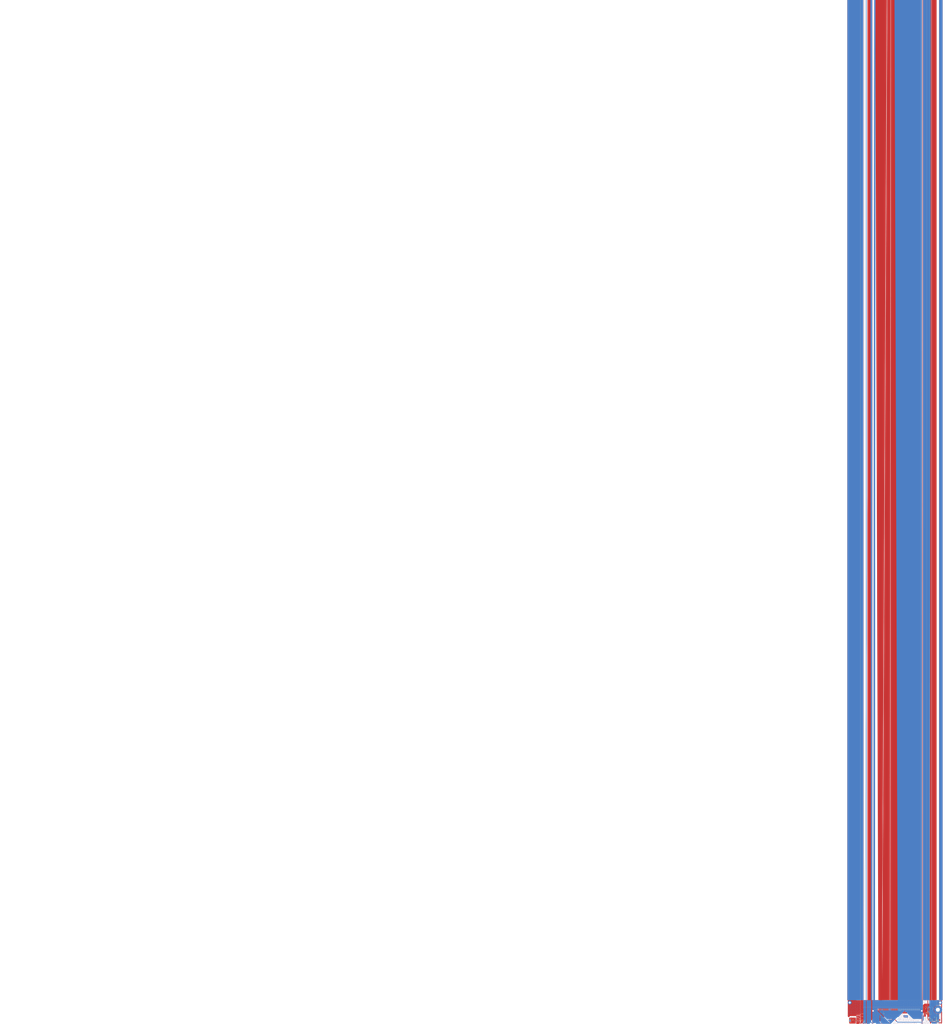
<source format=kicad_pcb>
(kicad_pcb (version 20221018) (generator pcbnew)
  (layers (0 "F.Cu" signal) (31 "B.Cu" signal) (34 "B.Paste" user) (35 "F.Paste" user) (36 "B.SilkS" user "B.Silkscreen") (37 "F.SilkS" user "F.Silkscreen") (38 "B.Mask" user) (39 "F.Mask" user) (44 "Edge.Cuts" user))
  (net 0 "")
  (net 1 "SERVO1")
  (net 2 "SERVO2")
  (net 3 "+5V")
  (net 4 "GND")
  (net 5 "I2S_SDA")
  (net 6 "I2S_SCL")
  (net 7 "IO_SDA")
  (net 8 "I2S_LRCLK")
  (net 9 "IO_SCL")
  (net 10 "I2S_CLK")
  (net 11 "VSENSE")
  (net 12 "I2S_SDO")
  (net 13 "Net-(U4-VCC)")
  (net 14 "I2S_MUTE")
  (net 15 "S_PWR")
  (net 23 "SSPI_SCK")
  (net 24 "SSPI_MISO")
  (net 25 "SDMMC1_CK")
  (net 26 "SDMMC1_CMD")
  (net 51 "TSPI_MISO")
  (net 53 "TSPI_MOSI")
  (net 55 "TSPI_SCK")
  (net 84 "SDMMC1_DO")
  (net 96 "T_IRQ")
  (net 97 "DEBUG_TX")
  (net 100 "SSPI_MOSI")
  (net 102 "DEBUG_RX")
  (net 116 "T_CS")
  (net 120 "S_CS")
  (net 122 "S_DCRS")
  (net 124 "S_RST")
  (net 138 "VIN")
  (net 139 "+24V")
  (net 140 "Net-(U13-GVDD)")
  (net 141 "Net-(U13-AVDD)")
  (net 142 "Net-(U13-VR_DIG)")
  (net 143 "Net-(U13-BST_A+)")
  (net 144 "Net-(U13-OUT_A+)")
  (net 145 "Net-(J3-Pin_2)")
  (net 146 "Net-(U13-BST_A-)")
  (net 147 "Net-(U13-OUT_A-)")
  (net 148 "Net-(J3-Pin_1)")
  (net 149 "Net-(U13-BST_B+)")
  (net 150 "Net-(U13-OUT_B+)")
  (net 151 "Net-(J4-Pin_1)")
  (net 152 "Net-(U13-BST_B-)")
  (net 153 "Net-(U13-OUT_B-)")
  (net 154 "Net-(J4-Pin_2)")
  (net 158 "VCC")
  (net 159 "Net-(U4-COMP)")
  (net 160 "Net-(C6-Pad2)")
  (net 161 "Net-(U5-BOOT)")
  (net 162 "Net-(D2-K)")
  (net 163 "/5V Buck/VOUT")
  (net 164 "Net-(C15-Pad1)")
  (net 165 "/5V Buck/COMP")
  (net 166 "Net-(C17-Pad1)")
  (net 167 "/3V3 Buck/COMP")
  (net 168 "Net-(U6-BOOT)")
  (net 169 "Net-(D3-K)")
  (net 170 "Net-(D1-A)")
  (net 171 "Net-(U4-EN)")
  (net 172 "Net-(U4-FB)")
  (net 173 "Net-(U4-RT)")
  (net 174 "/5V Buck/FB")
  (net 175 "Net-(U5-RT{slash}CLK)")
  (net 176 "Net-(U5-EN)")
  (net 177 "/3V3 Buck/FB")
  (net 178 "Net-(U6-EN)")
  (net 179 "Net-(U6-RT{slash}CLK)")
  (net 181 "unconnected-(U1A-PB1-PadCN12_24)")
  (footprint "Capacitor_SMD:C_0603_1608Metric" (layer "F.Cu") (at 217.1 73.075 -90)
    (fp_text reference "C6")
    (fp_text value "2.2n")
  )
  (footprint "Capacitor_SMD:C_2220_5650Metric" (layer "F.Cu") (at 81.4 117.7)
    (fp_text reference "C275")
    (fp_text value "22u")
  )
  (footprint "MountingHole:MountingHole_4.3mm_M4_DIN965_Pad_TopBottom" (layer "F.Cu") (at 55 145)
    (fp_text reference "H3" hide)
    (fp_text value "M4")
  )
  (footprint "Diode_SMD:D_SMC" (layer "F.Cu") (at 89.75 137.75 180)
    (fp_text reference "D2")
    (fp_text value "B560C")
  )
  (footprint "Capacitor_SMD:C_0603_1608Metric" (layer "F.Cu") (at 91.6 144 90)
    (fp_text reference "C16")
    (fp_text value "47p")
  )
  (footprint "Resistor_SMD:R_0603_1608Metric" (layer "F.Cu") (at 214.1 76.1 90)
    (fp_text reference "R7")
    (fp_text value "2.43k")
  )
  (footprint "Inductor_SMD:L_Bourns_SRP7028A_7.3x6.6mm" (layer "F.Cu") (at 68 103.5 180)
    (fp_text reference "L3")
    (fp_text value "10u")
  )
  (footprint "Inductor_SMD:L_Bourns_SRP1038C_10.0x10.0mm" (layer "F.Cu") (at 224.650001 107 -90)
    (fp_text reference "L7")
    (fp_text value "7.2u")
  )
  (footprint "Resistor_SMD:R_0603_1608Metric" (layer "F.Cu") (at 235.899999 87.5 -90)
    (fp_text reference "R20")
    (fp_text value "90.9k")
  )
  (footprint "Capacitor_SMD:C_0603_1608Metric" (layer "F.Cu") (at 235.9 93.5 -90)
    (fp_text reference "C23")
    (fp_text value "100n")
  )
  (footprint "Resistor_SMD:R_0603_1608Metric" (layer "F.Cu") (at 218.999999 90.625 -90)
    (fp_text reference "R17")
    (fp_text value "36.5k")
  )
  (footprint "Capacitor_SMD:C_2220_5650Metric" (layer "F.Cu") (at 81.4 81.9)
    (fp_text reference "C272")
    (fp_text value "22u")
  )
  (footprint "Resistor_SMD:R_0603_1608Metric" (layer "F.Cu") (at 81.85 144.25 90)
    (fp_text reference "R14")
    (fp_text value "442k")
  )
  (footprint "Resistor_SMD:R_0603_1608Metric" (layer "F.Cu") (at 158.6 73.5)
    (fp_text reference "R1")
    (fp_text value "68k")
  )
  (footprint "Package_TO_SOT_SMD:TO-252-2" (layer "F.Cu") (at 122.4 78.4 -90)
    (fp_text reference "U3")
    (fp_text value "L7805")
  )
  (footprint "Capacitor_SMD:C_0805_2012Metric" (layer "F.Cu") (at 61.8 106)
    (fp_text reference "C50")
    (fp_text value "0.68u")
  )
  (footprint "Capacitor_SMD:C_1206_3216Metric" (layer "F.Cu") (at 214.425 61.35 180)
    (fp_text reference "C4")
    (fp_text value "1u")
  )
  (footprint "Capacitor_SMD:C_0805_2012Metric" (layer "F.Cu") (at 74.2 101 180)
    (fp_text reference "C49")
    (fp_text value "0.47u")
  )
  (footprint "Diode_SMD:D_SMC" (layer "F.Cu") (at 228 97)
    (fp_text reference "D3")
    (fp_text value "B560C")
  )
  (footprint "Capacitor_Tantalum_SMD:CP_EIA-3528-21_Kemet-B" (layer "F.Cu") (at 119.9 84.765)
    (fp_text reference "C2")
    (fp_text value "10u")
  )
  (footprint "Capacitor_SMD:C_0805_2012Metric" (layer "F.Cu") (at 241.65 92.25 90)
    (fp_text reference "C20")
    (fp_text value "2.2u")
  )
  (footprint "Inductor_SMD:L_Bourns_SRP1038C_10.0x10.0mm" (layer "F.Cu") (at 93.1 127.75 90)
    (fp_text reference "L6")
    (fp_text value "7.2u")
  )
  (footprint "Capacitor_SMD:C_0805_2012Metric" (layer "F.Cu") (at 61.8 108)
    (fp_text reference "C48")
    (fp_text value "0.68u")
  )
  (footprint "Resistor_SMD:R_0603_1608Metric" (layer "F.Cu") (at 84.35 147.5 180)
    (fp_text reference "R12")
    (fp_text value "243k")
  )
  (footprint "MountingHole:MountingHole_4.3mm_M4_DIN965_Pad_TopBottom" (layer "F.Cu") (at 245 55)
    (fp_text reference "H2" hide)
    (fp_text value "M4")
  )
  (footprint "Package_DFN_QFN:VQFN-32-1EP_5x5mm_P0.5mm_EP3.1x3.1mm" (layer "F.Cu") (at 80.4 100 90)
    (fp_text reference "U13")
    (fp_text value "TAS5825MRHB")
  )
  (footprint "Capacitor_SMD:C_0805_2012Metric" (layer "F.Cu") (at 61.8 91.9)
    (fp_text reference "C52")
    (fp_text value "0.68u")
  )
  (footprint "Resistor_SMD:R_0603_1608Metric" (layer "F.Cu") (at 224.250001 89.85)
    (fp_text reference "R16")
    (fp_text value "12.1k")
  )
  (footprint "Capacitor_SMD:CP_Elec_5x5.8" (layer "F.Cu") (at 232.9 109.5 90)
    (fp_text reference "C24")
    (fp_text value "47u")
  )
  (footprint "Inductor_SMD:L_Bourns_SRP7028A_7.3x6.6mm" (layer "F.Cu") (at 68 89.3 180)
    (fp_text reference "L4")
    (fp_text value "10u")
  )
  (footprint "Connector_JST:JST_XH_B2B-XH-A_1x02_P2.50mm_Vertical" (layer "F.Cu") (at 55.625 105.75 -90)
    (fp_text reference "J3")
    (fp_text value "SPK1")
  )
  (footprint "Capacitor_SMD:C_2220_5650Metric" (layer "F.Cu") (at 81.4 87.8)
    (fp_text reference "C271")
    (fp_text value "22u")
  )
  (footprint "Connector_PinHeader_2.54mm:PinHeader_2x03_P2.54mm_Vertical" (layer "F.Cu") (at 182.525 145.025 -90)
    (fp_text reference "J1" hide)
    (fp_text value "Conn_02x03_Odd_Even")
  )
  (footprint "Capacitor_SMD:C_1206_3216Metric" (layer "F.Cu") (at 85.9 94.5)
    (fp_text reference "C45")
    (fp_text value "1uf")
  )
  (footprint "Inductor_SMD:L_Bourns_SRP7028A_7.3x6.6mm" (layer "F.Cu") (at 68 110.6 180)
    (fp_text reference "L2")
    (fp_text value "10u")
  )
  (footprint "Resistor_SMD:R_0603_1608Metric" (layer "F.Cu") (at 235.899999 90.5 -90)
    (fp_text reference "R19")
    (fp_text value "442k")
  )
  (footprint "Capacitor_SMD:CP_Elec_10x10" (layer "F.Cu") (at 216.5 83 180)
    (fp_text reference "C5")
    (fp_text value "10u")
  )
  (footprint "Capacitor_SMD:C_1206_3216Metric" (layer "F.Cu") (at 85.9 96.8)
    (fp_text reference "C44")
    (fp_text value "1uf")
  )
  (footprint "Package_SO:Texas_R-PDSO-G8_EP2.95x4.9mm_Mask2.4x3.1mm_ThermalVias" (layer "F.Cu") (at 86.35 144)
    (fp_text reference "U5")
    (fp_text value "TPS54560BDDA")
  )
  (footprint "Capacitor_SMD:C_0805_2012Metric" (layer "F.Cu") (at 243.65 92.25 90)
    (fp_text reference "C19")
    (fp_text value "2.2u")
  )
  (footprint "Capacitor_SMD:C_0805_2012Metric" (layer "F.Cu") (at 78.2 94.4)
    (fp_text reference "C51")
    (fp_text value "0.47u")
  )
  (footprint "MountingHole:MountingHole_8.4mm_M8_Pad_Via" (layer "F.Cu") (at 240 130)
    (fp_text reference "H6")
    (fp_text value "M8")
  )
  (footprint "MountingHole:MountingHole_8.4mm_M8_Pad_Via" (layer "F.Cu") (at 240 70)
    (fp_text reference "H5")
    (fp_text value "M8")
  )
  (footprint "Capacitor_SMD:C_0603_1608Metric" (layer "F.Cu") (at 215.9 63.25 180)
    (fp_text reference "C3")
    (fp_text value "100n")
  )
  (footprint "Inductor_SMD:L_Bourns_SRP7028A_7.3x6.6mm" (layer "F.Cu") (at 68 96.4 180)
    (fp_text reference "L5")
    (fp_text value "10u")
  )
  (footprint "Capacitor_SMD:C_0603_1608Metric" (layer "F.Cu") (at 221.999999 90.625 -90)
    (fp_text reference "C17")
    (fp_text value "12n")
  )
  (footprint "Package_SO:Texas_R-PDSO-G8_EP2.95x4.9mm_Mask2.4x3.1mm_ThermalVias" (layer "F.Cu") (at 231.399999 90.75 180)
    (fp_text reference "U6")
    (fp_text value "TPS54560BDDA")
  )
  (footprint "Capacitor_SMD:C_0603_1608Metric" (layer "F.Cu") (at 81.4 93.5)
    (fp_text reference "C270")
    (fp_text value "0.1u")
  )
  (footprint "Capacitor_SMD:C_0805_2012Metric" (layer "F.Cu") (at 78.2 105.5)
    (fp_text reference "C47")
    (fp_text value "0.47u")
  )
  (footprint "Inductor_SMD:L_Bourns-SRU1028_10.0x10.0mm" (layer "F.Cu") (at 224.5 67.8 -90)
    (fp_text reference "L1")
    (fp_text value "100u")
  )
  (footprint "Capacitor_SMD:CP_Elec_5x5.8" (layer "F.Cu") (at 238.9 109.499999 90)
    (fp_text reference "C25")
    (fp_text value "47u")
  )
  (footprint "Capacitor_SMD:C_1206_3216Metric" (layer "F.Cu") (at 89.125 106.6)
    (fp_text reference "C27")
    (fp_text value "1uf")
  )
  (footprint "Capacitor_SMD:CP_Elec_5x5.8" (layer "F.Cu") (at 244.9 109.499999 90)
    (fp_text reference "C26")
    (fp_text value "47u")
  )
  (footprint "Capacitor_SMD:C_1206_3216Metric" (layer "F.Cu") (at 86 104.3)
    (fp_text reference "C46")
    (fp_text value "1uf")
  )
  (footprint "Diode_SMD:D_SMA" (layer "F.Cu") (at 224.5 77 90)
    (fp_text reference "D1")
    (fp_text value "CDBA360-HF")
  )
  (footprint "Capacitor_SMD:C_0805_2012Metric" (layer "F.Cu") (at 80.1 142.5 -90)
    (fp_text reference "C7")
    (fp_text value "2.2u")
  )
  (footprint "Capacitor_SMD:CP_Elec_5x5.8" (layer "F.Cu") (at 72.85 125.25 -90)
    (fp_text reference "C14")
    (fp_text value "47u")
  )
  (footprint "Resistor_SMD:R_0603_1608Metric" (layer "F.Cu") (at 99.1 144 90)
    (fp_text reference "R10")
    (fp_text value "53.6k")
  )
  (footprint "MountingHole:MountingHole_4.3mm_M4_DIN965_Pad_TopBottom" (layer "F.Cu") (at 245 145)
    (fp_text reference "H4" hide)
    (fp_text value "M4")
  )
  (footprint "Capacitor_SMD:C_0805_2012Metric" (layer "F.Cu") (at 74.2 99 180)
    (fp_text reference "C53")
    (fp_text value "0.47u")
  )
  (footprint "Resistor_SMD:R_0603_1608Metric" (layer "F.Cu") (at 215.6 76.1 -90)
    (fp_text reference "R6")
    (fp_text value "54.9k")
  )
  (footprint "Capacitor_SMD:C_0805_2012Metric" (layer "F.Cu") (at 76.1 142.5 -90)
    (fp_text reference "C9")
    (fp_text value "2.2u")
  )
  (footprint "Resistor_SMD:R_0603_1608Metric" (layer "F.Cu") (at 217.1 76.1 90)
    (fp_text reference "R9")
    (fp_text value "73.2k")
  )
  (footprint "Capacitor_SMD:C_0603_1608Metric" (layer "F.Cu") (at 81.4 105.8)
    (fp_text reference "C273")
    (fp_text value "0.1u")
  )
  (footprint "Capacitor_SMD:CP_Elec_5x5.8" (layer "F.Cu") (at 78.85 125.25 -90)
    (fp_text reference "C13")
    (fp_text value "47u")
  )
  (footprint "Connector_JST:JST_XH_B2B-XH-A_1x02_P2.50mm_Vertical" (layer "F.Cu") (at 55.625 91.65 -90)
    (fp_text reference "J4")
    (fp_text value "SPK2")
  )
  (footprint "Resistor_SMD:R_0603_1608Metric" (layer "F.Cu") (at 219.4 75.7 180)
    (fp_text reference "R5")
    (fp_text value "12.1k")
  )
  (footprint "Capacitor_SMD:CP_Elec_5x5.8" (layer "F.Cu") (at 84.85 125.25 -90)
    (fp_text reference "C12")
    (fp_text value "47u")
  )
  (footprint "Capacitor_SMD:C_0805_2012Metric" (layer "F.Cu") (at 78.1 142.5 -90)
    (fp_text reference "C8")
    (fp_text value "2.2u")
  )
  (footprint "Capacitor_SMD:C_2220_5650Metric" (layer "F.Cu") (at 81.4 111.8)
    (fp_text reference "C274")
    (fp_text value "22u")
  )
  (footprint "Connector_PinHeader_2.54mm:PinHeader_2x03_P2.54mm_Vertical" (layer "F.Cu") (at 238.725 97.475)
    (fp_text reference "J9")
    (fp_text value "Conn_02x03_Odd_Even")
  )
  (footprint "Capacitor_SMD:C_0805_2012Metric" (layer "F.Cu") (at 239.65 92.25 90)
    (fp_text reference "C21")
    (fp_text value "2.2u")
  )
  (footprint "Resistor_SMD:R_0603_1608Metric" (layer "F.Cu") (at 233.399999 87.25)
    (fp_text reference "R21")
    (fp_text value "243k")
  )
  (footprint "Capacitor_Tantalum_SMD:CP_EIA-3528-21_Kemet-B" (layer "F.Cu") (at 124.86 84.765 180)
    (fp_text reference "C1")
    (fp_text value "10u")
  )
  (footprint "Resistor_SMD:R_0603_1608Metric" (layer "F.Cu") (at 219.4 74.2)
    (fp_text reference "R4")
    (fp_text value "53.6k")
  )
  (footprint "Personal:4-inch SPI screen" (layer "F.Cu") (at 155 100 180)
    (fp_text reference "U2" hide)
    (fp_text value "~")
  )
  (footprint "Capacitor_SMD:C_0603_1608Metric" (layer "F.Cu") (at 226.499999 90.625 -90)
    (fp_text reference "C18")
    (fp_text value "10p")
  )
  (footprint "Capacitor_SMD:C_0805_2012Metric" (layer "F.Cu") (at 74.1 142.5 -90)
    (fp_text reference "C10")
    (fp_text value "2.2u")
  )
  (footprint "Resistor_SMD:R_0603_1608Metric" (layer "F.Cu") (at 213 67.8 -90)
    (fp_text reference "R8")
    (fp_text value "52.3k")
  )
  (footprint "Capacitor_SMD:C_0603_1608Metric" (layer "F.Cu") (at 81.85 141.25 90)
    (fp_text reference "C11")
    (fp_text value "100n")
  )
  (footprint "Capacitor_SMD:C_0805_2012Metric" (layer "F.Cu") (at 61.8 93.9)
    (fp_text reference "C54")
    (fp_text value "0.68u")
  )
  (footprint "MountingHole:MountingHole_4.3mm_M4_DIN965_Pad_TopBottom" (layer "F.Cu") (at 55 55)
    (fp_text reference "H1" hide)
    (fp_text value "M4")
  )
  (footprint "Resistor_SMD:R_0603_1608Metric" (layer "F.Cu") (at 97.6 144 -90)
    (fp_text reference "R11")
    (fp_text value "10.2k")
  )
  (footprint "Capacitor_SMD:C_0805_2012Metric" (layer "F.Cu") (at 237.65 92.25 90)
    (fp_text reference "C22")
    (fp_text value "2.2u")
  )
  (footprint "Capacitor_SMD:C_0603_1608Metric" (layer "F.Cu") (at 96.1 144 90)
    (fp_text reference "C15")
    (fp_text value "4.7u")
  )
  (footprint "Package_SO:SOIC-8_3.9x4.9mm_P1.27mm" (layer "F.Cu") (at 216.5 67.8 -90)
    (fp_text reference "U4")
    (fp_text value "LM5001MA")
  )
  (footprint "Resistor_SMD:R_0603_1608Metric" (layer "F.Cu") (at 161.6 73.5)
    (fp_text reference "R2")
    (fp_text value "10k")
  )
  (footprint "Resistor_SMD:R_0603_1608Metric" (layer "F.Cu") (at 81.85 147.25 90)
    (fp_text reference "R15")
    (fp_text value "90.9k")
  )
  (footprint "Resistor_SMD:R_0603_1608Metric" (layer "F.Cu") (at 220.499999 90.625 90)
    (fp_text reference "R18")
    (fp_text value "11.7k")
  )
  (footprint "Resistor_SMD:R_0603_1608Metric" (layer "F.Cu") (at 93.85 144.75 180)
    (fp_text reference "R13")
    (fp_text value "16.9k")
  )
  (footprint "NUCLEO-H745ZI-Q:MODULE_NUCLEO-H745ZI-Q" (layer "B.Cu") (at 150 100 -90)
    (fp_text reference "U1" hide)
    (fp_text value "NUCLEO-H745ZI-Q")
  )
  (gr_rect (start 50 50) (end 250 150) (stroke (width 0.1)) (fill none) (layer "Edge.Cuts"))
  (segment (start 182.525 145.025) (end 182.525 135.675) (width 0.25) (layer "F.Cu") (net 1))
  (segment (start 182.525 135.675) (end 178.596 131.746) (width 0.25) (layer "F.Cu") (net 1))
  (segment (start 184.43 145.66) (end 182.525 147.565) (width 0.25) (layer "F.Cu") (net 2))
  (segment (start 184.43 132.5) (end 184.43 145.66) (width 0.25) (layer "F.Cu") (net 2))
  (segment (start 183.676 131.746) (end 184.43 132.5) (width 0.25) (layer "F.Cu") (net 2))
  (segment (start 118.4 82.7) (end 118.3625 82.6625) (width 0.25) (layer "F.Cu") (net 3))
  (segment (start 150 139.2) (end 174.16 139.2) (width 0.25) (layer "F.Cu") (net 3))
  (segment (start 118.3625 82.6625) (end 118.3625 75.1175) (width 0.25) (layer "F.Cu") (net 3))
  (segment (start 144.3 133.5) (end 144.3 121.4) (width 0.25) (layer "F.Cu") (net 3))
  (segment (start 144.3 121.4) (end 121.85 98.95) (width 0.25) (layer "F.Cu") (net 3))
  (segment (start 118.3625 82.7375) (end 118.4 82.7) (width 0.25) (layer "F.Cu") (net 3))
  (segment (start 174.16 139.2) (end 179.985 145.025) (width 0.25) (layer "F.Cu") (net 3))
  (segment (start 179.985 145.025) (end 179.985 147.565) (width 0.25) (layer "F.Cu") (net 3))
  (segment (start 118.3625 75.1175) (end 120.12 73.36) (width 0.25) (layer "F.Cu") (net 3))
  (segment (start 120.151 70.786) (end 120.151 73.329) (width 0.25) (layer "F.Cu") (net 3))
  (segment (start 118.3625 84.765) (end 118.3625 82.7375) (width 0.25) (layer "F.Cu") (net 3))
  (segment (start 120.151 73.329) (end 120.12 73.36) (width 0.25) (layer "F.Cu") (net 3))
  (segment (start 150 139.2) (end 144.3 133.5) (width 0.25) (layer "F.Cu") (net 3))
  (via (at 118.4 82.7) (size 0.8) (drill 0.4) (layers "F.Cu" "B.Cu") (net 3))
  (via (at 121.85 98.95) (size 0.8) (drill 0.4) (layers "F.Cu" "B.Cu") (net 3))
  (segment (start 118.4 95.5) (end 118.4 82.7) (width 0.25) (layer "B.Cu") (net 3))
  (segment (start 121.85 98.95) (end 118.4 95.5) (width 0.25) (layer "B.Cu") (net 3))
  (segment (start 78.1 141.05) (end 78.1 141.55) (width 1.524) (layer "F.Cu") (net 4))
  (segment (start 74.1 141.55) (end 80.1 141.55) (width 1.524) (layer "F.Cu") (net 4))
  (segment (start 82.15 102.4375) (end 82.4625 102.75) (width 0.25) (layer "F.Cu") (net 4))
  (segment (start 220.225 75.7) (end 221.1 75.7) (width 0.25) (layer "F.Cu") (net 4))
  (segment (start 82.075 148.3) (end 84.375 148.3) (width 0.25) (layer "F.Cu") (net 4))
  (segment (start 86.35 137.75) (end 81.4 137.75) (width 1.524) (layer "F.Cu") (net 4))
  (segment (start 84.375 148.3) (end 85.175 147.5) (width 0.25) (layer "F.Cu") (net 4))
  (segment (start 81.4 137.75) (end 78.1 141.05) (width 1.524) (layer "F.Cu") (net 4))
  (segment (start 220.499999 91.45) (end 220.5 92.75) (width 0.762) (layer "F.Cu") (net 4))
  (segment (start 221.999999 91.4) (end 222 92.75) (width 0.762) (layer "F.Cu") (net 4))
  (segment (start 82.4625 102.75) (end 83.25 102.75) (width 0.25) (layer "F.Cu") (net 4))
  (segment (start 81.85 148.075) (end 82.075 148.3) (width 0.25) (layer "F.Cu") (net 4))
  (via (at 68.021672 131.037897) (size 0.8) (drill 0.4) (layers "F.Cu" "B.Cu") (net 4))
  (via (at 228.216345 85.602033) (size 0.8) (drill 0.4) (layers "F.Cu" "B.Cu") (net 4))
  (via (at 138.896394 57.953037) (size 0.8) (drill 0.4) (layers "F.Cu" "B.Cu") (net 4))
  (via (at 88.071783 85.571766) (size 0.8) (drill 0.4) (layers "F.Cu" "B.Cu") (net 4))
  (via (at 169.305579 108.636681) (size 0.8) (drill 0.4) (layers "F.Cu" "B.Cu") (net 4))
  (via (at 184.709024 118.760686) (size 0.8) (drill 0.4) (layers "F.Cu" "B.Cu") (net 4))
  (via (at 92.98918 70.669741) (size 0.8) (drill 0.4) (layers "F.Cu" "B.Cu") (net 4))
  (via (at 54.86572 65.550943) (size 0.8) (drill 0.4) (layers "F.Cu" "B.Cu") (net 4))
  (via (at 141.158886 120.911404) (size 0.8) (drill 0.4) (layers "F.Cu" "B.Cu") (net 4))
  (via (at 55.537777 77.97537) (size 0.8) (drill 0.4) (layers "F.Cu" "B.Cu") (net 4))
  (via (at 139.332656 113.907026) (size 0.8) (drill 0.4) (layers "F.Cu" "B.Cu") (net 4))
  (via (at 189.499528 141.815389) (size 0.8) (drill 0.4) (layers "F.Cu" "B.Cu") (net 4))
  (via (at 202.378799 57.57278) (size 0.8) (drill 0.4) (layers "F.Cu" "B.Cu") (net 4))
  (via (at 210.416677 96.078356) (size 0.8) (drill 0.4) (layers "F.Cu" "B.Cu") (net 4))
  (via (at 217.341117 141.241094) (size 0.8) (drill 0.4) (layers "F.Cu" "B.Cu") (net 4))
  (via (at 95.768038 55.291123) (size 0.8) (drill 0.4) (layers "F.Cu" "B.Cu") (net 4))
  (via (at 215.345817 121.369748) (size 0.8) (drill 0.4) (layers "F.Cu" "B.Cu") (net 4))
  (via (at 88.075552 115.936327) (size 0.8) (drill 0.4) (layers "F.Cu" "B.Cu") (net 4))
  (via (at 113.846628 57.742319) (size 0.8) (drill 0.4) (layers "F.Cu" "B.Cu") (net 4))
  (via (at 65.406776 113.3533) (size 0.8) (drill 0.4) (layers "F.Cu" "B.Cu") (net 4))
  (via (at 125.922753 108.284618) (size 0.8) (drill 0.4) (layers "F.Cu" "B.Cu") (net 4))
  (via (at 52.645781 129.077322) (size 0.8) (drill 0.4) (layers "F.Cu" "B.Cu") (net 4))
  (via (at 230.570489 67.765773) (size 0.8) (drill 0.4) (layers "F.Cu" "B.Cu") (net 4))
  (via (at 222.568178 131.651845) (size 0.8) (drill 0.4) (layers "F.Cu" "B.Cu") (net 4))
  (via (at 227.973934 68.054735) (size 0.8) (drill 0.4) (layers "F.Cu" "B.Cu") (net 4))
  (via (at 118.832415 136.761238) (size 0.8) (drill 0.4) (layers "F.Cu" "B.Cu") (net 4))
  (via (at 136.511777 65.229172) (size 0.8) (drill 0.4) (layers "F.Cu" "B.Cu") (net 4))
  (via (at 189.785977 65.240686) (size 0.8) (drill 0.4) (layers "F.Cu" "B.Cu") (net 4))
  (via (at 82.954445 60.313509) (size 0.8) (drill 0.4) (layers "F.Cu" "B.Cu") (net 4))
  (via (at 100.665689 75.589343) (size 0.8) (drill 0.4) (layers "F.Cu" "B.Cu") (net 4))
  (via (at 159.434758 63.059104) (size 0.8) (drill 0.4) (layers "F.Cu" "B.Cu") (net 4))
  (via (at 123.595211 116.15858) (size 0.8) (drill 0.4) (layers "F.Cu" "B.Cu") (net 4))
  (via (at 90.369824 75.411494) (size 0.8) (drill 0.4) (layers "F.Cu" "B.Cu") (net 4))
  (via (at 118.423621 123.588395) (size 0.8) (drill 0.4) (layers "F.Cu" "B.Cu") (net 4))
  (via (at 225.392888 131.034286) (size 0.8) (drill 0.4) (layers "F.Cu" "B.Cu") (net 4))
  (via (at 212.673763 96.150794) (size 0.8) (drill 0.4) (layers "F.Cu" "B.Cu") (net 4))
  (via (at 187.57618 55.391532) (size 0.8) (drill 0.4) (layers "F.Cu" "B.Cu") (net 4))
  (via (at 166.955024 121.470773) (size 0.8) (drill 0.4) (layers "F.Cu" "B.Cu") (net 4))
  (via (at 91.041145 126.273005) (size 0.8) (drill 0.4) (layers "F.Cu" "B.Cu") (net 4))
  (via (at 88.342911 83.261879) (size 0.8) (drill 0.4) (layers "F.Cu" "B.Cu") (net 4))
  (via (at 108.418071 65.496941) (size 0.8) (drill 0.4) (layers "F.Cu" "B.Cu") (net 4))
  (via (at 220.541812 129.008091) (size 0.8) (drill 0.4) (layers "F.Cu" "B.Cu") (net 4))
  (via (at 90.998763 83.281402) (size 0.8) (drill 0.4) (layers "F.Cu" "B.Cu") (net 4))
  (via (at 245.715223 96.125209) (size 0.8) (drill 0.4) (layers "F.Cu" "B.Cu") (net 4))
  (via (at 215.104805 88.017378) (size 0.8) (drill 0.4) (layers "F.Cu" "B.Cu") (net 4))
  (via (at 136.620278 60.519544) (size 0.8) (drill 0.4) (layers "F.Cu" "B.Cu") (net 4))
  (via (at 169.421714 55.046383) (size 0.8) (drill 0.4) (layers "F.Cu" "B.Cu") (net 4))
  (via (at 184.3436 108.749999) (size 0.8) (drill 0.4) (layers "F.Cu" "B.Cu") (net 4))
  (via (at 60.584742 126.29091) (size 0.8) (drill 0.4) (layers "F.Cu" "B.Cu") (net 4))
  (via (at 149.027187 103.348781) (size 0.8) (drill 0.4) (layers "F.Cu" "B.Cu") (net 4))
  (via (at 141.848098 65.623173) (size 0.8) (drill 0.4) (layers "F.Cu" "B.Cu") (net 4))
  (via (at 116.222643 138.944749) (size 0.8) (drill 0.4) (layers "F.Cu" "B.Cu") (net 4))
  (via (at 154.594837 116.329467) (size 0.8) (drill 0.4) (layers "F.Cu" "B.Cu") (net 4))
  (via (at 207.610315 57.403104) (size 0.8) (drill 0.4) (layers "F.Cu" "B.Cu") (net 4))
  (via (at 131.009622 72.736087) (size 0.8) (drill 0.4) (layers "F.Cu" "B.Cu") (net 4))
  (via (at 98.283206 60.035844) (size 0.8) (drill 0.4) (layers "F.Cu" "B.Cu") (net 4))
  (via (at 92.955594 118.448519) (size 0.8) (drill 0.4) (layers "F.Cu" "B.Cu") (net 4))
  (via (at 133.859108 55.259224) (size 0.8) (drill 0.4) (layers "F.Cu" "B.Cu") (net 4))
  (via (at 202.762544 52.865148) (size 0.8) (drill 0.4) (layers "F.Cu" "B.Cu") (net 4))
  (via (at 151.947987 118.522206) (size 0.8) (drill 0.4) (layers "F.Cu" "B.Cu") (net 4))
  (via (at 60.135889 70.066742) (size 0.8) (drill 0.4) (layers "F.Cu" "B.Cu") (net 4))
  (via (at 149.015201 85.92663) (size 0.8) (drill 0.4) (layers "F.Cu" "B.Cu") (net 4))
  (via (at 195.088419 121.275473) (size 0.8) (drill 0.4) (layers "F.Cu" "B.Cu") (net 4))
  (via (at 60.495092 146.514825) (size 0.8) (drill 0.4) (layers "F.Cu" "B.Cu") (net 4))
  (via (at 215.335355 93.2817) (size 0.8) (drill 0.4) (layers "F.Cu" "B.Cu") (net 4))
  (via (at 212.988342 90.34033) (size 0.8) (drill 0.4) (layers "F.Cu" "B.Cu") (net 4))
  (via (at 65.53029 70.060884) (size 0.8) (drill 0.4) (layers "F.Cu" "B.Cu") (net 4))
  (via (at 70.593257 68.1677) (size 0.8) (drill 0.4) (layers "F.Cu" "B.Cu") (net 4))
  (via (at 179.852904 60.19669) (size 0.8) (drill 0.4) (layers "F.Cu" "B.Cu") (net 4))
  (via (at 138.912644 108.302313) (size 0.8) (drill 0.4) (layers "F.Cu" "B.Cu") (net 4))
  (via (at 174.188134 80.724598) (size 0.8) (drill 0.4) (layers "F.Cu" "B.Cu") (net 4))
  (via (at 194.504814 123.638272) (size 0.8) (drill 0.4) (layers "F.Cu" "B.Cu") (net 4))
  (via (at 169.804568 88.02738) (size 0.8) (drill 0.4) (layers "F.Cu" "B.Cu") (net 4))
  (via (at 230.709078 72.951758) (size 0.8) (drill 0.4) (layers "F.Cu" "B.Cu") (net 4))
  (via (at 235.50408 118.414064) (size 0.8) (drill 0.4) (layers "F.Cu" "B.Cu") (net 4))
  (via (at 105.815242 64.957455) (size 0.8) (drill 0.4) (layers "F.Cu" "B.Cu") (net 4))
  (via (at 146.329399 103.468346) (size 0.8) (drill 0.4) (layers "F.Cu" "B.Cu") (net 4))
  (via (at 144.367935 111.363692) (size 0.8) (drill 0.4) (layers "F.Cu" "B.Cu") (net 4))
  (via (at 131.099821 111.102045) (size 0.8) (drill 0.4) (layers "F.Cu" "B.Cu") (net 4))
  (via (at 148.817818 141.161583) (size 0.8) (drill 0.4) (layers "F.Cu" "B.Cu") (net 4))
  (via (at 118.796065 55.524693) (size 0.8) (drill 0.4) (layers "F.Cu" "B.Cu") (net 4))
  (via (at 154.000269 73.229256) (size 0.8) (drill 0.4) (layers "F.Cu" "B.Cu") (net 4))
  (via (at 85.743664 55.032775) (size 0.8) (drill 0.4) (layers "F.Cu" "B.Cu") (net 4))
  (via (at 243.12671 118.699982) (size 0.8) (drill 0.4) (layers "F.Cu" "B.Cu") (net 4))
  (via (at 222.877698 133.869515) (size 0.8) (drill 0.4) (layers "F.Cu" "B.Cu") (net 4))
  (via (at 128.619109 80.463856) (size 0.8) (drill 0.4) (layers "F.Cu" "B.Cu") (net 4))
  (via (at 60.269739 118.408875) (size 0.8) (drill 0.4) (layers "F.Cu" "B.Cu") (net 4))
  (via (at 235.852824 103.746681) (size 0.8) (drill 0.4) (layers "F.Cu" "B.Cu") (net 4))
  (via (at 98.724456 116.205247) (size 0.8) (drill 0.4) (layers "F.Cu" "B.Cu") (net 4))
  (via (at 187.249454 52.542471) (size 0.8) (drill 0.4) (layers "F.Cu" "B.Cu") (net 4))
  (via (at 88.292207 128.980675) (size 0.8) (drill 0.4) (layers "F.Cu" "B.Cu") (net 4))
  (via (at 189.446416 138.693801) (size 0.8) (drill 0.4) (layers "F.Cu" "B.Cu") (net 4))
  (via (at 144.416144 141.881672) (size 0.8) (drill 0.4) (layers "F.Cu" "B.Cu") (net 4))
  (via (at 159.298325 111.313475) (size 0.8) (drill 0.4) (layers "F.Cu" "B.Cu") (net 4))
  (via (at 182.171234 54.972715) (size 0.8) (drill 0.4) (layers "F.Cu" "B.Cu") (net 4))
  (via (at 222.463082 116.374212) (size 0.8) (drill 0.4) (layers "F.Cu" "B.Cu") (net 4))
  (via (at 179.500961 123.690447) (size 0.8) (drill 0.4) (layers "F.Cu" "B.Cu") (net 4))
  (via (at 197.538299 106.028556) (size 0.8) (drill 0.4) (layers "F.Cu" "B.Cu") (net 4))
  (via (at 149.499425 146.411834) (size 0.8) (drill 0.4) (layers "F.Cu" "B.Cu") (net 4))
  (via (at 123.422705 65.435052) (size 0.8) (drill 0.4) (layers "F.Cu" "B.Cu") (net 4))
  (via (at 199.994061 65.309718) (size 0.8) (drill 0.4) (layers "F.Cu" "B.Cu") (net 4))
  (via (at 54.845629 75.352888) (size 0.8) (drill 0.4) (layers "F.Cu" "B.Cu") (net 4))
  (via (at 210.246941 105.909008) (size 0.8) (drill 0.4) (layers "F.Cu" "B.Cu") (net 4))
  (via (at 72.829917 67.559144) (size 0.8) (drill 0.4) (layers "F.Cu" "B.Cu") (net 4))
  (via (at 179.372309 83.049799) (size 0.8) (drill 0.4) (layers "F.Cu" "B.Cu") (net 4))
  (via (at 72.695035 118.605468) (size 0.8) (drill 0.4) (layers "F.Cu" "B.Cu") (net 4))
  (via (at 125.950408 65.582735) (size 0.8) (drill 0.4) (layers "F.Cu" "B.Cu") (net 4))
  (via (at 87.928481 62.954177) (size 0.8) (drill 0.4) (layers "F.Cu" "B.Cu") (net 4))
  (via (at 248.391807 113.765103) (size 0.8) (drill 0.4) (layers "F.Cu" "B.Cu") (net 4))
  (via (at 166.948424 62.945732) (size 0.8) (drill 0.4) (layers "F.Cu" "B.Cu") (net 4))
  (via (at 235.400354 98.24265) (size 0.8) (drill 0.4) (layers "F.Cu" "B.Cu") (net 4))
  (via (at 212.806348 103.478855) (size 0.8) (drill 0.4) (layers "F.Cu" "B.Cu") (net 4))
  (via (at 103.360192 78.38182) (size 0.8) (drill 0.4) (layers "F.Cu" "B.Cu") (net 4))
  (via (at 88.16398 57.738855) (size 0.8) (drill 0.4) (layers "F.Cu" "B.Cu") (net 4))
  (via (at 237.957759 143.82594) (size 0.8) (drill 0.4) (layers "F.Cu" "B.Cu") (net 4))
  (via (at 98.208056 90.44531) (size 0.8) (drill 0.4) (layers "F.Cu" "B.Cu") (net 4))
  (via (at 240.557916 60.281163) (size 0.8) (drill 0.4) (layers "F.Cu" "B.Cu") (net 4))
  (via (at 176.799857 126.63026) (size 0.8) (drill 0.4) (layers "F.Cu" "B.Cu") (net 4))
  (via (at 77.707697 62.535362) (size 0.8) (drill 0.4) (layers "F.Cu" "B.Cu") (net 4))
  (via (at 197.322092 60.251957) (size 0.8) (drill 0.4) (layers "F.Cu" "B.Cu") (net 4))
  (via (at 131.648224 141.459327) (size 0.8) (drill 0.4) (layers "F.Cu" "B.Cu") (net 4))
  (via (at 217.765788 139.209935) (size 0.8) (drill 0.4) (layers "F.Cu" "B.Cu") (net 4))
  (via (at 194.841457 143.913516) (size 0.8) (drill 0.4) (layers "F.Cu" "B.Cu") (net 4))
  (via (at 212.894128 80.711222) (size 0.8) (drill 0.4) (layers "F.Cu" "B.Cu") (net 4))
  (via (at 85.442775 59.926678) (size 0.8) (drill 0.4) (layers "F.Cu" "B.Cu") (net 4))
  (via (at 205.139096 138.79081) (size 0.8) (drill 0.4) (layers "F.Cu" "B.Cu") (net 4))
  (via (at 90.365772 70.14064) (size 0.8) (drill 0.4) (layers "F.Cu" "B.Cu") (net 4))
  (via (at 118.519324 143.804713) (size 0.8) (drill 0.4) (layers "F.Cu" "B.Cu") (net 4))
  (via (at 121.379595 144.269754) (size 0.8) (drill 0.4) (layers "F.Cu" "B.Cu") (net 4))
  (via (at 171.829416 105.926603) (size 0.8) (drill 0.4) (layers "F.Cu" "B.Cu") (net 4))
  (via (at 156.692329 62.443626) (size 0.8) (drill 0.4) (layers "F.Cu" "B.Cu") (net 4))
  (via (at 141.667758 52.415315) (size 0.8) (drill 0.4) (layers "F.Cu" "B.Cu") (net 4))
  (via (at 131.062401 103.518602) (size 0.8) (drill 0.4) (layers "F.Cu" "B.Cu") (net 4))
  (via (at 67.946252 103.551318) (size 0.8) (drill 0.4) (layers "F.Cu" "B.Cu") (net 4))
  (via (at 90.68065 92.963137) (size 0.8) (drill 0.4) (layers "F.Cu" "B.Cu") (net 4))
  (via (at 116.441067 60.271833) (size 0.8) (drill 0.4) (layers "F.Cu" "B.Cu") (net 4))
  (via (at 230.378164 118.648355) (size 0.8) (drill 0.4) (layers "F.Cu" "B.Cu") (net 4))
  (via (at 60.541453 65.30523) (size 0.8) (drill 0.4) (layers "F.Cu" "B.Cu") (net 4))
  (via (at 148.897849 144.092576) (size 0.8) (drill 0.4) (layers "F.Cu" "B.Cu") (net 4))
  (via (at 215.047269 144.030064) (size 0.8) (drill 0.4) (layers "F.Cu" "B.Cu") (net 4))
  (via (at 217.867382 146.672937) (size 0.8) (drill 0.4) (layers "F.Cu" "B.Cu") (net 4))
  (via (at 143.686368 57.337126) (size 0.8) (drill 0.4) (layers "F.Cu" "B.Cu") (net 4))
  (via (at 215.424676 146.469107) (size 0.8) (drill 0.4) (layers "F.Cu" "B.Cu") (net 4))
  (via (at 116.389988 113.326764) (size 0.8) (drill 0.4) (layers "F.Cu" "B.Cu") (net 4))
  (via (at 207.595978 65.357326) (size 0.8) (drill 0.4) (layers "F.Cu" "B.Cu") (net 4))
  (via (at 108.464623 141.738723) (size 0.8) (drill 0.4) (layers "F.Cu" "B.Cu") (net 4))
  (via (at 105.996127 87.804217) (size 0.8) (drill 0.4) (layers "F.Cu" "B.Cu") (net 4))
  (via (at 212.42529 52.316189) (size 0.8) (drill 0.4) (layers "F.Cu" "B.Cu") (net 4))
  (via (at 187.353984 98.014737) (size 0.8) (drill 0.4) (layers "F.Cu" "B.Cu") (net 4))
  (via (at 95.490257 118.979648) (size 0.8) (drill 0.4) (layers "F.Cu" "B.Cu") (net 4))
  (via (at 197.534837 93.241003) (size 0.8) (drill 0.4) (layers "F.Cu" "B.Cu") (net 4))
  (via (at 199.962575 123.915605) (size 0.8) (drill 0.4) (layers "F.Cu" "B.Cu") (net 4))
  (via (at 243.10898 106.139225) (size 0.8) (drill 0.4) (layers "F.Cu" "B.Cu") (net 4))
  (via (at 161.464662 113.926945) (size 0.8) (drill 0.4) (layers "F.Cu" "B.Cu") (net 4))
  (via (at 103.744707 75.852503) (size 0.8) (drill 0.4) (layers "F.Cu" "B.Cu") (net 4))
  (via (at 161.905366 93.48149) (size 0.8) (drill 0.4) (layers "F.Cu" "B.Cu") (net 4))
  (via (at 189.739065 103.395823) (size 0.8) (drill 0.4) (layers "F.Cu" "B.Cu") (net 4))
  (via (at 126.270637 143.976526) (size 0.8) (drill 0.4) (layers "F.Cu" "B.Cu") (net 4))
  (via (at 101.127945 60.543721) (size 0.8) (drill 0.4) (layers "F.Cu" "B.Cu") (net 4))
  (via (at 159.593135 65.371395) (size 0.8) (drill 0.4) (layers "F.Cu" "B.Cu") (net 4))
  (via (at 164.648386 116.079167) (size 0.8) (drill 0.4) (layers "F.Cu" "B.Cu") (net 4))
  (via (at 105.830318 75.360392) (size 0.8) (drill 0.4) (layers "F.Cu" "B.Cu") (net 4))
  (via (at 131.665804 146.321552) (size 0.8) (drill 0.4) (layers "F.Cu" "B.Cu") (net 4))
  (via (at 73.066709 133.585835) (size 0.8) (drill 0.4) (layers "F.Cu" "B.Cu") (net 4))
  (via (at 141.320612 85.929793) (size 0.8) (drill 0.4) (layers "F.Cu" "B.Cu") (net 4))
  (via (at 227.544 128.639869) (size 0.8) (drill 0.4) (layers "F.Cu" "B.Cu") (net 4))
  (via (at 194.699255 90.756762) (size 0.8) (drill 0.4) (layers "F.Cu" "B.Cu") (net 4))
  (via (at 146.654931 111.048053) (size 0.8) (drill 0.4) (layers "F.Cu" "B.Cu") (net 4))
  (via (at 225.656988 146.928057) (size 0.8) (drill 0.4) (layers "F.Cu" "B.Cu") (net 4))
  (via (at 80.350692 55.026746) (size 0.8) (drill 0.4) (layers "F.Cu" "B.Cu") (net 4))
  (via (at 202.758613 64.962077) (size 0.8) (drill 0.4) (layers "F.Cu" "B.Cu") (net 4))
  (via (at 202.15613 141.785462) (size 0.8) (drill 0.4) (layers "F.Cu" "B.Cu") (net 4))
  (via (at 217.489863 52.980426) (size 0.8) (drill 0.4) (layers "F.Cu" "B.Cu") (net 4))
  (via (at 205.044556 65.334916) (size 0.8) (drill 0.4) (layers "F.Cu" "B.Cu") (net 4))
  (via (at 156.835688 65.499107) (size 0.8) (drill 0.4) (layers "F.Cu" "B.Cu") (net 4))
  (via (at 248.580257 90.563497) (size 0.8) (drill 0.4) (layers "F.Cu" "B.Cu") (net 4))
  (via (at 235.80257 139.327556) (size 0.8) (drill 0.4) (layers "F.Cu" "B.Cu") (net 4))
  (via (at 126.526527 123.505026) (size 0.8) (drill 0.4) (layers "F.Cu" "B.Cu") (net 4))
  (via (at 118.32258 121.356832) (size 0.8) (drill 0.4) (layers "F.Cu" "B.Cu") (net 4))
  (via (at 65.567082 141.775496) (size 0.8) (drill 0.4) (layers "F.Cu" "B.Cu") (net 4))
  (via (at 172.090305 90.737048) (size 0.8) (drill 0.4) (layers "F.Cu" "B.Cu") (net 4))
  (via (at 78.011517 59.952469) (size 0.8) (drill 0.4) (layers "F.Cu" "B.Cu") (net 4))
  (via (at 169.4666 136.451246) (size 0.8) (drill 0.4) (layers "F.Cu" "B.Cu") (net 4))
  (via (at 215.116804 90.374747) (size 0.8) (drill 0.4) (layers "F.Cu" "B.Cu") (net 4))
  (via (at 126.652603 60.153897) (size 0.8) (drill 0.4) (layers "F.Cu" "B.Cu") (net 4))
  (via (at 52.911267 80.223281) (size 0.8) (drill 0.4) (layers "F.Cu" "B.Cu") (net 4))
  (via (at 159.029102 136.397495) (size 0.8) (drill 0.4) (layers "F.Cu" "B.Cu") (net 4))
  (via (at 166.794951 97.985385) (size 0.8) (drill 0.4) (layers "F.Cu" "B.Cu") (net 4))
  (via (at 218.039492 116.180655) (size 0.8) (drill 0.4) (layers "F.Cu" "B.Cu") (net 4))
  (via (at 179.913362 88.263973) (size 0.8) (drill 0.4) (layers "F.Cu" "B.Cu") (net 4))
  (via (at 87.887447 77.804722) (size 0.8) (drill 0.4) (layers "F.Cu" "B.Cu") (net 4))
  (via (at 228.245594 139.020724) (size 0.8) (drill 0.4) (layers "F.Cu" "B.Cu") (net 4))
  (via (at 161.783166 65.219965) (size 0.8) (drill 0.4) (layers "F.Cu" "B.Cu") (net 4))
  (via (at 110.722587 58.063374) (size 0.8) (drill 0.4) (layers "F.Cu" "B.Cu") (net 4))
  (via (at 237.738165 88.510435) (size 0.8) (drill 0.4) (layers "F.Cu" "B.Cu") (net 4))
  (via (at 184.843511 88.346063) (size 0.8) (drill 0.4) (layers "F.Cu" "B.Cu") (net 4))
  (via (at 108.413268 59.868247) (size 0.8) (drill 0.4) (layers "F.Cu" "B.Cu") (net 4))
  (via (at 157.0856 93.617859) (size 0.8) (drill 0.4) (layers "F.Cu" "B.Cu") (net 4))
  (via (at 187.541859 93.029008) (size 0.8) (drill 0.4) (layers "F.Cu" "B.Cu") (net 4))
  (via (at 93.13735 82.995107) (size 0.8) (drill 0.4) (layers "F.Cu" "B.Cu") (net 4))
  (via (at 54.843161 60.131149) (size 0.8) (drill 0.4) (layers "F.Cu" "B.Cu") (net 4))
  (via (at 146.383723 106.318798) (size 0.8) (drill 0.4) (layers "F.Cu" "B.Cu") (net 4))
  (via (at 151.92895 57.719028) (size 0.8) (drill 0.4) (layers "F.Cu" "B.Cu") (net 4))
  (via (at 110.683433 141.242406) (size 0.8) (drill 0.4) (layers "F.Cu" "B.Cu") (net 4))
  (via (at 70.518362 75.424329) (size 0.8) (drill 0.4) (layers "F.Cu" "B.Cu") (net 4))
  (via (at 199.798556 108.262498) (size 0.8) (drill 0.4) (layers "F.Cu" "B.Cu") (net 4))
  (via (at 217.914416 103.414316) (size 0.8) (drill 0.4) (layers "F.Cu" "B.Cu") (net 4))
  (via (at 151.305146 55.486214) (size 0.8) (drill 0.4) (layers "F.Cu" "B.Cu") (net 4))
  (via (at 143.769856 52.838536) (size 0.8) (drill 0.4) (layers "F.Cu" "B.Cu") (net 4))
  (via (at 207.607151 118.591079) (size 0.8) (drill 0.4) (layers "F.Cu" "B.Cu") (net 4))
  (via (at 161.738007 60.12455) (size 0.8) (drill 0.4) (layers "F.Cu" "B.Cu") (net 4))
  (via (at 78.258932 70.694951) (size 0.8) (drill 0.4) (layers "F.Cu" "B.Cu") (net 4))
  (via (at 141.792037 93.479603) (size 0.8) (drill 0.4) (layers "F.Cu" "B.Cu") (net 4))
  (via (at 215.398423 123.734758) (size 0.8) (drill 0.4) (layers "F.Cu" "B.Cu") (net 4))
  (via (at 141.731721 82.912363) (size 0.8) (drill 0.4) (layers "F.Cu" "B.Cu") (net 4))
  (via (at 190.074563 146.687336) (size 0.8) (drill 0.4) (layers "F.Cu" "B.Cu") (net 4))
  (via (at 230.429908 124.026595) (size 0.8) (drill 0.4) (layers "F.Cu" "B.Cu") (net 4))
  (via (at 59.93316 85.37823) (size 0.8) (drill 0.4) (layers "F.Cu" "B.Cu") (net 4))
  (via (at 90.595822 128.745003) (size 0.8) (drill 0.4) (layers "F.Cu" "B.Cu") (net 4))
  (via (at 88.450613 134.266129) (size 0.8) (drill 0.4) (layers "F.Cu" "B.Cu") (net 4))
  (via (at 191.98702 97.95787) (size 0.8) (drill 0.4) (layers "F.Cu" "B.Cu") (net 4))
  (via (at 195.062762 93.096383) (size 0.8) (drill 0.4) (layers "F.Cu" "B.Cu") (net 4))
  (via (at 166.667198 118.339729) (size 0.8) (drill 0.4) (layers "F.Cu" "B.Cu") (net 4))
  (via (at 144.234555 93.255526) (size 0.8) (drill 0.4) (layers "F.Cu" "B.Cu") (net 4))
  (via (at 214.986764 116.179081) (size 0.8) (drill 0.4) (layers "F.Cu" "B.Cu") (net 4))
  (via (at 192.456966 60.352953) (size 0.8) (drill 0.4) (layers "F.Cu" "B.Cu") (net 4))
  (via (at 52.827159 133.727807) (size 0.8) (drill 0.4) (layers "F.Cu" "B.Cu") (net 4))
  (via (at 245.311865 90.446375) (size 0.8) (drill 0.4) (layers "F.Cu" "B.Cu") (net 4))
  (via (at 217.560617 128.589177) (size 0.8) (drill 0.4) (layers "F.Cu" "B.Cu") (net 4))
  (via (at 70.177798 65.542034) (size 0.8) (drill 0.4) (layers "F.Cu" "B.Cu") (net 4))
  (via (at 179.303472 72.743858) (size 0.8) (drill 0.4) (layers "F.Cu" "B.Cu") (net 4))
  (via (at 220.066795 98.121214) (size 0.8) (drill 0.4) (layers "F.Cu" "B.Cu") (net 4))
  (via (at 210.07017 121.51118) (size 0.8) (drill 0.4) (layers "F.Cu" "B.Cu") (net 4))
  (via (at 55.392559 67.810664) (size 0.8) (drill 0.4) (layers "F.Cu" "B.Cu") (net 4))
  (via (at 200.318577 52.94543) (size 0.8) (drill 0.4) (layers "F.Cu" "B.Cu") (net 4))
  (via (at 106.16387 108.140227) (size 0.8) (drill 0.4) (layers "F.Cu" "B.Cu") (net 4))
  (via (at 68.192642 73.114515) (size 0.8) (drill 0.4) (layers "F.Cu" "B.Cu") (net 4))
  (via (at 52.322337 65.178132) (size 0.8) (drill 0.4) (layers "F.Cu" "B.Cu") (net 4))
  (via (at 230.652661 103.313214) (size 0.8) (drill 0.4) (layers "F.Cu" "B.Cu") (net 4))
  (via (at 151.726651 141.656541) (size 0.8) (drill 0.4) (layers "F.Cu" "B.Cu") (net 4))
  (via (at 187.405647 119.018025) (size 0.8) (drill 0.4) (layers "F.Cu" "B.Cu") (net 4))
  (via (at 67.65493 95.824191) (size 0.8) (drill 0.4) (layers "F.Cu" "B.Cu") (net 4))
  (via (at 149.463224 116.496657) (size 0.8) (drill 0.4) (layers "F.Cu" "B.Cu") (net 4))
  (via (at 174.82921 88.185123) (size 0.8) (drill 0.4) (layers "F.Cu" "B.Cu") (net 4))
  (via (at 164.076873 108.498995) (size 0.8) (drill 0.4) (layers "F.Cu" "B.Cu") (net 4))
  (via (at 214.957347 103.141968) (size 0.8) (drill 0.4) (layers "F.Cu" "B.Cu") (net 4))
  (via (at 159.125468 60.267381) (size 0.8) (drill 0.4) (layers "F.Cu" "B.Cu") (net 4))
  (via (at 128.482956 108.478214) (size 0.8) (drill 0.4) (layers "F.Cu" "B.Cu") (net 4))
  (via (at 161.714601 85.952261) (size 0.8) (drill 0.4) (layers "F.Cu" "B.Cu") (net 4))
  (via (at 121.436435 133.871447) (size 0.8) (drill 0.4) (layers "F.Cu" "B.Cu") (net 4))
  (via (at 184.480861 103.637398) (size 0.8) (drill 0.4) (layers "F.Cu" "B.Cu") (net 4))
  (via (at 141.323169 115.749963) (size 0.8) (drill 0.4) (layers "F.Cu" "B.Cu") (net 4))
  (via (at 182.29276 110.754728) (size 0.8) (drill 0.4) (layers "F.Cu" "B.Cu") (net 4))
  (via (at 111.112004 95.464003) (size 0.8) (drill 0.4) (layers "F.Cu" "B.Cu") (net 4))
  (via (at 116.158545 105.834891) (size 0.8) (drill 0.4) (layers "F.Cu" "B.Cu") (net 4))
  (via (at 230.567476 80.511247) (size 0.8) (drill 0.4) (layers "F.Cu" "B.Cu") (net 4))
  (via (at 103.465943 80.398415) (size 0.8) (drill 0.4) (layers "F.Cu" "B.Cu") (net 4))
  (via (at 100.980791 85.768668) (size 0.8) (drill 0.4) (layers "F.Cu" "B.Cu") (net 4))
  (via (at 217.546411 108.557149) (size 0.8) (drill 0.4) (layers "F.Cu" "B.Cu") (net 4))
  (via (at 209.966921 108.202718) (size 0.8) (drill 0.4) (layers "F.Cu" "B.Cu") (net 4))
  (via (at 62.484402 136.456978) (size 0.8) (drill 0.4) (layers "F.Cu" "B.Cu") (net 4))
  (via (at 98.420571 72.686071) (size 0.8) (drill 0.4) (layers "F.Cu" "B.Cu") (net 4))
  (via (at 153.985143 57.500094) (size 0.8) (drill 0.4) (layers "F.Cu" "B.Cu") (net 4))
  (via (at 192.430334 136.583322) (size 0.8) (drill 0.4) (layers "F.Cu" "B.Cu") (net 4))
  (via (at 118.959409 62.500732) (size 0.8) (drill 0.4) (layers "F.Cu" "B.Cu") (net 4))
  (via (at 57.768625 72.955332) (size 0.8) (drill 0.4) (layers "F.Cu" "B.Cu") (net 4))
  (via (at 166.708561 113.3344) (size 0.8) (drill 0.4) (layers "F.Cu" "B.Cu") (net 4))
  (via (at 225.156249 108.420646) (size 0.8) (drill 0.4) (layers "F.Cu" "B.Cu") (net 4))
  (via (at 202.839506 60.302313) (size 0.8) (drill 0.4) (layers "F.Cu" "B.Cu") (net 4))
  (via (at 138.696302 121.147364) (size 0.8) (drill 0.4) (layers "F.Cu" "B.Cu") (net 4))
  (via (at 75.624928 75.439466) (size 0.8) (drill 0.4) (layers "F.Cu" "B.Cu") (net 4))
  (via (at 67.477378 90.84077) (size 0.8) (drill 0.4) (layers "F.Cu" "B.Cu") (net 4))
  (via (at 192.230233 65.680575) (size 0.8) (drill 0.4) (layers "F.Cu" "B.Cu") (net 4))
  (via (at 220.503873 139.026252) (size 0.8) (drill 0.4) (layers "F.Cu" "B.Cu") (net 4))
  (via (at 138.737739 146.973028) (size 0.8) (drill 0.4) (layers "F.Cu" "B.Cu") (net 4))
  (via (at 159.6448 57.895722) (size 0.8) (drill 0.4) (layers "F.Cu" "B.Cu") (net 4))
  (via (at 247.9028 139.120195) (size 0.8) (drill 0.4) (layers "F.Cu" "B.Cu") (net 4))
  (via (at 128.453041 90.686576) (size 0.8) (drill 0.4) (layers "F.Cu" "B.Cu") (net 4))
  (via (at 149.40867 72.634848) (size 0.8) (drill 0.4) (layers "F.Cu" "B.Cu") (net 4))
  (via (at 209.820112 110.930675) (size 0.8) (drill 0.4) (layers "F.Cu" "B.Cu") (net 4))
  (via (at 141.824206 96.145448) (size 0.8) (drill 0.4) (layers "F.Cu" "B.Cu") (net 4))
  (via (at 199.80262 106.225534) (size 0.8) (drill 0.4) (layers "F.Cu" "B.Cu") (net 4))
  (via (at 230.682402 54.878841) (size 0.8) (drill 0.4) (layers "F.Cu" "B.Cu") (net 4))
  (via (at 80.428926 62.426601) (size 0.8) (drill 0.4) (layers "F.Cu" "B.Cu") (net 4))
  (via (at 121.332812 95.756599) (size 0.8) (drill 0.4) (layers "F.Cu" "B.Cu") (net 4))
  (via (at 199.851379 83.446178) (size 0.8) (drill 0.4) (layers "F.Cu" "B.Cu") (net 4))
  (via (at 151.899079 116.293699) (size 0.8) (drill 0.4) (layers "F.Cu" "B.Cu") (net 4))
  (via (at 217.399111 100.848648) (size 0.8) (drill 0.4) (layers "F.Cu" "B.Cu") (net 4))
  (via (at 75.129245 72.644533) (size 0.8) (drill 0.4) (layers "F.Cu" "B.Cu") (net 4))
  (via (at 62.662261 67.490975) (size 0.8) (drill 0.4) (layers "F.Cu" "B.Cu") (net 4))
  (via (at 210.369307 78.080709) (size 0.8) (drill 0.4) (layers "F.Cu" "B.Cu") (net 4))
  (via (at 248.059333 82.942662) (size 0.8) (drill 0.4) (layers "F.Cu" "B.Cu") (net 4))
  (via (at 95.581501 113.524148) (size 0.8) (drill 0.4) (layers "F.Cu" "B.Cu") (net 4))
  (via (at 151.585911 60.273799) (size 0.8) (drill 0.4) (layers "F.Cu" "B.Cu") (net 4))
  (via (at 55.422669 63.02399) (size 0.8) (drill 0.4) (layers "F.Cu" "B.Cu") (net 4))
  (via (at 184.447416 91.062215) (size 0.8) (drill 0.4) (layers "F.Cu" "B.Cu") (net 4))
  (via (at 62.819658 138.98428) (size 0.8) (drill 0.4) (layers "F.Cu" "B.Cu") (net 4))
  (via (at 205.278002 60.397855) (size 0.8) (drill 0.4) (layers "F.Cu" "B.Cu") (net 4))
  (via (at 215.431651 67.8594) (size 0.8) (drill 0.4) (layers "F.Cu" "B.Cu") (net 4))
  (via (at 243.462302 80.252904) (size 0.8) (drill 0.4) (layers "F.Cu" "B.Cu") (net 4))
  (via (at 82.999463 72.809787) (size 0.8) (drill 0.4) (layers "F.Cu" "B.Cu") (net 4))
  (via (at 228.098384 126.559669) (size 0.8) (drill 0.4) (layers "F.Cu" "B.Cu") (net 4))
  (via (at 189.555793 59.912879) (size 0.8) (drill 0.4) (layers "F.Cu" "B.Cu") (net 4))
  (via (at 131.447612 52.588553) (size 0.8) (drill 0.4) (layers "F.Cu" "B.Cu") (net 4))
  (via (at 212.467158 54.887553) (size 0.8) (drill 0.4) (layers "F.Cu" "B.Cu") (net 4))
  (via (at 187.27258 103.639052) (size 0.8) (drill 0.4) (layers "F.Cu" "B.Cu") (net 4))
  (via (at 108.352186 57.956782) (size 0.8) (drill 0.4) (layers "F.Cu" "B.Cu") (net 4))
  (via (at 202.363561 113.598367) (size 0.8) (drill 0.4) (layers "F.Cu" "B.Cu") (net 4))
  (via (at 192.183789 83.041778) (size 0.8) (drill 0.4) (layers "F.Cu" "B.Cu") (net 4))
  (via (at 73.208891 131.095711) (size 0.8) (drill 0.4) (layers "F.Cu" "B.Cu") (net 4))
  (via (at 133.893812 105.873117) (size 0.8) (drill 0.4) (layers "F.Cu" "B.Cu") (net 4))
  (via (at 101.119592 77.868588) (size 0.8) (drill 0.4) (layers "F.Cu" "B.Cu") (net 4))
  (via (at 67.604095 98.407579) (size 0.8) (drill 0.4) (layers "F.Cu" "B.Cu") (net 4))
  (via (at 179.774716 52.257258) (size 0.8) (drill 0.4) (layers "F.Cu" "B.Cu") (net 4))
  (via (at 184.576097 60.037321) (size 0.8) (drill 0.4) (layers "F.Cu" "B.Cu") (net 4))
  (via (at 151.344774 63.0568) (size 0.8) (drill 0.4) (layers "F.Cu" "B.Cu") (net 4))
  (via (at 151.525291 108.564967) (size 0.8) (drill 0.4) (layers "F.Cu" "B.Cu") (net 4))
  (via (at 189.505376 62.619502) (size 0.8) (drill 0.4) (layers "F.Cu" "B.Cu") (net 4))
  (via (at 67.49847 105.757052) (size 0.8) (drill 0.4) (layers "F.Cu" "B.Cu") (net 4))
  (via (at 133.611083 146.792111) (size 0.8) (drill 0.4) (layers "F.Cu" "B.Cu") (net 4))
  (via (at 52.304535 75.166698) (size 0.8) (drill 0.4) (layers "F.Cu" "B.Cu") (net 4))
  (via (at 138.630158 83.481466) (size 0.8) (drill 0.4) (layers "F.Cu" "B.Cu") (net 4))
  (via (at 138.79392 88.369637) (size 0.8) (drill 0.4) (layers "F.Cu" "B.Cu") (net 4))
  (via (at 68.205399 67.640735) (size 0.8) (drill 0.4) (layers "F.Cu" "B.Cu") (net 4))
  (via (at 159.271967 90.982367) (size 0.8) (drill 0.4) (layers "F.Cu" "B.Cu") (net 4))
  (via (at 85.377428 77.794045) (size 0.8) (drill 0.4) (layers "F.Cu" "B.Cu") (net 4))
  (via (at 149.226004 52.704543) (size 0.8) (drill 0.4) (layers "F.Cu" "B.Cu") (net 4))
  (via (at 67.718837 70.442261) (size 0.8) (drill 0.4) (layers "F.Cu" "B.Cu") (net 4))
  (via (at 197.446841 82.816602) (size 0.8) (drill 0.4) (layers "F.Cu" "B.Cu") (net 4))
  (via (at 57.9209 113.623255) (size 0.8) (drill 0.4) (layers "F.Cu" "B.Cu") (net 4))
  (via (at 174.788624 113.813677) (size 0.8) (drill 0.4) (layers "F.Cu" "B.Cu") (net 4))
  (via (at 101.1277 70.662821) (size 0.8) (drill 0.4) (layers "F.Cu" "B.Cu") (net 4))
  (via (at 70.293566 121.141388) (size 0.8) (drill 0.4) (layers "F.Cu" "B.Cu") (net 4))
  (via (at 164.466172 85.462187) (size 0.8) (drill 0.4) (layers "F.Cu" "B.Cu") (net 4))
  (via (at 115.946964 64.938222) (size 0.8) (drill 0.4) (layers "F.Cu" "B.Cu") (net 4))
  (via (at 205.048634 63.132897) (size 0.8) (drill 0.4) (layers "F.Cu" "B.Cu") (net 4))
  (via (at 146.668982 121.184944) (size 0.8) (drill 0.4) (layers "F.Cu" "B.Cu") (net 4))
  (via (at 72.891234 70.299374) (size 0.8) (drill 0.4) (layers "F.Cu" "B.Cu") (net 4))
  (via (at 222.438772 143.678228) (size 0.8) (drill 0.4) (layers "F.Cu" "B.Cu") (net 4))
  (via (at 176.962957 72.738927) (size 0.8) (drill 0.4) (layers "F.Cu" "B.Cu") (net 4))
  (via (at 174.832611 65.647709) (size 0.8) (drill 0.4) (layers "F.Cu" "B.Cu") (net 4))
  (via (at 78.286799 136.677691) (size 0.8) (drill 0.4) (layers "F.Cu" "B.Cu") (net 4))
  (via (at 182.340563 57.933871) (size 0.8) (drill 0.4) (layers "F.Cu" "B.Cu") (net 4))
  (via (at 230.214046 141.419351) (size 0.8) (drill 0.4) (layers "F.Cu" "B.Cu") (net 4))
  (via (at 171.672686 55.213118) (size 0.8) (drill 0.4) (layers "F.Cu" "B.Cu") (net 4))
  (via (at 192.201309 113.63531) (size 0.8) (drill 0.4) (layers "F.Cu" "B.Cu") (net 4))
  (via (at 190.118065 98.135478) (size 0.8) (drill 0.4) (layers "F.Cu" "B.Cu") (net 4))
  (via (at 179.776599 138.849387) (size 0.8) (drill 0.4) (layers "F.Cu" "B.Cu") (net 4))
  (via (at 115.847851 123.42973) (size 0.8) (drill 0.4) (layers "F.Cu" "B.Cu") (net 4))
  (via (at 210.41551 118.332493) (size 0.8) (drill 0.4) (layers "F.Cu" "B.Cu") (net 4))
  (via (at 220.631101 136.134236) (size 0.8) (drill 0.4) (layers "F.Cu" "B.Cu") (net 4))
  (via (at 190.09694 73.155965) (size 0.8) (drill 0.4) (layers "F.Cu" "B.Cu") (net 4))
  (via (at 83.342891 62.907188) (size 0.8) (drill 0.4) (layers "F.Cu" "B.Cu") (net 4))
  (via (at 62.766845 75.42643) (size 0.8) (drill 0.4) (layers "F.Cu" "B.Cu") (net 4))
  (via (at 113.554706 64.950729) (size 0.8) (drill 0.4) (layers "F.Cu" "B.Cu") (net 4))
  (via (at 88.303954 80.494637) (size 0.8) (drill 0.4) (layers "F.Cu" "B.Cu") (net 4))
  (via (at 138.980232 72.622012) (size 0.8) (drill 0.4) (layers "F.Cu" "B.Cu") (net 4))
  (via (at 103.506205 111.16369) (size 0.8) (drill 0.4) (layers "F.Cu" "B.Cu") (net 4))
  (via (at 67.765576 110.739152) (size 0.8) (drill 0.4) (layers "F.Cu" "B.Cu") (net 4))
  (via (at 144.353495 80.857702) (size 0.8) (drill 0.4) (layers "F.Cu" "B.Cu") (net 4))
  (via (at 189.758053 126.576515) (size 0.8) (drill 0.4) (layers "F.Cu" "B.Cu") (net 4))
  (via (at 105.585049 54.896371) (size 0.8) (drill 0.4) (layers "F.Cu" "B.Cu") (net 4))
  (via (at 141.300708 88.201509) (size 0.8) (drill 0.4) (layers "F.Cu" "B.Cu") (net 4))
  (via (at 212.840068 106.323322) (size 0.8) (drill 0.4) (layers "F.Cu" "B.Cu") (net 4))
  (via (at 138.718505 141.524092) (size 0.8) (drill 0.4) (layers "F.Cu" "B.Cu") (net 4))
  (via (at 123.604623 119.019055) (size 0.8) (drill 0.4) (layers "F.Cu" "B.Cu") (net 4))
  (via (at 215.130653 106.197642) (size 0.8) (drill 0.4) (layers "F.Cu" "B.Cu") (net 4))
  (via (at 218.035793 98.584219) (size 0.8) (drill 0.4) (layers "F.Cu" "B.Cu") (net 4))
  (via (at 197.436278 141.597439) (size 0.8) (drill 0.4) (layers "F.Cu" "B.Cu") (net 4))
  (via (at 204.991816 121.550411) (size 0.8) (drill 0.4) (layers "F.Cu" "B.Cu") (net 4))
  (via (at 65.121453 133.647707) (size 0.8) (drill 0.4) (layers "F.Cu" "B.Cu") (net 4))
  (via (at 106.265516 110.83457) (size 0.8) (drill 0.4) (layers "F.Cu" "B.Cu") (net 4))
  (via (at 204.641853 83.266053) (size 0.8) (drill 0.4) (layers "F.Cu" "B.Cu") (net 4))
  (via (at 207.235634 131.120578) (size 0.8) (drill 0.4) (layers "F.Cu" "B.Cu") (net 4))
  (via (at 58.016105 131.210231) (size 0.8) (drill 0.4) (layers "F.Cu" "B.Cu") (net 4))
  (via (at 78.057467 58.033826) (size 0.8) (drill 0.4) (layers "F.Cu" "B.Cu") (net 4))
  (via (at 93.025303 111.395437) (size 0.8) (drill 0.4) (layers "F.Cu" "B.Cu") (net 4))
  (via (at 161.581881 57.381129) (size 0.8) (drill 0.4) (layers "F.Cu" "B.Cu") (net 4))
  (via (at 164.13382 146.543885) (size 0.8) (drill 0.4) (layers "F.Cu" "B.Cu") (net 4))
  (via (at 134.080422 82.73295) (size 0.8) (drill 0.4) (layers "F.Cu" "B.Cu") (net 4))
  (via (at 154.372848 146.334424) (size 0.8) (drill 0.4) (layers "F.Cu" "B.Cu") (net 4))
  (via (at 212.49953 82.771755) (size 0.8) (drill 0.4) (layers "F.Cu" "B.Cu") (net 4))
  (via (at 134.181018 62.486891) (size 0.8) (drill 0.4) (layers "F.Cu" "B.Cu") (net 4))
  (via (at 156.485612 90.371274) (size 0.8) (drill 0.4) (layers "F.Cu" "B.Cu") (net 4))
  (via (at 149.416376 55.082011) (size 0.8) (drill 0.4) (layers "F.Cu" "B.Cu") (net 4))
  (via (at 225.345982 85.353339) (size 0.8) (drill 0.4) (layers "F.Cu" "B.Cu") (net 4))
  (via (at 174.497664 55.043084) (size 0.8) (drill 0.4) (layers "F.Cu" "B.Cu") (net 4))
  (via (at 161.713024 141.753831) (size 0.8) (drill 0.4) (layers "F.Cu" "B.Cu") (net 4))
  (via (at 90.430643 65.276495) (size 0.8) (drill 0.4) (layers "F.Cu" "B.Cu") (net 4))
  (via (at 57.687208 134.277143) (size 0.8) (drill 0.4) (layers "F.Cu" "B.Cu") (net 4))
  (via (at 143.985726 105.836522) (size 0.8) (drill 0.4) (layers "F.Cu" "B.Cu") (net 4))
  (via (at 159.436916 88.506213) (size 0.8) (drill 0.4) (layers "F.Cu" "B.Cu") (net 4))
  (via (at 134.266287 103.366541) (size 0.8) (drill 0.4) (layers "F.Cu" "B.Cu") (net 4))
  (via (at 218.088402 131.283416) (size 0.8) (drill 0.4) (layers "F.Cu" "B.Cu") (net 4))
  (via (at 207.302371 141.703557) (size 0.8) (drill 0.4) (layers "F.Cu" "B.Cu") (net 4))
  (via (at 192.336662 55.278622) (size 0.8) (drill 0.4) (layers "F.Cu" "B.Cu") (net 4))
  (via (at 141.752816 110.882844) (size 0.8) (drill 0.4) (layers "F.Cu" "B.Cu") (net 4))
  (via (at 136.600453 54.858674) (size 0.8) (drill 0.4) (layers "F.Cu" "B.Cu") (net 4))
  (via (at 83.339966 128.567066) (size 0.8) (drill 0.4) (layers "F.Cu" "B.Cu") (net 4))
  (via (at 187.471217 65.454106) (size 0.8) (drill 0.4) (layers "F.Cu" "B.Cu") (net 4))
  (via (at 106.259874 113.490413) (size 0.8) (drill 0.4) (layers "F.Cu" "B.Cu") (net 4))
  (via (at 98.12191 108.500222) (size 0.8) (drill 0.4) (layers "F.Cu" "B.Cu") (net 4))
  (via (at 220.569969 105.698314) (size 0.8) (drill 0.4) (layers "F.Cu" "B.Cu") (net 4))
  (via (at 103.442464 131.676754) (size 0.8) (drill 0.4) (layers "F.Cu" "B.Cu") (net 4))
  (via (at 184.814673 93.01551) (size 0.8) (drill 0.4) (layers "F.Cu" "B.Cu") (net 4))
  (via (at 157.05589 118.337889) (size 0.8) (drill 0.4) (layers "F.Cu" "B.Cu") (net 4))
  (via (at 90.70782 62.61714) (size 0.8) (drill 0.4) (layers "F.Cu" "B.Cu") (net 4))
  (via (at 57.607415 70.384377) (size 0.8) (drill 0.4) (layers "F.Cu" "B.Cu") (net 4))
  (via (at 139.1199 55.135164) (size 0.8) (drill 0.4) (layers "F.Cu" "B.Cu") (net 4))
  (via (at 126.166311 98.141516) (size 0.8) (drill 0.4) (layers "F.Cu" "B.Cu") (net 4))
  (via (at 70.325472 93.529717) (size 0.8) (drill 0.4) (layers "F.Cu" "B.Cu") (net 4))
  (via (at 230.722974 121.009076) (size 0.8) (drill 0.4) (layers "F.Cu" "B.Cu") (net 4))
  (via (at 184.642514 57.903067) (size 0.8) (drill 0.4) (layers "F.Cu" "B.Cu") (net 4))
  (via (at 212.319143 111.273756) (size 0.8) (drill 0.4) (layers "F.Cu" "B.Cu") (net 4))
  (via (at 72.601075 60.603204) (size 0.8) (drill 0.4) (layers "F.Cu" "B.Cu") (net 4))
  (via (at 182.394347 65.650726) (size 0.8) (drill 0.4) (layers "F.Cu" "B.Cu") (net 4))
  (via (at 133.765432 113.316031) (size 0.8) (drill 0.4) (layers "F.Cu" "B.Cu") (net 4))
  (via (at 197.418475 146.852735) (size 0.8) (drill 0.4) (layers "F.Cu" "B.Cu") (net 4))
  (via (at 182.121471 72.773296) (size 0.8) (drill 0.4) (layers "F.Cu" "B.Cu") (net 4))
  (via (at 65.443915 78.247689) (size 0.8) (drill 0.4) (layers "F.Cu" "B.Cu") (net 4))
  (via (at 103.722279 141.197648) (size 0.8) (drill 0.4) (layers "F.Cu" "B.Cu") (net 4))
  (via (at 70.589865 57.579378) (size 0.8) (drill 0.4) (layers "F.Cu" "B.Cu") (net 4))
  (via (at 205.361646 146.944308) (size 0.8) (drill 0.4) (layers "F.Cu" "B.Cu") (net 4))
  (via (at 131.165372 83.15155) (size 0.8) (drill 0.4) (layers "F.Cu" "B.Cu") (net 4))
  (via (at 161.542286 52.323812) (size 0.8) (drill 0.4) (layers "F.Cu" "B.Cu") (net 4))
  (via (at 192.412905 146.799296) (size 0.8) (drill 0.4) (layers "F.Cu" "B.Cu") (net 4))
  (via (at 136.643292 105.58456) (size 0.8) (drill 0.4) (layers "F.Cu" "B.Cu") (net 4))
  (via (at 192.483421 111.398168) (size 0.8) (drill 0.4) (layers "F.Cu" "B.Cu") (net 4))
  (via (at 230.598281 144.098004) (size 0.8) (drill 0.4) (layers "F.Cu" "B.Cu") (net 4))
  (via (at 105.635534 82.763227) (size 0.8) (drill 0.4) (layers "F.Cu" "B.Cu") (net 4))
  (via (at 108.315764 67.577296) (size 0.8) (drill 0.4) (layers "F.Cu" "B.Cu") (net 4))
  (via (at 199.613988 126.634912) (size 0.8) (drill 0.4) (layers "F.Cu" "B.Cu") (net 4))
  (via (at 169.135051 115.822098) (size 0.8) (drill 0.4) (layers "F.Cu" "B.Cu") (net 4))
  (via (at 169.234052 144.300069) (size 0.8) (drill 0.4) (layers "F.Cu" "B.Cu") (net 4))
  (via (at 139.072863 65.671721) (size 0.8) (drill 0.4) (layers "F.Cu" "B.Cu") (net 4))
  (via (at 126.515433 141.341754) (size 0.8) (drill 0.4) (layers "F.Cu" "B.Cu") (net 4))
  (via (at 105.67328 77.681456) (size 0.8) (drill 0.4) (layers "F.Cu" "B.Cu") (net 4))
  (via (at 185.041773 52.283352) (size 0.8) (drill 0.4) (layers "F.Cu" "B.Cu") (net 4))
  (via (at 227.600518 73.112115) (size 0.8) (drill 0.4) (layers "F.Cu" "B.Cu") (net 4))
  (via (at 116.263959 118.365806) (size 0.8) (drill 0.4) (layers "F.Cu" "B.Cu") (net 4))
  (via (at 110.976373 118.728236) (size 0.8) (drill 0.4) (layers "F.Cu" "B.Cu") (net 4))
  (via (at 88.313535 75.701438) (size 0.8) (drill 0.4) (layers "F.Cu" "B.Cu") (net 4))
  (via (at 146.366002 113.291472) (size 0.8) (drill 0.4) (layers "F.Cu" "B.Cu") (net 4))
  (via (at 223.086762 65.427965) (size 0.8) (drill 0.4) (layers "F.Cu" "B.Cu") (net 4))
  (via (at 162.191468 105.961586) (size 0.8) (drill 0.4) (layers "F.Cu" "B.Cu") (net 4))
  (via (at 111.040618 85.876134) (size 0.8) (drill 0.4) (layers "F.Cu" "B.Cu") (net 4))
  (via (at 232.619073 78.286599) (size 0.8) (drill 0.4) (layers "F.Cu" "B.Cu") (net 4))
  (via (at 62.492463 131.642867) (size 0.8) (drill 0.4) (layers "F.Cu" "B.Cu") (net 4))
  (via (at 205.256247 113.388285) (size 0.8) (drill 0.4) (layers "F.Cu" "B.Cu") (net 4))
  (via (at 62.970929 78.201161) (size 0.8) (drill 0.4) (layers "F.Cu" "B.Cu") (net 4))
  (via (at 245.969734 139.093731) (size 0.8) (drill 0.4) (layers "F.Cu" "B.Cu") (net 4))
  (via (at 230.668126 70.445221) (size 0.8) (drill 0.4) (layers "F.Cu" "B.Cu") (net 4))
  (via (at 212.641477 138.717748) (size 0.8) (drill 0.4) (layers "F.Cu" "B.Cu") (net 4))
  (via (at 169.710327 57.588182) (size 0.8) (drill 0.4) (layers "F.Cu" "B.Cu") (net 4))
  (via (at 72.94759 57.321731) (size 0.8) (drill 0.4) (layers "F.Cu" "B.Cu") (net 4))
  (via (at 176.738867 55.191656) (size 0.8) (drill 0.4) (layers "F.Cu" "B.Cu") (net 4))
  (via (at 139.085185 103.333075) (size 0.8) (drill 0.4) (layers "F.Cu" "B.Cu") (net 4))
  (via (at 65.272427 67.919211) (size 0.8) (drill 0.4) (layers "F.Cu" "B.Cu") (net 4))
  (via (at 169.350952 110.970213) (size 0.8) (drill 0.4) (layers "F.Cu" "B.Cu") (net 4))
  (via (at 186.973023 72.722304) (size 0.8) (drill 0.4) (layers "F.Cu" "B.Cu") (net 4))
  (via (at 220.561425 133.829509) (size 0.8) (drill 0.4) (layers "F.Cu" "B.Cu") (net 4))
  (via (at 242.906924 101.15442) (size 0.8) (drill 0.4) (layers "F.Cu" "B.Cu") (net 4))
  (via (at 212.942286 126.18427) (size 0.8) (drill 0.4) (layers "F.Cu" "B.Cu") (net 4))
  (via (at 70.342909 126.442039) (size 0.8) (drill 0.4) (layers "F.Cu" "B.Cu") (net 4))
  (via (at 131.531404 136.254187) (size 0.8) (drill 0.4) (layers "F.Cu" "B.Cu") (net 4))
  (via (at 187.097442 105.861845) (size 0.8) (drill 0.4) (layers "F.Cu" "B.Cu") (net 4))
  (via (at 204.7226 57.901295) (size 0.8) (drill 0.4) (layers "F.Cu" "B.Cu") (net 4))
  (via (at 52.514914 62.880141) (size 0.8) (drill 0.4) (layers "F.Cu" "B.Cu") (net 4))
  (via (at 156.652668 80.566608) (size 0.8) (drill 0.4) (layers "F.Cu" "B.Cu") (net 4))
  (via (at 225.700357 126.552038) (size 0.8) (drill 0.4) (layers "F.Cu" "B.Cu") (net 4))
  (via (at 110.825269 121.442722) (size 0.8) (drill 0.4) (layers "F.Cu" "B.Cu") (net 4))
  (via (at 228.211005 75.400791) (size 0.8) (drill 0.4) (layers "F.Cu" "B.Cu") (net 4))
  (via (at 95.72823 103.804601) (size 0.8) (drill 0.4) (layers "F.Cu" "B.Cu") (net 4))
  (via (at 154.069782 80.358671) (size 0.8) (drill 0.4) (layers "F.Cu" "B.Cu") (net 4))
  (via (at 144.24627 83.378688) (size 0.8) (drill 0.4) (layers "F.Cu" "B.Cu") (net 4))
  (via (at 121.257826 105.584804) (size 0.8) (drill 0.4) (layers "F.Cu" "B.Cu") (net 4))
  (via (at 245.841306 83.264597) (size 0.8) (drill 0.4) (layers "F.Cu" "B.Cu") (net 4))
  (via (at 93.16765 52.639486) (size 0.8) (drill 0.4) (layers "F.Cu" "B.Cu") (net 4))
  (via (at 126.639466 88.53638) (size 0.8) (drill 0.4) (layers "F.Cu" "B.Cu") (net 4))
  (via (at 124.089584 111.275795) (size 0.8) (drill 0.4) (layers "F.Cu" "B.Cu") (net 4))
  (via (at 120.89985 123.613144) (size 0.8) (drill 0.4) (layers "F.Cu" "B.Cu") (net 4))
  (via (at 143.946137 103.529298) (size 0.8) (drill 0.4) (layers "F.Cu" "B.Cu") (net 4))
  (via (at 174.820973 57.951148) (size 0.8) (drill 0.4) (layers "F.Cu" "B.Cu") (net 4))
  (via (at 172.191214 118.389392) (size 0.8) (drill 0.4) (layers "F.Cu" "B.Cu") (net 4))
  (via (at 156.384314 116.160102) (size 0.8) (drill 0.4) (layers "F.Cu" "B.Cu") (net 4))
  (via (at 179.860214 141.62654) (size 0.8) (drill 0.4) (layers "F.Cu" "B.Cu") (net 4))
  (via (at 219.979988 52.698949) (size 0.8) (drill 0.4) (layers "F.Cu" "B.Cu") (net 4))
  (via (at 230.063001 146.771631) (size 0.8) (drill 0.4) (layers "F.Cu" "B.Cu") (net 4))
  (via (at 67.590989 52.734233) (size 0.8) (drill 0.4) (layers "F.Cu" "B.Cu") (net 4))
  (via (at 205.284217 55.136795) (size 0.8) (drill 0.4) (layers "F.Cu" "B.Cu") (net 4))
  (via (at 55.006308 129.149703) (size 0.8) (drill 0.4) (layers "F.Cu" "B.Cu") (net 4))
  (via (at 164.654047 93.462513) (size 0.8) (drill 0.4) (layers "F.Cu" "B.Cu") (net 4))
  (via (at 116.469481 54.921041) (size 0.8) (drill 0.4) (layers "F.Cu" "B.Cu") (net 4))
  (via (at 146.368826 55.089517) (size 0.8) (drill 0.4) (layers "F.Cu" "B.Cu") (net 4))
  (via (at 187.35486 146.632163) (size 0.8) (drill 0.4) (layers "F.Cu" "B.Cu") (net 4))
  (via (at 151.585717 52.503219) (size 0.8) (drill 0.4) (layers "F.Cu" "B.Cu") (net 4))
  (via (at 95.747835 105.82654) (size 0.8) (drill 0.4) (layers "F.Cu" "B.Cu") (net 4))
  (via (at 192.258877 123.820599) (size 0.8) (drill 0.4) (layers "F.Cu" "B.Cu") (net 4))
  (via (at 88.285335 87.812051) (size 0.8) (drill 0.4) (layers "F.Cu" "B.Cu") (net 4))
  (via (at 55.196354 113.392909) (size 0.8) (drill 0.4) (layers "F.Cu" "B.Cu") (net 4))
  (via (at 110.820313 110.677052) (size 0.8) (drill 0.4) (layers "F.Cu" "B.Cu") (net 4))
  (via (at 134.07432 52.437261) (size 0.8) (drill 0.4) (layers "F.Cu" "B.Cu") (net 4))
  (via (at 72.787302 65.475255) (size 0.8) (drill 0.4) (layers "F.Cu" "B.Cu") (net 4))
  (via (at 217.914084 59.885706) (size 0.8) (drill 0.4) (layers "F.Cu" "B.Cu") (net 4))
  (via (at 167.186866 57.640569) (size 0.8) (drill 0.4) (layers "F.Cu" "B.Cu") (net 4))
  (via (at 243.409096 85.414111) (size 0.8) (drill 0.4) (layers "F.Cu" "B.Cu") (net 4))
  (via (at 164.08677 110.754247) (size 0.8) (drill 0.4) (layers "F.Cu" "B.Cu") (net 4))
  (via (at 151.515789 95.639948) (size 0.8) (drill 0.4) (layers "F.Cu" "B.Cu") (net 4))
  (via (at 108.310439 72.671936) (size 0.8) (drill 0.4) (layers "F.Cu" "B.Cu") (net 4))
  (via (at 169.714744 98.010221) (size 0.8) (drill 0.4) (layers "F.Cu" "B.Cu") (net 4))
  (via (at 141.824733 146.639395) (size 0.8) (drill 0.4) (layers "F.Cu" "B.Cu") (net 4))
  (via (at 88.485117 72.881631) (size 0.8) (drill 0.4) (layers "F.Cu" "B.Cu") (net 4))
  (via (at 118.327062 65.457737) (size 0.8) (drill 0.4) (layers "F.Cu" "B.Cu") (net 4))
  (via (at 228.048682 54.781742) (size 0.8) (drill 0.4) (layers "F.Cu" "B.Cu") (net 4))
  (via (at 113.342514 62.884892) (size 0.8) (drill 0.4) (layers "F.Cu" "B.Cu") (net 4))
  (via (at 75.179278 70.566235) (size 0.8) (drill 0.4) (layers "F.Cu" "B.Cu") (net 4))
  (via (at 187.282034 91.053102) (size 0.8) (drill 0.4) (layers "F.Cu" "B.Cu") (net 4))
  (via (at 133.613573 118.754159) (size 0.8) (drill 0.4) (layers "F.Cu" "B.Cu") (net 4))
  (via (at 181.841242 60.485063) (size 0.8) (drill 0.4) (layers "F.Cu" "B.Cu") (net 4))
  (via (at 187.096067 144.253435) (size 0.8) (drill 0.4) (layers "F.Cu" "B.Cu") (net 4))
  (via (at 243.418706 108.373878) (size 0.8) (drill 0.4) (layers "F.Cu" "B.Cu") (net 4))
  (via (at 148.789843 60.488504) (size 0.8) (drill 0.4) (layers "F.Cu" "B.Cu") (net 4))
  (via (at 214.953152 101.088594) (size 0.8) (drill 0.4) (layers "F.Cu" "B.Cu") (net 4))
  (via (at 65.557358 65.662689) (size 0.8) (drill 0.4) (layers "F.Cu" "B.Cu") (net 4))
  (via (at 202.295964 55.238548) (size 0.8) (drill 0.4) (layers "F.Cu" "B.Cu") (net 4))
  (via (at 179.990886 136.290765) (size 0.8) (drill 0.4) (layers "F.Cu" "B.Cu") (net 4))
  (via (at 98.526748 55.321809) (size 0.8) (drill 0.4) (layers "F.Cu" "B.Cu") (net 4))
  (via (at 169.28774 146.941071) (size 0.8) (drill 0.4) (layers "F.Cu" "B.Cu") (net 4))
  (via (at 63.105256 116.146396) (size 0.8) (drill 0.4) (layers "F.Cu" "B.Cu") (net 4))
  (via (at 240.795006 52.708473) (size 0.8) (drill 0.4) (layers "F.Cu" "B.Cu") (net 4))
  (via (at 176.882308 52.764682) (size 0.8) (drill 0.4) (layers "F.Cu" "B.Cu") (net 4))
  (via (at 245.625508 80.395143) (size 0.8) (drill 0.4) (layers "F.Cu" "B.Cu") (net 4))
  (via (at 116.347836 90.938282) (size 0.8) (drill 0.4) (layers "F.Cu" "B.Cu") (net 4))
  (via (at 67.722627 146.512313) (size 0.8) (drill 0.4) (layers "F.Cu" "B.Cu") (net 4))
  (via (at 164.156389 144.188055) (size 0.8) (drill 0.4) (layers "F.Cu" "B.Cu") (net 4))
  (via (at 215.11658 98.271266) (size 0.8) (drill 0.4) (layers "F.Cu" "B.Cu") (net 4))
  (via (at 156.571767 59.948034) (size 0.8) (drill 0.4) (layers "F.Cu" "B.Cu") (net 4))
  (via (at 129.072603 144.438502) (size 0.8) (drill 0.4) (layers "F.Cu" "B.Cu") (net 4))
  (via (at 172.263372 57.858122) (size 0.8) (drill 0.4) (layers "F.Cu" "B.Cu") (net 4))
  (via (at 126.473325 57.400133) (size 0.8) (drill 0.4) (layers "F.Cu" "B.Cu") (net 4))
  (via (at 197.699821 143.889702) (size 0.8) (drill 0.4) (layers "F.Cu" "B.Cu") (net 4))
  (via (at 159.335451 141.345864) (size 0.8) (drill 0.4) (layers "F.Cu" "B.Cu") (net 4))
  (via (at 179.720283 64.967585) (size 0.8) (drill 0.4) (layers "F.Cu" "B.Cu") (net 4))
  (via (at 62.666912 113.428255) (size 0.8) (drill 0.4) (layers "F.Cu" "B.Cu") (net 4))
  (via (at 133.886823 60.135491) (size 0.8) (drill 0.4) (layers "F.Cu" "B.Cu") (net 4))
  (via (at 108.466918 139.23393) (size 0.8) (drill 0.4) (layers "F.Cu" "B.Cu") (net 4))
  (via (at 90.976184 116.31627) (size 0.8) (drill 0.4) (layers "F.Cu" "B.Cu") (net 4))
  (via (at 154.199053 103.452243) (size 0.8) (drill 0.4) (layers "F.Cu" "B.Cu") (net 4))
  (via (at 197.372842 55.048103) (size 0.8) (drill 0.4) (layers "F.Cu" "B.Cu") (net 4))
  (via (at 174.667708 98.433247) (size 0.8) (drill 0.4) (layers "F.Cu" "B.Cu") (net 4))
  (via (at 58.011868 78.040768) (size 0.8) (drill 0.4) (layers "F.Cu" "B.Cu") (net 4))
  (via (at 93.594446 65.183399) (size 0.8) (drill 0.4) (layers "F.Cu" "B.Cu") (net 4))
  (via (at 93.115745 93.207107) (size 0.8) (drill 0.4) (layers "F.Cu" "B.Cu") (net 4))
  (via (at 65.596209 52.912065) (size 0.8) (drill 0.4) (layers "F.Cu" "B.Cu") (net 4))
  (via (at 220.074441 95.71809) (size 0.8) (drill 0.4) (layers "F.Cu" "B.Cu") (net 4))
  (via (at 98.519185 95.76591) (size 0.8) (drill 0.4) (layers "F.Cu" "B.Cu") (net 4))
  (via (at 177.026802 58.043231) (size 0.8) (drill 0.4) (layers "F.Cu" "B.Cu") (net 4))
  (via (at 80.239241 68.183257) (size 0.8) (drill 0.4) (layers "F.Cu" "B.Cu") (net 4))
  (via (at 110.786436 146.662644) (size 0.8) (drill 0.4) (layers "F.Cu" "B.Cu") (net 4))
  (via (at 159.536222 146.752972) (size 0.8) (drill 0.4) (layers "F.Cu" "B.Cu") (net 4))
  (via (at 220.04377 144.247244) (size 0.8) (drill 0.4) (layers "F.Cu" "B.Cu") (net 4))
  (via (at 111.183395 136.338154) (size 0.8) (drill 0.4) (layers "F.Cu" "B.Cu") (net 4))
  (via (at 83.220286 77.92118) (size 0.8) (drill 0.4) (layers "F.Cu" "B.Cu") (net 4))
  (via (at 177.156304 139.2271) (size 0.8) (drill 0.4) (layers "F.Cu" "B.Cu") (net 4))
  (via (at 113.212795 60.039622) (size 0.8) (drill 0.4) (layers "F.Cu" "B.Cu") (net 4))
  (via (at 161.561407 90.372532) (size 0.8) (drill 0.4) (layers "F.Cu" "B.Cu") (net 4))
  (via (at 52.84227 139.232858) (size 0.8) (drill 0.4) (layers "F.Cu" "B.Cu") (net 4))
  (via (at 96.147923 88.23002) (size 0.8) (drill 0.4) (layers "F.Cu" "B.Cu") (net 4))
  (via (at 143.977801 54.889311) (size 0.8) (drill 0.4) (layers "F.Cu" "B.Cu") (net 4))
  (via (at 235.710328 121.433964) (size 0.8) (drill 0.4) (layers "F.Cu" "B.Cu") (net 4))
  (via (at 115.906995 108.808757) (size 0.8) (drill 0.4) (layers "F.Cu" "B.Cu") (net 4))
  (via (at 182.217319 121.359611) (size 0.8) (drill 0.4) (layers "F.Cu" "B.Cu") (net 4))
  (via (at 101.261769 96.071369) (size 0.8) (drill 0.4) (layers "F.Cu" "B.Cu") (net 4))
  (via (at 197.518044 138.856148) (size 0.8) (drill 0.4) (layers "F.Cu" "B.Cu") (net 4))
  (via (at 156.524192 144.209623) (size 0.8) (drill 0.4) (layers "F.Cu" "B.Cu") (net 4))
  (via (at 144.141507 143.813342) (size 0.8) (drill 0.4) (layers "F.Cu" "B.Cu") (net 4))
  (via (at 235.272613 141.383467) (size 0.8) (drill 0.4) (layers "F.Cu" "B.Cu") (net 4))
  (via (at 95.475776 85.261659) (size 0.8) (drill 0.4) (layers "F.Cu" "B.Cu") (net 4))
  (via (at 67.490394 128.85921) (size 0.8) (drill 0.4) (layers "F.Cu" "B.Cu") (net 4))
  (via (at 159.582016 144.386829) (size 0.8) (drill 0.4) (layers "F.Cu" "B.Cu") (net 4))
  (via (at 141.709328 57.353031) (size 0.8) (drill 0.4) (layers "F.Cu" "B.Cu") (net 4))
  (via (at 176.939908 62.880449) (size 0.8) (drill 0.4) (layers "F.Cu" "B.Cu") (net 4))
  (via (at 105.959561 131.221631) (size 0.8) (drill 0.4) (layers "F.Cu" "B.Cu") (net 4))
  (via (at 230.158711 83.397977) (size 0.8) (drill 0.4) (layers "F.Cu" "B.Cu") (net 4))
  (via (at 62.756399 85.286588) (size 0.8) (drill 0.4) (layers "F.Cu" "B.Cu") (net 4))
  (via (at 60.563111 134.198267) (size 0.8) (drill 0.4) (layers "F.Cu" "B.Cu") (net 4))
  (via (at 164.076966 60.088982) (size 0.8) (drill 0.4) (layers "F.Cu" "B.Cu") (net 4))
  (via (at 207.651574 62.683279) (size 0.8) (drill 0.4) (layers "F.Cu" "B.Cu") (net 4))
  (via (at 248.306899 121.350111) (size 0.8) (drill 0.4) (layers "F.Cu" "B.Cu") (net 4))
  (via (at 172.017104 121.392549) (size 0.8) (drill 0.4) (layers "F.Cu" "B.Cu") (net 4))
  (via (at 222.652485 52.97669) (size 0.8) (drill 0.4) (layers "F.Cu" "B.Cu") (net 4))
  (via (at 227.510247 144.226314) (size 0.8) (drill 0.4) (layers "F.Cu" "B.Cu") (net 4))
  (via (at 227.910767 83.156241) (size 0.8) (drill 0.4) (layers "F.Cu" "B.Cu") (net 4))
  (via (at 136.350426 111.405399) (size 0.8) (drill 0.4) (layers "F.Cu" "B.Cu") (net 4))
  (via (at 157.073763 111.424321) (size 0.8) (drill 0.4) (layers "F.Cu" "B.Cu") (net 4))
  (via (at 146.380021 72.715363) (size 0.8) (drill 0.4) (layers "F.Cu" "B.Cu") (net 4))
  (via (at 197.710065 108.243454) (size 0.8) (drill 0.4) (layers "F.Cu" "B.Cu") (net 4))
  (via (at 73.049396 55.08053) (size 0.8) (drill 0.4) (layers "F.Cu" "B.Cu") (net 4))
  (via (at 108.248125 85.484675) (size 0.8) (drill 0.4) (layers "F.Cu" "B.Cu") (net 4))
  (via (at 207.694522 136.148072) (size 0.8) (drill 0.4) (layers "F.Cu" "B.Cu") (net 4))
  (via (at 209.89396 141.215717) (size 0.8) (drill 0.4) (layers "F.Cu" "B.Cu") (net 4))
  (via (at 195.004051 83.156092) (size 0.8) (drill 0.4) (layers "F.Cu" "B.Cu") (net 4))
  (via (at 146.655201 116.031347) (size 0.8) (drill 0.4) (layers "F.Cu" "B.Cu") (net 4))
  (via (at 176.915967 80.602631) (size 0.8) (drill 0.4) (layers "F.Cu" "B.Cu") (net 4))
  (via (at 95.830618 98.595932) (size 0.8) (drill 0.4) (layers "F.Cu" "B.Cu") (net 4))
  (via (at 131.221938 62.99772) (size 0.8) (drill 0.4) (layers "F.Cu" "B.Cu") (net 4))
  (via (at 185.001046 55.446646) (size 0.8) (drill 0.4) (layers "F.Cu" "B.Cu") (net 4))
  (via (at 121.528323 59.877817) (size 0.8) (drill 0.4) (layers "F.Cu" "B.Cu") (net 4))
  (via (at 156.400644 98.212484) (size 0.8) (drill 0.4) (layers "F.Cu" "B.Cu") (net 4))
  (via (at 55.462294 133.61369) (size 0.8) (drill 0.4) (layers "F.Cu" "B.Cu") (net 4))
  (via (at 80.868428 134.233404) (size 0.8) (drill 0.4) (layers "F.Cu" "B.Cu") (net 4))
  (via (at 204.76106 123.417675) (size 0.8) (drill 0.4) (layers "F.Cu" "B.Cu") (net 4))
  (via (at 110.779558 113.804229) (size 0.8) (drill 0.4) (layers "F.Cu" "B.Cu") (net 4))
  (via (at 65.519582 139.351564) (size 0.8) (drill 0.4) (layers "F.Cu" "B.Cu") (net 4))
  (via (at 230.204317 106.242075) (size 0.8) (drill 0.4) (layers "F.Cu" "B.Cu") (net 4))
  (via (at 194.741653 108.758596) (size 0.8) (drill 0.4) (layers "F.Cu" "B.Cu") (net 4))
  (via (at 227.63817 134.18612) (size 0.8) (drill 0.4) (layers "F.Cu" "B.Cu") (net 4))
  (via (at 131.152448 143.837178) (size 0.8) (drill 0.4) (layers "F.Cu" "B.Cu") (net 4))
  (via (at 121.051247 103.256375) (size 0.8) (drill 0.4) (layers "F.Cu" "B.Cu") (net 4))
  (via (at 220.480656 126.123516) (size 0.8) (drill 0.4) (layers "F.Cu" "B.Cu") (net 4))
  (via (at 85.489126 131.658672) (size 0.8) (drill 0.4) (layers "F.Cu" "B.Cu") (net 4))
  (via (at 212.766574 100.747909) (size 0.8) (drill 0.4) (layers "F.Cu" "B.Cu") (net 4))
  (via (at 192.586009 144.192814) (size 0.8) (drill 0.4) (layers "F.Cu" "B.Cu") (net 4))
  (via (at 161.799481 98.686417) (size 0.8) (drill 0.4) (layers "F.Cu" "B.Cu") (net 4))
  (via (at 70.020714 133.85315) (size 0.8) (drill 0.4) (layers "F.Cu" "B.Cu") (net 4))
  (via (at 82.726469 65.032447) (size 0.8) (drill 0.4) (layers "F.Cu" "B.Cu") (net 4))
  (via (at 62.398911 121.247742) (size 0.8) (drill 0.4) (layers "F.Cu" "B.Cu") (net 4))
  (via (at 133.619508 116.46114) (size 0.8) (drill 0.4) (layers "F.Cu" "B.Cu") (net 4))
  (via (at 212.437907 65.445818) (size 0.8) (drill 0.4) (layers "F.Cu" "B.Cu") (net 4))
  (via (at 75.759708 118.526428) (size 0.8) (drill 0.4) (layers "F.Cu" "B.Cu") (net 4))
  (via (at 200.084797 139.093326) (size 0.8) (drill 0.4) (layers "F.Cu" "B.Cu") (net 4))
  (via (at 225.207794 124.04038) (size 0.8) (drill 0.4) (layers "F.Cu" "B.Cu") (net 4))
  (via (at 128.837716 123.669534) (size 0.8) (drill 0.4) (layers "F.Cu" "B.Cu") (net 4))
  (via (at 118.567587 57.647123) (size 0.8) (drill 0.4) (layers "F.Cu" "B.Cu") (net 4))
  (via (at 212.405939 146.232161) (size 0.8) (drill 0.4) (layers "F.Cu" "B.Cu") (net 4))
  (via (at 164.133532 83.137632) (size 0.8) (drill 0.4) (layers "F.Cu" "B.Cu") (net 4))
  (via (at 131.463576 115.9854) (size 0.8) (drill 0.4) (layers "F.Cu" "B.Cu") (net 4))
  (via (at 153.905216 59.887152) (size 0.8) (drill 0.4) (layers "F.Cu" "B.Cu") (net 4))
  (via (at 62.432056 146.440421) (size 0.8) (drill 0.4) (layers "F.Cu" "B.Cu") (net 4))
  (via (at 67.747177 63.024537) (size 0.8) (drill 0.4) (layers "F.Cu" "B.Cu") (net 4))
  (via (at 197.486797 126.599332) (size 0.8) (drill 0.4) (layers "F.Cu" "B.Cu") (net 4))
  (via (at 184.745935 72.592024) (size 0.8) (drill 0.4) (layers "F.Cu" "B.Cu") (net 4))
  (via (at 111.335689 129.013374) (size 0.8) (drill 0.4) (layers "F.Cu" "B.Cu") (net 4))
  (via (at 78.291837 75.484037) (size 0.8) (drill 0.4) (layers "F.Cu" "B.Cu") (net 4))
  (via (at 171.967785 110.752361) (size 0.8) (drill 0.4) (layers "F.Cu" "B.Cu") (net 4))
  (via (at 182.213697 63.136343) (size 0.8) (drill 0.4) (layers "F.Cu" "B.Cu") (net 4))
  (via (at 129.167251 141.527227) (size 0.8) (drill 0.4) (layers "F.Cu" "B.Cu") (net 4))
  (via (at 95.669422 60.420775) (size 0.8) (drill 0.4) (layers "F.Cu" "B.Cu") (net 4))
  (via (at 169.203965 62.807358) (size 0.8) (drill 0.4) (layers "F.Cu" "B.Cu") (net 4))
  (via (at 164.556965 54.898067) (size 0.8) (drill 0.4) (layers "F.Cu" "B.Cu") (net 4))
  (via (at 243.416706 116.340734) (size 0.8) (drill 0.4) (layers "F.Cu" "B.Cu") (net 4))
  (via (at 121.578252 57.676633) (size 0.8) (drill 0.4) (layers "F.Cu" "B.Cu") (net 4))
  (via (at 225.271107 121.542383) (size 0.8) (drill 0.4) (layers "F.Cu" "B.Cu") (net 4))
  (via (at 233.055609 52.483036) (size 0.8) (drill 0.4) (layers "F.Cu" "B.Cu") (net 4))
  (via (at 133.535587 73.283951) (size 0.8) (drill 0.4) (layers "F.Cu" "B.Cu") (net 4))
  (via (at 227.751627 80.671619) (size 0.8) (drill 0.4) (layers "F.Cu" "B.Cu") (net 4))
  (via (at 202.552556 118.920039) (size 0.8) (drill 0.4) (layers "F.Cu" "B.Cu") (net 4))
  (via (at 67.705776 85.982646) (size 0.8) (drill 0.4) (layers "F.Cu" "B.Cu") (net 4))
  (via (at 212.525127 98.254902) (size 0.8) (drill 0.4) (layers "F.Cu" "B.Cu") (net 4))
  (via (at 144.312539 62.947575) (size 0.8) (drill 0.4) (layers "F.Cu" "B.Cu") (net 4))
  (via (at 60.0229 138.72848) (size 0.8) (drill 0.4) (layers "F.Cu" "B.Cu") (net 4))
  (via (at 92.960484 128.460407) (size 0.8) (drill 0.4) (layers "F.Cu" "B.Cu") (net 4))
  (via (at 88.178082 126.030456) (size 0.8) (drill 0.4) (layers "F.Cu" "B.Cu") (net 4))
  (via (at 182.321923 118.619424) (size 0.8) (drill 0.4) (layers "F.Cu" "B.Cu") (net 4))
  (via (at 83.428339 54.967025) (size 0.8) (drill 0.4) (layers "F.Cu" "B.Cu") (net 4))
  (via (at 98.057834 78.339576) (size 0.8) (drill 0.4) (layers "F.Cu" "B.Cu") (net 4))
  (via (at 62.806816 118.487262) (size 0.8) (drill 0.4) (layers "F.Cu" "B.Cu") (net 4))
  (via (at 131.493233 105.653595) (size 0.8) (drill 0.4) (layers "F.Cu" "B.Cu") (net 4))
  (via (at 240.947803 116.247637) (size 0.8) (drill 0.4) (layers "F.Cu" "B.Cu") (net 4))
  (via (at 65.665412 93.634196) (size 0.8) (drill 0.4) (layers "F.Cu" "B.Cu") (net 4))
  (via (at 138.893405 60.533058) (size 0.8) (drill 0.4) (layers "F.Cu" "B.Cu") (net 4))
  (via (at 141.833481 141.386018) (size 0.8) (drill 0.4) (layers "F.Cu" "B.Cu") (net 4))
  (via (at 164.236095 103.752095) (size 0.8) (drill 0.4) (layers "F.Cu" "B.Cu") (net 4))
  (via (at 217.984795 118.477353) (size 0.8) (drill 0.4) (layers "F.Cu" "B.Cu") (net 4))
  (via (at 90.828161 57.379681) (size 0.8) (drill 0.4) (layers "F.Cu" "B.Cu") (net 4))
  (via (at 220.591158 108.848343) (size 0.8) (drill 0.4) (layers "F.Cu" "B.Cu") (net 4))
  (via (at 248.468134 87.935574) (size 0.8) (drill 0.4) (layers "F.Cu" "B.Cu") (net 4))
  (via (at 136.402944 143.832316) (size 0.8) (drill 0.4) (layers "F.Cu" "B.Cu") (net 4))
  (via (at 230.506166 138.828122) (size 0.8) (drill 0.4) (layers "F.Cu" "B.Cu") (net 4))
  (via (at 103.262588 59.893255) (size 0.8) (drill 0.4) (layers "F.Cu" "B.Cu") (net 4))
  (via (at 146.801023 146.736317) (size 0.8) (drill 0.4) (layers "F.Cu" "B.Cu") (net 4))
  (via (at 88.179224 52.619948) (size 0.8) (drill 0.4) (layers "F.Cu" "B.Cu") (net 4))
  (via (at 118.85441 138.645003) (size 0.8) (drill 0.4) (layers "F.Cu" "B.Cu") (net 4))
  (via (at 75.38683 106.019198) (size 0.8) (drill 0.4) (layers "F.Cu" "B.Cu") (net 4))
  (via (at 179.615349 121.225468) (size 0.8) (drill 0.4) (layers "F.Cu" "B.Cu") (net 4))
  (via (at 238.127512 118.762892) (size 0.8) (drill 0.4) (layers "F.Cu" "B.Cu") (net 4))
  (via (at 225.624568 133.900272) (size 0.8) (drill 0.4) (layers "F.Cu" "B.Cu") (net 4))
  (via (at 138.745511 85.36155) (size 0.8) (drill 0.4) (layers "F.Cu" "B.Cu") (net 4))
  (via (at 143.990535 146.828426) (size 0.8) (drill 0.4) (layers "F.Cu" "B.Cu") (net 4))
  (via (at 230.4101 85.684705) (size 0.8) (drill 0.4) (layers "F.Cu" "B.Cu") (net 4))
  (via (at 116.438081 62.975319) (size 0.8) (drill 0.4) (layers "F.Cu" "B.Cu") (net 4))
  (via (at 121.37052 108.819407) (size 0.8) (drill 0.4) (layers "F.Cu" "B.Cu") (net 4))
  (via (at 148.862566 57.496161) (size 0.8) (drill 0.4) (layers "F.Cu" "B.Cu") (net 4))
  (via (at 131.318367 93.033166) (size 0.8) (drill 0.4) (layers "F.Cu" "B.Cu") (net 4))
  (via (at 207.606923 52.498351) (size 0.8) (drill 0.4) (layers "F.Cu" "B.Cu") (net 4))
  (via (at 197.069116 136.234377) (size 0.8) (drill 0.4) (layers "F.Cu" "B.Cu") (net 4))
  (via (at 93.615131 77.940236) (size 0.8) (drill 0.4) (layers "F.Cu" "B.Cu") (net 4))
  (via (at 108.667296 88.431648) (size 0.8) (drill 0.4) (layers "F.Cu" "B.Cu") (net 4))
  (via (at 70.081948 55.006446) (size 0.8) (drill 0.4) (layers "F.Cu" "B.Cu") (net 4))
  (via (at 179.865384 62.559764) (size 0.8) (drill 0.4) (layers "F.Cu" "B.Cu") (net 4))
  (via (at 121.571056 138.81396) (size 0.8) (drill 0.4) (layers "F.Cu" "B.Cu") (net 4))
  (via (at 162.010362 110.982442) (size 0.8) (drill 0.4) (layers "F.Cu" "B.Cu") (net 4))
  (via (at 225.100229 128.502816) (size 0.8) (drill 0.4) (layers "F.Cu" "B.Cu") (net 4))
  (via (at 121.3425 146.55119) (size 0.8) (drill 0.4) (layers "F.Cu" "B.Cu") (net 4))
  (via (at 179.792719 57.873578) (size 0.8) (drill 0.4) (layers "F.Cu" "B.Cu") (net 4))
  (via (at 194.741297 65.005553) (size 0.8) (drill 0.4) (layers "F.Cu" "B.Cu") (net 4))
  (via (at 123.818492 52.712397) (size 0.8) (drill 0.4) (layers "F.Cu" "B.Cu") (net 4))
  (via (at 95.915192 57.601359) (size 0.8) (drill 0.4) (layers "F.Cu" "B.Cu") (net 4))
  (via (at 103.692494 93.2797) (size 0.8) (drill 0.4) (layers "F.Cu" "B.Cu") (net 4))
  (via (at 202.840105 82.835078) (size 0.8) (drill 0.4) (layers "F.Cu" "B.Cu") (net 4))
  (via (at 228.22994 105.76385) (size 0.8) (drill 0.4) (layers "F.Cu" "B.Cu") (net 4))
  (via (at 213.019868 70.19811) (size 0.8) (drill 0.4) (layers "F.Cu" "B.Cu") (net 4))
  (via (at 70.703934 128.717771) (size 0.8) (drill 0.4) (layers "F.Cu" "B.Cu") (net 4))
  (via (at 187.548515 62.402887) (size 0.8) (drill 0.4) (layers "F.Cu" "B.Cu") (net 4))
  (via (at 90.413997 87.812783) (size 0.8) (drill 0.4) (layers "F.Cu" "B.Cu") (net 4))
  (via (at 194.863189 106.216993) (size 0.8) (drill 0.4) (layers "F.Cu" "B.Cu") (net 4))
  (via (at 174.850415 146.583639) (size 0.8) (drill 0.4) (layers "F.Cu" "B.Cu") (net 4))
  (via (at 113.370884 88.195685) (size 0.8) (drill 0.4) (layers "F.Cu" "B.Cu") (net 4))
  (via (at 161.761138 108.619109) (size 0.8) (drill 0.4) (layers "F.Cu" "B.Cu") (net 4))
  (via (at 85.852021 64.986706) (size 0.8) (drill 0.4) (layers "F.Cu" "B.Cu") (net 4))
  (via (at 85.349453 70.778658) (size 0.8) (drill 0.4) (layers "F.Cu" "B.Cu") (net 4))
  (via (at 111.241285 115.97376) (size 0.8) (drill 0.4) (layers "F.Cu" "B.Cu") (net 4))
  (via (at 96.097147 77.747076) (size 0.8) (drill 0.4) (layers "F.Cu" "B.Cu") (net 4))
  (via (at 177.143696 110.891431) (size 0.8) (drill 0.4) (layers "F.Cu" "B.Cu") (net 4))
  (via (at 90.477171 108.567318) (size 0.8) (drill 0.4) (layers "F.Cu" "B.Cu") (net 4))
  (via (at 67.501875 100.718484) (size 0.8) (drill 0.4) (layers "F.Cu" "B.Cu") (net 4))
  (via (at 149.133453 98.666659) (size 0.8) (drill 0.4) (layers "F.Cu" "B.Cu") (net 4))
  (via (at 156.540404 136.538373) (size 0.8) (drill 0.4) (layers "F.Cu" "B.Cu") (net 4))
  (via (at 205.13358 131.144891) (size 0.8) (drill 0.4) (layers "F.Cu" "B.Cu") (net 4))
  (via (at 123.408131 113.35105) (size 0.8) (drill 0.4) (layers "F.Cu" "B.Cu") (net 4))
  (via (at 128.816963 146.769442) (size 0.8) (drill 0.4) (layers "F.Cu" "B.Cu") (net 4))
  (via (at 179.406055 90.977742) (size 0.8) (drill 0.4) (layers "F.Cu" "B.Cu") (net 4))
  (via (at 204.84206 67.907896) (size 0.8) (drill 0.4) (layers "F.Cu" "B.Cu") (net 4))
  (via (at 212.9 77) (size 0.8) (drill 0.4) (layers "F.Cu" "B.Cu") (net 4))
  (via (at 245.499295 101.198132) (size 0.8) (drill 0.4) (layers "F.Cu" "B.Cu") (net 4))
  (via (at 138.768521 106.327208) (size 0.8) (drill 0.4) (layers "F.Cu" "B.Cu") (net 4))
  (via (at 111.122796 55.233128) (size 0.8) (drill 0.4) (layers "F.Cu" "B.Cu") (net 4))
  (via (at 174.299911 118.485255) (size 0.8) (drill 0.4) (layers "F.Cu" "B.Cu") (net 4))
  (via (at 108.857504 63.114599) (size 0.8) (drill 0.4) (layers "F.Cu" "B.Cu") (net 4))
  (via (at 153.943626 143.854103) (size 0.8) (drill 0.4) (layers "F.Cu" "B.Cu") (net 4))
  (via (at 57.358506 65.658193) (size 0.8) (drill 0.4) (layers "F.Cu" "B.Cu") (net 4))
  (via (at 235.504547 116.235949) (size 0.8) (drill 0.4) (layers "F.Cu" "B.Cu") (net 4))
  (via (at 149.149031 118.853362) (size 0.8) (drill 0.4) (layers "F.Cu" "B.Cu") (net 4))
  (via (at 194.565516 55.445549) (size 0.8) (drill 0.4) (layers "F.Cu" "B.Cu") (net 4))
  (via (at 164.078234 113.753277) (size 0.8) (drill 0.4) (layers "F.Cu" "B.Cu") (net 4))
  (via (at 156.575573 113.941132) (size 0.8) (drill 0.4) (layers "F.Cu" "B.Cu") (net 4))
  (via (at 54.989675 131.010329) (size 0.8) (drill 0.4) (layers "F.Cu" "B.Cu") (net 4))
  (via (at 197.326435 118.467702) (size 0.8) (drill 0.4) (layers "F.Cu" "B.Cu") (net 4))
  (via (at 65.187426 146.589508) (size 0.8) (drill 0.4) (layers "F.Cu" "B.Cu") (net 4))
  (via (at 207.506034 146.888851) (size 0.8) (drill 0.4) (layers "F.Cu" "B.Cu") (net 4))
  (via (at 144.054353 136.435533) (size 0.8) (drill 0.4) (layers "F.Cu" "B.Cu") (net 4))
  (via (at 230.735666 116.157719) (size 0.8) (drill 0.4) (layers "F.Cu" "B.Cu") (net 4))
  (via (at 116.167925 52.306294) (size 0.8) (drill 0.4) (layers "F.Cu" "B.Cu") (net 4))
  (via (at 225.68785 136.513794) (size 0.8) (drill 0.4) (layers "F.Cu" "B.Cu") (net 4))
  (via (at 116.172579 141.898019) (size 0.8) (drill 0.4) (layers "F.Cu" "B.Cu") (net 4))
  (via (at 144.04687 113.753856) (size 0.8) (drill 0.4) (layers "F.Cu" "B.Cu") (net 4))
  (via (at 75.848502 67.479894) (size 0.8) (drill 0.4) (layers "F.Cu" "B.Cu") (net 4))
  (via (at 126.434201 146.295894) (size 0.8) (drill 0.4) (layers "F.Cu" "B.Cu") (net 4))
  (via (at 75.439249 115.991524) (size 0.8) (drill 0.4) (layers "F.Cu" "B.Cu") (net 4))
  (via (at 240.491188 57.543136) (size 0.8) (drill 0.4) (layers "F.Cu" "B.Cu") (net 4))
  (via (at 200.153361 62.989333) (size 0.8) (drill 0.4) (layers "F.Cu" "B.Cu") (net 4))
  (via (at 88.438078 110.936497) (size 0.8) (drill 0.4) (layers "F.Cu" "B.Cu") (net 4))
  (via (at 215.031103 141.53354) (size 0.8) (drill 0.4) (layers "F.Cu" "B.Cu") (net 4))
  (via (at 128.835593 113.328908) (size 0.8) (drill 0.4) (layers "F.Cu" "B.Cu") (net 4))
  (via (at 174.185154 108.367951) (size 0.8) (drill 0.4) (layers "F.Cu" "B.Cu") (net 4))
  (via (at 215.411478 131.513235) (size 0.8) (drill 0.4) (layers "F.Cu" "B.Cu") (net 4))
  (via (at 217.717981 136.091046) (size 0.8) (drill 0.4) (layers "F.Cu" "B.Cu") (net 4))
  (via (at 220.422312 131.129478) (size 0.8) (drill 0.4) (layers "F.Cu" "B.Cu") (net 4))
  (via (at 113.295071 92.981387) (size 0.8) (drill 0.4) (layers "F.Cu" "B.Cu") (net 4))
  (via (at 143.690762 85.839267) (size 0.8) (drill 0.4) (layers "F.Cu" "B.Cu") (net 4))
  (via (at 123.494257 103.656693) (size 0.8) (drill 0.4) (layers "F.Cu" "B.Cu") (net 4))
  (via (at 116.268275 57.880991) (size 0.8) (drill 0.4) (layers "F.Cu" "B.Cu") (net 4))
  (via (at 129.017113 133.850348) (size 0.8) (drill 0.4) (layers "F.Cu" "B.Cu") (net 4))
  (via (at 146.48909 65.646756) (size 0.8) (drill 0.4) (layers "F.Cu" "B.Cu") (net 4))
  (via (at 156.55381 55.197147) (size 0.8) (drill 0.4) (layers "F.Cu" "B.Cu") (net 4))
  (via (at 151.753809 85.32914) (size 0.8) (drill 0.4) (layers "F.Cu" "B.Cu") (net 4))
  (via (at 230.407837 126.431831) (size 0.8) (drill 0.4) (layers "F.Cu" "B.Cu") (net 4))
  (via (at 149.15586 108.284855) (size 0.8) (drill 0.4) (layers "F.Cu" "B.Cu") (net 4))
  (via (at 136.142957 108.425856) (size 0.8) (drill 0.4) (layers "F.Cu" "B.Cu") (net 4))
  (via (at 225.267948 143.943094) (size 0.8) (drill 0.4) (layers "F.Cu" "B.Cu") (net 4))
  (via (at 80.572294 70.510407) (size 0.8) (drill 0.4) (layers "F.Cu" "B.Cu") (net 4))
  (via (at 162.093009 116.156283) (size 0.8) (drill 0.4) (layers "F.Cu" "B.Cu") (net 4))
  (via (at 199.5839 93.165348) (size 0.8) (drill 0.4) (layers "F.Cu" "B.Cu") (net 4))
  (via (at 159.205796 85.476921) (size 0.8) (drill 0.4) (layers "F.Cu" "B.Cu") (net 4))
  (via (at 57.987772 129.145007) (size 0.8) (drill 0.4) (layers "F.Cu" "B.Cu") (net 4))
  (via (at 65.067986 119.027997) (size 0.8) (drill 0.4) (layers "F.Cu" "B.Cu") (net 4))
  (via (at 113.558512 83.208732) (size 0.8) (drill 0.4) (layers "F.Cu" "B.Cu") (net 4))
  (via (at 217.391355 144.443032) (size 0.8) (drill 0.4) (layers "F.Cu" "B.Cu") (net 4))
  (via (at 98.06183 88.455026) (size 0.8) (drill 0.4) (layers "F.Cu" "B.Cu") (net 4))
  (via (at 128.784618 103.707323) (size 0.8) (drill 0.4) (layers "F.Cu" "B.Cu") (net 4))
  (via (at 212.289646 144.362342) (size 0.8) (drill 0.4) (layers "F.Cu" "B.Cu") (net 4))
  (via (at 100.628736 62.580313) (size 0.8) (drill 0.4) (layers "F.Cu" "B.Cu") (net 4))
  (via (at 200.066007 141.556005) (size 0.8) (drill 0.4) (layers "F.Cu" "B.Cu") (net 4))
  (via (at 85.437332 67.979842) (size 0.8) (drill 0.4) (layers "F.Cu" "B.Cu") (net 4))
  (via (at 136.373081 85.480399) (size 0.8) (drill 0.4) (layers "F.Cu" "B.Cu") (net 4))
  (via (at 73.009645 113.322371) (size 0.8) (drill 0.4) (layers "F.Cu" "B.Cu") (net 4))
  (via (at 164.323635 87.806677) (size 0.8) (drill 0.4) (layers "F.Cu" "B.Cu") (net 4))
  (via (at 162.4 74.7) (size 0.8) (drill 0.4) (layers "F.Cu" "B.Cu") (net 4))
  (via (at 174.916471 106.000163) (size 0.8) (drill 0.4) (layers "F.Cu" "B.Cu") (net 4))
  (via (at 105.714486 67.577846) (size 0.8) (drill 0.4) (layers "F.Cu" "B.Cu") (net 4))
  (via (at 179.365845 110.955305) (size 0.8) (drill 0.4) (layers "F.Cu" "B.Cu") (net 4))
  (via (at 217.945226 121.541465) (size 0.8) (drill 0.4) (layers "F.Cu" "B.Cu") (net 4))
  (via (at 174.554831 52.661898) (size 0.8) (drill 0.4) (layers "F.Cu" "B.Cu") (net 4))
  (via (at 133.574028 138.64002) (size 0.8) (drill 0.4) (layers "F.Cu" "B.Cu") (net 4))
  (via (at 166.645904 103.054329) (size 0.8) (drill 0.4) (layers "F.Cu" "B.Cu") (net 4))
  (via (at 88.021511 131.137636) (size 0.8) (drill 0.4) (layers "F.Cu" "B.Cu") (net 4))
  (via (at 146.799082 80.336162) (size 0.8) (drill 0.4) (layers "F.Cu" "B.Cu") (net 4))
  (via (at 90.873395 80.710939) (size 0.8) (drill 0.4) (layers "F.Cu" "B.Cu") (net 4))
  (via (at 77.650549 77.76597) (size 0.8) (drill 0.4) (layers "F.Cu" "B.Cu") (net 4))
  (via (at 189.716655 82.77854) (size 0.8) (drill 0.4) (layers "F.Cu" "B.Cu") (net 4))
  (via (at 121.375029 93.426432) (size 0.8) (drill 0.4) (layers "F.Cu" "B.Cu") (net 4))
  (via (at 85.643648 62.980251) (size 0.8) (drill 0.4) (layers "F.Cu" "B.Cu") (net 4))
  (via (at 121.05974 52.770338) (size 0.8) (drill 0.4) (layers "F.Cu" "B.Cu") (net 4))
  (via (at 172.164746 88.106705) (size 0.8) (drill 0.4) (layers "F.Cu" "B.Cu") (net 4))
  (via (at 232.885213 80.649817) (size 0.8) (drill 0.4) (layers "F.Cu" "B.Cu") (net 4))
  (via (at 55.435488 72.966788) (size 0.8) (drill 0.4) (layers "F.Cu" "B.Cu") (net 4))
  (via (at 209.876387 128.56461) (size 0.8) (drill 0.4) (layers "F.Cu" "B.Cu") (net 4))
  (via (at 225.067638 67.508527) (size 0.8) (drill 0.4) (layers "F.Cu" "B.Cu") (net 4))
  (via (at 159.647899 54.81612) (size 0.8) (drill 0.4) (layers "F.Cu" "B.Cu") (net 4))
  (via (at 212.857795 136.503242) (size 0.8) (drill 0.4) (layers "F.Cu" "B.Cu") (net 4))
  (via (at 189.766917 57.531035) (size 0.8) (drill 0.4) (layers "F.Cu" "B.Cu") (net 4))
  (via (at 111.254829 133.536183) (size 0.8) (drill 0.4) (layers "F.Cu" "B.Cu") (net 4))
  (via (at 225.650917 141.725107) (size 0.8) (drill 0.4) (layers "F.Cu" "B.Cu") (net 4))
  (via (at 164.749058 57.79949) (size 0.8) (drill 0.4) (layers "F.Cu" "B.Cu") (net 4))
  (via (at 60.203293 141.433209) (size 0.8) (drill 0.4) (layers "F.Cu" "B.Cu") (net 4))
  (via (at 106.261397 57.367096) (size 0.8) (drill 0.4) (layers "F.Cu" "B.Cu") (net 4))
  (via (at 75.297729 57.887023) (size 0.8) (drill 0.4) (layers "F.Cu" "B.Cu") (net 4))
  (via (at 169.510734 90.732962) (size 0.8) (drill 0.4) (layers "F.Cu" "B.Cu") (net 4))
  (via (at 222.604044 55.278283) (size 0.8) (drill 0.4) (layers "F.Cu" "B.Cu") (net 4))
  (via (at 242.794223 60.357547) (size 0.8) (drill 0.4) (layers "F.Cu" "B.Cu") (net 4))
  (via (at 171.741956 113.685689) (size 0.8) (drill 0.4) (layers "F.Cu" "B.Cu") (net 4))
  (via (at 181.966595 90.476461) (size 0.8) (drill 0.4) (layers "F.Cu" "B.Cu") (net 4))
  (via (at 214.88973 110.917347) (size 0.8) (drill 0.4) (layers "F.Cu" "B.Cu") (net 4))
  (via (at 166.603419 115.777309) (size 0.8) (drill 0.4) (layers "F.Cu" "B.Cu") (net 4))
  (via (at 59.914858 116.023346) (size 0.8) (drill 0.4) (layers "F.Cu" "B.Cu") (net 4))
  (via (at 232.906663 57.867005) (size 0.8) (drill 0.4) (layers "F.Cu" "B.Cu") (net 4))
  (via (at 92.952043 126.630671) (size 0.8) (drill 0.4) (layers "F.Cu" "B.Cu") (net 4))
  (via (at 207.921528 144.215455) (size 0.8) (drill 0.4) (layers "F.Cu" "B.Cu") (net 4))
  (via (at 95.8855 65.431563) (size 0.8) (drill 0.4) (layers "F.Cu" "B.Cu") (net 4))
  (via (at 108.856409 126.652415) (size 0.8) (drill 0.4) (layers "F.Cu" "B.Cu") (net 4))
  (via (at 93.132399 88.561048) (size 0.8) (drill 0.4) (layers "F.Cu" "B.Cu") (net 4))
  (via (at 187.323558 83.473558) (size 0.8) (drill 0.4) (layers "F.Cu" "B.Cu") (net 4))
  (via (at 55.028115 139.287528) (size 0.8) (drill 0.4) (layers "F.Cu" "B.Cu") (net 4))
  (via (at 106.201673 63.079559) (size 0.8) (drill 0.4) (layers "F.Cu" "B.Cu") (net 4))
  (via (at 100.786446 65.640982) (size 0.8) (drill 0.4) (layers "F.Cu" "B.Cu") (net 4))
  (via (at 141.331069 108.420225) (size 0.8) (drill 0.4) (layers "F.Cu" "B.Cu") (net 4))
  (via (at 101.086072 101.090324) (size 0.8) (drill 0.4) (layers "F.Cu" "B.Cu") (net 4))
  (via (at 151.948373 121.398762) (size 0.8) (drill 0.4) (layers "F.Cu" "B.Cu") (net 4))
  (via (at 110.916438 139.325136) (size 0.8) (drill 0.4) (layers "F.Cu" "B.Cu") (net 4))
  (via (at 103.711736 62.584614) (size 0.8) (drill 0.4) (layers "F.Cu" "B.Cu") (net 4))
  (via (at 153.955104 65.484024) (size 0.8) (drill 0.4) (layers "F.Cu" "B.Cu") (net 4))
  (via (at 177.392545 105.856465) (size 0.8) (drill 0.4) (layers "F.Cu" "B.Cu") (net 4))
  (via (at 108.470148 52.405799) (size 0.8) (drill 0.4) (layers "F.Cu" "B.Cu") (net 4))
  (via (at 93.387532 85.832683) (size 0.8) (drill 0.4) (layers "F.Cu" "B.Cu") (net 4))
  (via (at 141.543691 54.780412) (size 0.8) (drill 0.4) (layers "F.Cu" "B.Cu") (net 4))
  (via (at 237.661023 55.413052) (size 0.8) (drill 0.4) (layers "F.Cu" "B.Cu") (net 4))
  (via (at 146.268627 85.728477) (size 0.8) (drill 0.4) (layers "F.Cu" "B.Cu") (net 4))
  (via (at 67.787797 78.097654) (size 0.8) (drill 0.4) (layers "F.Cu" "B.Cu") (net 4))
  (via (at 57.614537 136.306827) (size 0.8) (drill 0.4) (layers "F.Cu" "B.Cu") (net 4))
  (via (at 187.155293 115.877213) (size 0.8) (drill 0.4) (layers "F.Cu" "B.Cu") (net 4))
  (via (at 223.144869 108.776155) (size 0.8) (drill 0.4) (layers "F.Cu" "B.Cu") (net 4))
  (via (at 174.313477 93.40555) (size 0.8) (drill 0.4) (layers "F.Cu" "B.Cu") (net 4))
  (via (at 75.371299 52.62065) (size 0.8) (drill 0.4) (layers "F.Cu" "B.Cu") (net 4))
  (via (at 167.040927 90.780783) (size 0.8) (drill 0.4) (layers "F.Cu" "B.Cu") (net 4))
  (via (at 57.342695 116.099376) (size 0.8) (drill 0.4) (layers "F.Cu" "B.Cu") (net 4))
  (via (at 116.261037 133.611529) (size 0.8) (drill 0.4) (layers "F.Cu" "B.Cu") (net 4))
  (via (at 123.805622 133.594872) (size 0.8) (drill 0.4) (layers "F.Cu" "B.Cu") (net 4))
  (via (at 95.836284 68.000783) (size 0.8) (drill 0.4) (layers "F.Cu" "B.Cu") (net 4))
  (via (at 65.648833 128.59636) (size 0.8) (drill 0.4) (layers "F.Cu" "B.Cu") (net 4))
  (via (at 78.166195 134.144451) (size 0.8) (drill 0.4) (layers "F.Cu" "B.Cu") (net 4))
  (via (at 146.921209 118.605871) (size 0.8) (drill 0.4) (layers "F.Cu" "B.Cu") (net 4))
  (via (at 156.990146 88.521025) (size 0.8) (drill 0.4) (layers "F.Cu" "B.Cu") (net 4))
  (via (at 88.097031 54.795675) (size 0.8) (drill 0.4) (layers "F.Cu" "B.Cu") (net 4))
  (via (at 111.291184 60.023461) (size 0.8) (drill 0.4) (layers "F.Cu" "B.Cu") (net 4))
  (via (at 133.873106 65.089325) (size 0.8) (drill 0.4) (layers "F.Cu" "B.Cu") (net 4))
  (via (at 228.132325 136.568924) (size 0.8) (drill 0.4) (layers "F.Cu" "B.Cu") (net 4))
  (via (at 70.372103 141.67981) (size 0.8) (drill 0.4) (layers "F.Cu" "B.Cu") (net 4))
  (via (at 141.158167 80.30865) (size 0.8) (drill 0.4) (layers "F.Cu" "B.Cu") (net 4))
  (via (at 68.077373 75.696904) (size 0.8) (drill 0.4) (layers "F.Cu" "B.Cu") (net 4))
  (via (at 103.253324 120.880505) (size 0.8) (drill 0.4) (layers "F.Cu" "B.Cu") (net 4))
  (via (at 70.620526 85.916668) (size 0.8) (drill 0.4) (layers "F.Cu" "B.Cu") (net 4))
  (via (at 103.19694 136.71973) (size 0.8) (drill 0.4) (layers "F.Cu" "B.Cu") (net 4))
  (via (at 194.79737 139.113763) (size 0.8) (drill 0.4) (layers "F.Cu" "B.Cu") (net 4))
  (via (at 93.060514 68.074259) (size 0.8) (drill 0.4) (layers "F.Cu" "B.Cu") (net 4))
  (via (at 207.892016 123.594388) (size 0.8) (drill 0.4) (layers "F.Cu" "B.Cu") (net 4))
  (via (at 184.592428 98.415039) (size 0.8) (drill 0.4) (layers "F.Cu" "B.Cu") (net 4))
  (via (at 154.436957 108.2297) (size 0.8) (drill 0.4) (layers "F.Cu" "B.Cu") (net 4))
  (via (at 235.357689 146.925673) (size 0.8) (drill 0.4) (layers "F.Cu" "B.Cu") (net 4))
  (via (at 131.512125 85.911086) (size 0.8) (drill 0.4) (layers "F.Cu" "B.Cu") (net 4))
  (via (at 248.394565 63.064493) (size 0.8) (drill 0.4) (layers "F.Cu" "B.Cu") (net 4))
  (via (at 221.1 75.7) (size 0.8) (drill 0.4) (layers "F.Cu" "B.Cu") (net 4))
  (via (at 194.602765 62.416599) (size 0.8) (drill 0.4) (layers "F.Cu" "B.Cu") (net 4))
  (via (at 212.809561 133.663464) (size 0.8) (drill 0.4) (layers "F.Cu" "B.Cu") (net 4))
  (via (at 180.004417 85.989824) (size 0.8) (drill 0.4) (layers "F.Cu" "B.Cu") (net 4))
  (via (at 192.497185 141.330077) (size 0.8) (drill 0.4) (layers "F.Cu" "B.Cu") (net 4))
  (via (at 116.207155 103.233729) (size 0.8) (drill 0.4) (layers "F.Cu" "B.Cu") (net 4))
  (via (at 197.776724 110.704507) (size 0.8) (drill 0.4) (layers "F.Cu" "B.Cu") (net 4))
  (via (at 159.56705 113.828261) (size 0.8) (drill 0.4) (layers "F.Cu" "B.Cu") (net 4))
  (via (at 179.908759 103.369797) (size 0.8) (drill 0.4) (layers "F.Cu" "B.Cu") (net 4))
  (via (at 169.503156 118.75025) (size 0.8) (drill 0.4) (layers "F.Cu" "B.Cu") (net 4))
  (via (at 197.6996 103.803852) (size 0.8) (drill 0.4) (layers "F.Cu" "B.Cu") (net 4))
  (via (at 220.514453 141.87899) (size 0.8) (drill 0.4) (layers "F.Cu" "B.Cu") (net 4))
  (via (at 100.506702 68.19761) (size 0.8) (drill 0.4) (layers "F.Cu" "B.Cu") (net 4))
  (via (at 227.845236 118.462051) (size 0.8) (drill 0.4) (layers "F.Cu" "B.Cu") (net 4))
  (via (at 93.037687 91.082373) (size 0.8) (drill 0.4) (layers "F.Cu" "B.Cu") (net 4))
  (via (at 194.944382 98.479672) (size 0.8) (drill 0.4) (layers "F.Cu" "B.Cu") (net 4))
  (via (at 141.198823 113.400162) (size 0.8) (drill 0.4) (layers "F.Cu" "B.Cu") (net 4))
  (via (at 215.475092 136.510331) (size 0.8) (drill 0.4) (layers "F.Cu" "B.Cu") (net 4))
  (via (at 101.226379 80.667071) (size 0.8) (drill 0.4) (layers "F.Cu" "B.Cu") (net 4))
  (via (at 202.1876 138.758997) (size 0.8) (drill 0.4) (layers "F.Cu" "B.Cu") (net 4))
  (via (at 194.564673 146.853443) (size 0.8) (drill 0.4) (layers "F.Cu" "B.Cu") (net 4))
  (via (at 169.159123 103.24286) (size 0.8) (drill 0.4) (layers "F.Cu" "B.Cu") (net 4))
  (via (at 248.341321 75.322091) (size 0.8) (drill 0.4) (layers "F.Cu" "B.Cu") (net 4))
  (via (at 233.120639 143.838921) (size 0.8) (drill 0.4) (layers "F.Cu" "B.Cu") (net 4))
  (via (at 60.180467 136.251644) (size 0.8) (drill 0.4) (layers "F.Cu" "B.Cu") (net 4))
  (via (at 85.520094 52.471402) (size 0.8) (drill 0.4) (layers "F.Cu" "B.Cu") (net 4))
  (via (at 151.894984 65.601854) (size 0.8) (drill 0.4) (layers "F.Cu" "B.Cu") (net 4))
  (via (at 93.068128 95.552854) (size 0.8) (drill 0.4) (layers "F.Cu" "B.Cu") (net 4))
  (via (at 128.505149 65.467116) (size 0.8) (drill 0.4) (layers "F.Cu" "B.Cu") (net 4))
  (via (at 103.066866 133.630046) (size 0.8) (drill 0.4) (layers "F.Cu" "B.Cu") (net 4))
  (via (at 95.878786 128.629157) (size 0.8) (drill 0.4) (layers "F.Cu" "B.Cu") (net 4))
  (via (at 128.458363 72.843631) (size 0.8) (drill 0.4) (layers "F.Cu" "B.Cu") (net 4))
  (via (at 154.033444 52.251773) (size 0.8) (drill 0.4) (layers "F.Cu" "B.Cu") (net 4))
  (via (at 118.37953 52.479678) (size 0.8) (drill 0.4) (layers "F.Cu" "B.Cu") (net 4))
  (via (at 149.281886 62.607602) (size 0.8) (drill 0.4) (layers "F.Cu" "B.Cu") (net 4))
  (via (at 248.381819 118.291852) (size 0.8) (drill 0.4) (layers "F.Cu" "B.Cu") (net 4))
  (via (at 210.484551 55.097589) (size 0.8) (drill 0.4) (layers "F.Cu" "B.Cu") (net 4))
  (via (at 98.035542 62.683183) (size 0.8) (drill 0.4) (layers "F.Cu" "B.Cu") (net 4))
  (via (at 163.4 74.7) (size 0.8) (drill 0.4) (layers "F.Cu" "B.Cu") (net 4))
  (via (at 83.203441 57.866444) (size 0.8) (drill 0.4) (layers "F.Cu" "B.Cu") (net 4))
  (via (at 130.996132 55.450304) (size 0.8) (drill 0.4) (layers "F.Cu" "B.Cu") (net 4))
  (via (at 108.17598 146.912061) (size 0.8) (drill 0.4) (layers "F.Cu" "B.Cu") (net 4))
  (via (at 131.063413 118.668837) (size 0.8) (drill 0.4) (layers "F.Cu" "B.Cu") (net 4))
  (via (at 126.107201 113.886633) (size 0.8) (drill 0.4) (layers "F.Cu" "B.Cu") (net 4))
  (via (at 108.308485 93.162009) (size 0.8) (drill 0.4) (layers "F.Cu" "B.Cu") (net 4))
  (via (at 121.179782 111.333307) (size 0.8) (drill 0.4) (layers "F.Cu" "B.Cu") (net 4))
  (via (at 159.480356 52.273695) (size 0.8) (drill 0.4) (layers "F.Cu" "B.Cu") (net 4))
  (via (at 119.035807 108.488372) (size 0.8) (drill 0.4) (layers "F.Cu" "B.Cu") (net 4))
  (via (at 232.606556 82.894081) (size 0.8) (drill 0.4) (layers "F.Cu" "B.Cu") (net 4))
  (via (at 52.616906 78.281791) (size 0.8) (drill 0.4) (layers "F.Cu" "B.Cu") (net 4))
  (via (at 202.523807 123.982751) (size 0.8) (drill 0.4) (layers "F.Cu" "B.Cu") (net 4))
  (via (at 222.450239 123.717614) (size 0.8) (drill 0.4) (layers "F.Cu" "B.Cu") (net 4))
  (via (at 108.302694 144.077941) (size 0.8) (drill 0.4) (layers "F.Cu" "B.Cu") (net 4))
  (via (at 176.88803 108.170053) (size 0.8) (drill 0.4) (layers "F.Cu" "B.Cu") (net 4))
  (via (at 108.582932 70.455195) (size 0.8) (drill 0.4) (layers "F.Cu" "B.Cu") (net 4))
  (via (at 120.857184 120.95908) (size 0.8) (drill 0.4) (layers "F.Cu" "B.Cu") (net 4))
  (via (at 113.681532 53.000885) (size 0.8) (drill 0.4) (layers "F.Cu" "B.Cu") (net 4))
  (via (at 121.115047 141.408214) (size 0.8) (drill 0.4) (layers "F.Cu" "B.Cu") (net 4))
  (via (at 164.327175 80.413703) (size 0.8) (drill 0.4) (layers "F.Cu" "B.Cu") (net 4))
  (via (at 232.8876 85.291078) (size 0.8) (drill 0.4) (layers "F.Cu" "B.Cu") (net 4))
  (via (at 75.152229 136.425886) (size 0.8) (drill 0.4) (layers "F.Cu" "B.Cu") (net 4))
  (via (at 194.986306 126.302629) (size 0.8) (drill 0.4) (layers "F.Cu" "B.Cu") (net 4))
  (via (at 100.804795 88.105891) (size 0.8) (drill 0.4) (layers "F.Cu" "B.Cu") (net 4))
  (via (at 157.048978 141.405932) (size 0.8) (drill 0.4) (layers "F.Cu" "B.Cu") (net 4))
  (via (at 103.39227 65.5108) (size 0.8) (drill 0.4) (layers "F.Cu" "B.Cu") (net 4))
  (via (at 176.899324 113.848884) (size 0.8) (drill 0.4) (layers "F.Cu" "B.Cu") (net 4))
  (via (at 186.890536 113.835854) (size 0.8) (drill 0.4) (layers "F.Cu" "B.Cu") (net 4))
  (via (at 126.197401 116.324385) (size 0.8) (drill 0.4) (layers "F.Cu" "B.Cu") (net 4))
  (via (at 152.004368 146.428099) (size 0.8) (drill 0.4) (layers "F.Cu" "B.Cu") (net 4))
  (via (at 75.531697 128.685714) (size 0.8) (drill 0.4) (layers "F.Cu" "B.Cu") (net 4))
  (via (at 70.655676 146.34954) (size 0.8) (drill 0.4) (layers "F.Cu" "B.Cu") (net 4))
  (via (at 95.830015 141.722537) (size 0.8) (drill 0.4) (layers "F.Cu" "B.Cu") (net 4))
  (via (at 202.420806 126.502085) (size 0.8) (drill 0.4) (layers "F.Cu" "B.Cu") (net 4))
  (via (at 164.466102 52.243439) (size 0.8) (drill 0.4) (layers "F.Cu" "B.Cu") (net 4))
  (via (at 63.018526 65.599606) (size 0.8) (drill 0.4) (layers "F.Cu" "B.Cu") (net 4))
  (via (at 116.240781 136.132441) (size 0.8) (drill 0.4) (layers "F.Cu" "B.Cu") (net 4))
  (via (at 123.48099 121.462785) (size 0.8) (drill 0.4) (layers "F.Cu" "B.Cu") (net 4))
  (via (at 220.485677 85.448468) (size 0.8) (drill 0.4) (layers "F.Cu" "B.Cu") (net 4))
  (via (at 95.84615 80.328729) (size 0.8) (drill 0.4) (layers "F.Cu" "B.Cu") (net 4))
  (via (at 248.230323 80.588777) (size 0.8) (drill 0.4) (layers "F.Cu" "B.Cu") (net 4))
  (via (at 118.69448 98.349977) (size 0.8) (drill 0.4) (layers "F.Cu" "B.Cu") (net 4))
  (via (at 67.884837 57.935435) (size 0.8) (drill 0.4) (layers "F.Cu" "B.Cu") (net 4))
  (via (at 225.629963 83.137664) (size 0.8) (drill 0.4) (layers "F.Cu" "B.Cu") (net 4))
  (via (at 113.262843 136.799982) (size 0.8) (drill 0.4) (layers "F.Cu" "B.Cu") (net 4))
  (via (at 144.204825 73.301022) (size 0.8) (drill 0.4) (layers "F.Cu" "B.Cu") (net 4))
  (via (at 209.898156 80.388193) (size 0.8) (drill 0.4) (layers "F.Cu" "B.Cu") (net 4))
  (via (at 169.76299 113.637775) (size 0.8) (drill 0.4) (layers "F.Cu" "B.Cu") (net 4))
  (via (at 210.180715 136.25545) (size 0.8) (drill 0.4) (layers "F.Cu" "B.Cu") (net 4))
  (via (at 164.001088 90.667434) (size 0.8) (drill 0.4) (layers "F.Cu" "B.Cu") (net 4))
  (via (at 149.380883 121.285932) (size 0.8) (drill 0.4) (layers "F.Cu" "B.Cu") (net 4))
  (via (at 182.46645 93.053335) (size 0.8) (drill 0.4) (layers "F.Cu" "B.Cu") (net 4))
  (via (at 123.547986 58.013644) (size 0.8) (drill 0.4) (layers "F.Cu" "B.Cu") (net 4))
  (via (at 108.179044 116.392557) (size 0.8) (drill 0.4) (layers "F.Cu" "B.Cu") (net 4))
  (via (at 85.569909 134.15913) (size 0.8) (drill 0.4) (layers "F.Cu" "B.Cu") (net 4))
  (via (at 215.070172 86.007458) (size 0.8) (drill 0.4) (layers "F.Cu" "B.Cu") (net 4))
  (via (at 58.019891 126.059184) (size 0.8) (drill 0.4) (layers "F.Cu" "B.Cu") (net 4))
  (via (at 245.301097 93.401993) (size 0.8) (drill 0.4) (layers "F.Cu" "B.Cu") (net 4))
  (via (at 121.051213 63.007716) (size 0.8) (drill 0.4) (layers "F.Cu" "B.Cu") (net 4))
  (via (at 70.191771 138.910248) (size 0.8) (drill 0.4) (layers "F.Cu" "B.Cu") (net 4))
  (via (at 177.222464 98.468732) (size 0.8) (drill 0.4) (layers "F.Cu" "B.Cu") (net 4))
  (via (at 136.792309 141.396193) (size 0.8) (drill 0.4) (layers "F.Cu" "B.Cu") (net 4))
  (via (at 164.568985 98.533155) (size 0.8) (drill 0.4) (layers "F.Cu" "B.Cu") (net 4))
  (via (at 105.964269 136.304607) (size 0.8) (drill 0.4) (layers "F.Cu" "B.Cu") (net 4))
  (via (at 166.6039 144.098262) (size 0.8) (drill 0.4) (layers "F.Cu" "B.Cu") (net 4))
  (via (at 80.513048 131.482985) (size 0.8) (drill 0.4) (layers "F.Cu" "B.Cu") (net 4))
  (via (at 113.306037 105.815968) (size 0.8) (drill 0.4) (layers "F.Cu" "B.Cu") (net 4))
  (via (at 65.015344 85.38321) (size 0.8) (drill 0.4) (layers "F.Cu" "B.Cu") (net 4))
  (via (at 75.71778 138.761688) (size 0.8) (drill 0.4) (layers "F.Cu" "B.Cu") (net 4))
  (via (at 212.778428 73.235109) (size 0.8) (drill 0.4) (layers "F.Cu" "B.Cu") (net 4))
  (via (at 108.165942 131.476124) (size 0.8) (drill 0.4) (layers "F.Cu" "B.Cu") (net 4))
  (via (at 212.448363 88.327858) (size 0.8) (drill 0.4) (layers "F.Cu" "B.Cu") (net 4))
  (via (at 93.441025 80.663676) (size 0.8) (drill 0.4) (layers "F.Cu" "B.Cu") (net 4))
  (via (at 126.605947 54.997367) (size 0.8) (drill 0.4) (layers "F.Cu" "B.Cu") (net 4))
  (via (at 159.682278 93.319754) (size 0.8) (drill 0.4) (layers "F.Cu" "B.Cu") (net 4))
  (via (at 82.912286 75.219511) (size 0.8) (drill 0.4) (layers "F.Cu" "B.Cu") (net 4))
  (via (at 93.156811 103.138154) (size 0.8) (drill 0.4) (layers "F.Cu" "B.Cu") (net 4))
  (via (at 153.959719 110.802444) (size 0.8) (drill 0.4) (layers "F.Cu" "B.Cu") (net 4))
  (via (at 88.290877 91.044364) (size 0.8) (drill 0.4) (layers "F.Cu" "B.Cu") (net 4))
  (via (at 118.423006 105.579199) (size 0.8) (drill 0.4) (layers "F.Cu" "B.Cu") (net 4))
  (via (at 214.957336 55.485421) (size 0.8) (drill 0.4) (layers "F.Cu" "B.Cu") (net 4))
  (via (at 199.950588 146.904539) (size 0.8) (drill 0.4) (layers "F.Cu" "B.Cu") (net 4))
  (via (at 95.674417 72.93441) (size 0.8) (drill 0.4) (layers "F.Cu" "B.Cu") (net 4))
  (via (at 190.118503 113.300783) (size 0.8) (drill 0.4) (layers "F.Cu" "B.Cu") (net 4))
  (via (at 70.202784 116.289093) (size 0.8) (drill 0.4) (layers "F.Cu" "B.Cu") (net 4))
  (via (at 154.568439 98.273802) (size 0.8) (drill 0.4) (layers "F.Cu" "B.Cu") (net 4))
  (via (at 207.857409 68.138003) (size 0.8) (drill 0.4) (layers "F.Cu" "B.Cu") (net 4))
  (via (at 194.545769 141.276701) (size 0.8) (drill 0.4) (layers "F.Cu" "B.Cu") (net 4))
  (via (at 136.397275 57.777852) (size 0.8) (drill 0.4) (layers "F.Cu" "B.Cu") (net 4))
  (via (at 93.394995 59.89976) (size 0.8) (drill 0.4) (layers "F.Cu" "B.Cu") (net 4))
  (via (at 237.935005 83.024653) (size 0.8) (drill 0.4) (layers "F.Cu" "B.Cu") (net 4))
  (via (at 52.78127 60.100608) (size 0.8) (drill 0.4) (layers "F.Cu" "B.Cu") (net 4))
  (via (at 174.688392 126.330381) (size 0.8) (drill 0.4) (layers "F.Cu" "B.Cu") (net 4))
  (via (at 62.51172 72.830147) (size 0.8) (drill 0.4) (layers "F.Cu" "B.Cu") (net 4))
  (via (at 108.77214 78.049499) (size 0.8) (drill 0.4) (layers "F.Cu" "B.Cu") (net 4))
  (via (at 164.00669 118.574193) (size 0.8) (drill 0.4) (layers "F.Cu" "B.Cu") (net 4))
  (via (at 230.725209 75.68432) (size 0.8) (drill 0.4) (layers "F.Cu" "B.Cu") (net 4))
  (via (at 195.197416 52.638359) (size 0.8) (drill 0.4) (layers "F.Cu" "B.Cu") (net 4))
  (via (at 199.79725 121.569384) (size 0.8) (drill 0.4) (layers "F.Cu" "B.Cu") (net 4))
  (via (at 205.134315 116.502008) (size 0.8) (drill 0.4) (layers "F.Cu" "B.Cu") (net 4))
  (via (at 237.875657 52.515252) (size 0.8) (drill 0.4) (layers "F.Cu" "B.Cu") (net 4))
  (via (at 105.715362 116.273882) (size 0.8) (drill 0.4) (layers "F.Cu" "B.Cu") (net 4))
  (via (at 197.372032 72.852993) (size 0.8) (drill 0.4) (layers "F.Cu" "B.Cu") (net 4))
  (via (at 60.549697 68.011539) (size 0.8) (drill 0.4) (layers "F.Cu" "B.Cu") (net 4))
  (via (at 129.150858 62.984992) (size 0.8) (drill 0.4) (layers "F.Cu" "B.Cu") (net 4))
  (via (at 207.387798 60.159201) (size 0.8) (drill 0.4) (layers "F.Cu" "B.Cu") (net 4))
  (via (at 52.762168 68.1065) (size 0.8) (drill 0.4) (layers "F.Cu" "B.Cu") (net 4))
  (via (at 217.397493 95.657985) (size 0.8) (drill 0.4) (layers "F.Cu" "B.Cu") (net 4))
  (via (at 65.51975 62.672103) (size 0.8) (drill 0.4) (layers "F.Cu" "B.Cu") (net 4))
  (via (at 169.279773 141.549446) (size 0.8) (drill 0.4) (layers "F.Cu" "B.Cu") (net 4))
  (via (at 161.755624 103.265668) (size 0.8) (drill 0.4) (layers "F.Cu" "B.Cu") (net 4))
  (via (at 192.654205 93.232225) (size 0.8) (drill 0.4) (layers "F.Cu" "B.Cu") (net 4))
  (via (at 164.517322 65.617747) (size 0.8) (drill 0.4) (layers "F.Cu" "B.Cu") (net 4))
  (via (at 129.190605 118.508921) (size 0.8) (drill 0.4) (layers "F.Cu" "B.Cu") (net 4))
  (via (at 209.750463 146.242805) (size 0.8) (drill 0.4) (layers "F.Cu" "B.Cu") (net 4))
  (via (at 113.644825 75.352993) (size 0.8) (drill 0.4) (layers "F.Cu" "B.Cu") (net 4))
  (via (at 202.586353 146.216318) (size 0.8) (drill 0.4) (layers "F.Cu" "B.Cu") (net 4))
  (via (at 189.443786 52.987145) (size 0.8) (drill 0.4) (layers "F.Cu" "B.Cu") (net 4))
  (via (at 189.738801 93.206182) (size 0.8) (drill 0.4) (layers "F.Cu" "B.Cu") (net 4))
  (via (at 136.202383 115.834657) (size 0.8) (drill 0.4) (layers "F.Cu" "B.Cu") (net 4))
  (via (at 133.978838 98.555276) (size 0.8) (drill 0.4) (layers "F.Cu" "B.Cu") (net 4))
  (via (at 197.153683 52.979724) (size 0.8) (drill 0.4) (layers "F.Cu" "B.Cu") (net 4))
  (via (at 126.033424 133.708122) (size 0.8) (drill 0.4) (layers "F.Cu" "B.Cu") (net 4))
  (via (at 113.366203 55.197185) (size 0.8) (drill 0.4) (layers "F.Cu" "B.Cu") (net 4))
  (via (at 103.190968 82.887158) (size 0.8) (drill 0.4) (layers "F.Cu" "B.Cu") (net 4))
  (via (at 68.068652 143.80316) (size 0.8) (drill 0.4) (layers "F.Cu" "B.Cu") (net 4))
  (via (at 181.791976 106.089234) (size 0.8) (drill 0.4) (layers "F.Cu" "B.Cu") (net 4))
  (via (at 179.534679 126.121929) (size 0.8) (drill 0.4) (layers "F.Cu" "B.Cu") (net 4))
  (via (at 154.210746 121.554548) (size 0.8) (drill 0.4) (layers "F.Cu" "B.Cu") (net 4))
  (via (at 60.370885 113.293663) (size 0.8) (drill 0.4) (layers "F.Cu" "B.Cu") (net 4))
  (via (at 123.529043 60.571121) (size 0.8) (drill 0.4) (layers "F.Cu" "B.Cu") (net 4))
  (via (at 240.787512 141.174655) (size 0.8) (drill 0.4) (layers "F.Cu" "B.Cu") (net 4))
  (via (at 136.2815 62.436942) (size 0.8) (drill 0.4) (layers "F.Cu" "B.Cu") (net 4))
  (via (at 123.621634 55.325201) (size 0.8) (drill 0.4) (layers "F.Cu" "B.Cu") (net 4))
  (via (at 149.131324 95.773547) (size 0.8) (drill 0.4) (layers "F.Cu" "B.Cu") (net 4))
  (via (at 217.99005 85.423788) (size 0.8) (drill 0.4) (layers "F.Cu" "B.Cu") (net 4))
  (via (at 204.94429 141.202239) (size 0.8) (drill 0.4) (layers "F.Cu" "B.Cu") (net 4))
  (via (at 202.557688 105.925596) (size 0.8) (drill 0.4) (layers "F.Cu" "B.Cu") (net 4))
  (via (at 128.995385 83.360019) (size 0.8) (drill 0.4) (layers "F.Cu" "B.Cu") (net 4))
  (via (at 200.090293 136.44328) (size 0.8) (drill 0.4) (layers "F.Cu" "B.Cu") (net 4))
  (via (at 199.961187 118.777002) (size 0.8) (drill 0.4) (layers "F.Cu" "B.Cu") (net 4))
  (via (at 73.162589 78.297869) (size 0.8) (drill 0.4) (layers "F.Cu" "B.Cu") (net 4))
  (via (at 70.249135 62.936675) (size 0.8) (drill 0.4) (layers "F.Cu" "B.Cu") (net 4))
  (via (at 75.577789 93.643917) (size 0.8) (drill 0.4) (layers "F.Cu" "B.Cu") (net 4))
  (via (at 247.817001 85.546412) (size 0.8) (drill 0.4) (layers "F.Cu" "B.Cu") (net 4))
  (via (at 75.630106 65.356592) (size 0.8) (drill 0.4) (layers "F.Cu" "B.Cu") (net 4))
  (via (at 67.675809 108.49344) (size 0.8) (drill 0.4) (layers "F.Cu" "B.Cu") (net 4))
  (via (at 141.187792 62.872842) (size 0.8) (drill 0.4) (layers "F.Cu" "B.Cu") (net 4))
  (via (at 154.112587 63.054632) (size 0.8) (drill 0.4) (layers "F.Cu" "B.Cu") (net 4))
  (via (at 222.810016 138.698937) (size 0.8) (drill 0.4) (layers "F.Cu" "B.Cu") (net 4))
  (via (at 153.853595 141.4985) (size 0.8) (drill 0.4) (layers "F.Cu" "B.Cu") (net 4))
  (via (at 86.012157 72.688184) (size 0.8) (drill 0.4) (layers "F.Cu" "B.Cu") (net 4))
  (via (at 98.129313 80.312623) (size 0.8) (drill 0.4) (layers "F.Cu" "B.Cu") (net 4))
  (via (at 52.722839 121.188201) (size 0.8) (drill 0.4) (layers "F.Cu" "B.Cu") (net 4))
  (via (at 103.252402 57.741912) (size 0.8) (drill 0.4) (layers "F.Cu" "B.Cu") (net 4))
  (via (at 80.319878 75.336145) (size 0.8) (drill 0.4) (layers "F.Cu" "B.Cu") (net 4))
  (via (at 120.956055 65.629181) (size 0.8) (drill 0.4) (layers "F.Cu" "B.Cu") (net 4))
  (via (at 126.183901 90.516518) (size 0.8) (drill 0.4) (layers "F.Cu" "B.Cu") (net 4))
  (via (at 62.719622 62.784747) (size 0.8) (drill 0.4) (layers "F.Cu" "B.Cu") (net 4))
  (via (at 126.110455 93.595933) (size 0.8) (drill 0.4) (layers "F.Cu" "B.Cu") (net 4))
  (via (at 190.069459 90.944867) (size 0.8) (drill 0.4) (layers "F.Cu" "B.Cu") (net 4))
  (via (at 78.000516 65.427545) (size 0.8) (drill 0.4) (layers "F.Cu" "B.Cu") (net 4))
  (via (at 146.566121 88.453087) (size 0.8) (drill 0.4) (layers "F.Cu" "B.Cu") (net 4))
  (via (at 126.53829 110.724143) (size 0.8) (drill 0.4) (layers "F.Cu" "B.Cu") (net 4))
  (via (at 235.337002 57.523633) (size 0.8) (drill 0.4) (layers "F.Cu" "B.Cu") (net 4))
  (via (at 228.089481 70.248015) (size 0.8) (drill 0.4) (layers "F.Cu" "B.Cu") (net 4))
  (via (at 220.051953 116.337233) (size 0.8) (drill 0.4) (layers "F.Cu" "B.Cu") (net 4))
  (via (at 136.137529 118.595412) (size 0.8) (drill 0.4) (layers "F.Cu" "B.Cu") (net 4))
  (via (at 70.413383 52.642062) (size 0.8) (drill 0.4) (layers "F.Cu" "B.Cu") (net 4))
  (via (at 90.716358 52.409974) (size 0.8) (drill 0.4) (layers "F.Cu" "B.Cu") (net 4))
  (via (at 169.29524 93.315005) (size 0.8) (drill 0.4) (layers "F.Cu" "B.Cu") (net 4))
  (via (at 177.104538 136.239557) (size 0.8) (drill 0.4) (layers "F.Cu" "B.Cu") (net 4))
  (via (at 113.488213 139.208601) (size 0.8) (drill 0.4) (layers "F.Cu" "B.Cu") (net 4))
  (via (at 227.83807 146.342243) (size 0.8) (drill 0.4) (layers "F.Cu" "B.Cu") (net 4))
  (via (at 113.238096 146.700268) (size 0.8) (drill 0.4) (layers "F.Cu" "B.Cu") (net 4))
  (via (at 164.55156 62.733434) (size 0.8) (drill 0.4) (layers "F.Cu" "B.Cu") (net 4))
  (via (at 179.606541 113.739845) (size 0.8) (drill 0.4) (layers "F.Cu" "B.Cu") (net 4))
  (via (at 113.708431 80.430658) (size 0.8) (drill 0.4) (layers "F.Cu" "B.Cu") (net 4))
  (via (at 65.693492 57.774379) (size 0.8) (drill 0.4) (layers "F.Cu" "B.Cu") (net 4))
  (via (at 172.018693 141.169064) (size 0.8) (drill 0.4) (layers "F.Cu" "B.Cu") (net 4))
  (via (at 189.513947 118.965636) (size 0.8) (drill 0.4) (layers "F.Cu" "B.Cu") (net 4))
  (via (at 125.91245 96.053891) (size 0.8) (drill 0.4) (layers "F.Cu" "B.Cu") (net 4))
  (via (at 111.348243 103.36441) (size 0.8) (drill 0.4) (layers "F.Cu" "B.Cu") (net 4))
  (via (at 247.84204 116.334746) (size 0.8) (drill 0.4) (layers "F.Cu" "B.Cu") (net 4))
  (via (at 80.236124 57.899925) (size 0.8) (drill 0.4) (layers "F.Cu" "B.Cu") (net 4))
  (via (at 151.787021 144.431989) (size 0.8) (drill 0.4) (layers "F.Cu" "B.Cu") (net 4))
  (via (at 70.748984 59.999211) (size 0.8) (drill 0.4) (layers "F.Cu" "B.Cu") (net 4))
  (via (at 131.226884 138.817375) (size 0.8) (drill 0.4) (layers "F.Cu" "B.Cu") (net 4))
  (via (at 123.426899 108.121812) (size 0.8) (drill 0.4) (layers "F.Cu" "B.Cu") (net 4))
  (via (at 123.71214 139.157484) (size 0.8) (drill 0.4) (layers "F.Cu" "B.Cu") (net 4))
  (via (at 136.14692 146.613204) (size 0.8) (drill 0.4) (layers "F.Cu" "B.Cu") (net 4))
  (via (at 159.663555 121.495094) (size 0.8) (drill 0.4) (layers "F.Cu" "B.Cu") (net 4))
  (via (at 149.431689 105.64903) (size 0.8) (drill 0.4) (layers "F.Cu" "B.Cu") (net 4))
  (via (at 164.225056 141.1921) (size 0.8) (drill 0.4) (layers "F.Cu" "B.Cu") (net 4))
  (via (at 210.417032 101.023749) (size 0.8) (drill 0.4) (layers "F.Cu" "B.Cu") (net 4))
  (via (at 75.617312 113.295693) (size 0.8) (drill 0.4) (layers "F.Cu" "B.Cu") (net 4))
  (via (at 129.073608 93.525476) (size 0.8) (drill 0.4) (layers "F.Cu" "B.Cu") (net 4))
  (via (at 70.432573 113.913833) (size 0.8) (drill 0.4) (layers "F.Cu" "B.Cu") (net 4))
  (via (at 210.389486 115.773933) (size 0.8) (drill 0.4) (layers "F.Cu" "B.Cu") (net 4))
  (via (at 75.201549 85.427333) (size 0.8) (drill 0.4) (layers "F.Cu" "B.Cu") (net 4))
  (via (at 194.763621 60.157569) (size 0.8) (drill 0.4) (layers "F.Cu" "B.Cu") (net 4))
  (via (at 95.613178 75.281724) (size 0.8) (drill 0.4) (layers "F.Cu" "B.Cu") (net 4))
  (via (at 149.399843 88.04684) (size 0.8) (drill 0.4) (layers "F.Cu" "B.Cu") (net 4))
  (via (at 73.092197 62.973261) (size 0.8) (drill 0.4) (layers "F.Cu" "B.Cu") (net 4))
  (via (at 60.042016 78.328344) (size 0.8) (drill 0.4) (layers "F.Cu" "B.Cu") (net 4))
  (via (at 169.456468 60.365751) (size 0.8) (drill 0.4) (layers "F.Cu" "B.Cu") (net 4))
  (via (at 52.832007 131.619644) (size 0.8) (drill 0.4) (layers "F.Cu" "B.Cu") (net 4))
  (via (at 123.952005 91.014988) (size 0.8) (drill 0.4) (layers "F.Cu" "B.Cu") (net 4))
  (via (at 52.442907 73.026595) (size 0.8) (drill 0.4) (layers "F.Cu" "B.Cu") (net 4))
  (via (at 95.656222 126.494682) (size 0.8) (drill 0.4) (layers "F.Cu" "B.Cu") (net 4))
  (via (at 210.186796 126.256672) (size 0.8) (drill 0.4) (layers "F.Cu" "B.Cu") (net 4))
  (via (at 106.290109 146.53622) (size 0.8) (drill 0.4) (layers "F.Cu" "B.Cu") (net 4))
  (via (at 179.327679 93.48026) (size 0.8) (drill 0.4) (layers "F.Cu" "B.Cu") (net 4))
  (via (at 222.657794 136.777769) (size 0.8) (drill 0.4) (layers "F.Cu" "B.Cu") (net 4))
  (via (at 238.17416 146.552784) (size 0.8) (drill 0.4) (layers "F.Cu" "B.Cu") (net 4))
  (via (at 235.749545 60.18761) (size 0.8) (drill 0.4) (layers "F.Cu" "B.Cu") (net 4))
  (via (at 248.507158 93.153815) (size 0.8) (drill 0.4) (layers "F.Cu" "B.Cu") (net 4))
  (via (at 242.914606 96.070965) (size 0.8) (drill 0.4) (layers "F.Cu" "B.Cu") (net 4))
  (via (at 118.982905 141.621684) (size 0.8) (drill 0.4) (layers "F.Cu" "B.Cu") (net 4))
  (via (at 167.173821 60.296116) (size 0.8) (drill 0.4) (layers "F.Cu" "B.Cu") (net 4))
  (via (at 202.822272 98.564589) (size 0.8) (drill 0.4) (layers "F.Cu" "B.Cu") (net 4))
  (via (at 156.543387 57.647341) (size 0.8) (drill 0.4) (layers "F.Cu" "B.Cu") (net 4))
  (via (at 65.407906 72.975926) (size 0.8) (drill 0.4) (layers "F.Cu" "B.Cu") (net 4))
  (via (at 62.467263 134.27179) (size 0.8) (drill 0.4) (layers "F.Cu" "B.Cu") (net 4))
  (via (at 146.850173 143.858802) (size 0.8) (drill 0.4) (layers "F.Cu" "B.Cu") (net 4))
  (via (at 161.927239 144.155041) (size 0.8) (drill 0.4) (layers "F.Cu" "B.Cu") (net 4))
  (via (at 161.819939 118.752363) (size 0.8) (drill 0.4) (layers "F.Cu" "B.Cu") (net 4))
  (via (at 105.922611 90.350677) (size 0.8) (drill 0.4) (layers "F.Cu" "B.Cu") (net 4))
  (via (at 78.167523 52.69011) (size 0.8) (drill 0.4) (layers "F.Cu" "B.Cu") (net 4))
  (via (at 154.030072 118.595903) (size 0.8) (drill 0.4) (layers "F.Cu" "B.Cu") (net 4))
  (via (at 158.995441 116.395638) (size 0.8) (drill 0.4) (layers "F.Cu" "B.Cu") (net 4))
  (via (at 118.781323 113.474726) (size 0.8) (drill 0.4) (layers "F.Cu" "B.Cu") (net 4))
  (via (at 75.857527 62.761751) (size 0.8) (drill 0.4) (layers "F.Cu" "B.Cu") (net 4))
  (via (at 138.92056 138.656654) (size 0.8) (drill 0.4) (layers "F.Cu" "B.Cu") (net 4))
  (via (at 141.16912 103.492931) (size 0.8) (drill 0.4) (layers "F.Cu" "B.Cu") (net 4))
  (via (at 57.667749 139.085859) (size 0.8) (drill 0.4) (layers "F.Cu" "B.Cu") (net 4))
  (via (at 156.551817 105.594526) (size 0.8) (drill 0.4) (layers "F.Cu" "B.Cu") (net 4))
  (via (at 129.046034 136.30082) (size 0.8) (drill 0.4) (layers "F.Cu" "B.Cu") (net 4))
  (via (at 192.574357 57.586588) (size 0.8) (drill 0.4) (layers "F.Cu" "B.Cu") (net 4))
  (via (at 60.457361 52.854979) (size 0.8) (drill 0.4) (layers "F.Cu" "B.Cu") (net 4))
  (via (at 205.165307 98.723679) (size 0.8) (drill 0.4) (layers "F.Cu" "B.Cu") (net 4))
  (via (at 60.092494 72.996254) (size 0.8) (drill 0.4) (layers "F.Cu" "B.Cu") (net 4))
  (via (at 191.979226 73.195636) (size 0.8) (drill 0.4) (layers "F.Cu" "B.Cu") (net 4))
  (via (at 187.264487 138.702526) (size 0.8) (drill 0.4) (layers "F.Cu" "B.Cu") (net 4))
  (via (at 161.825775 121.481146) (size 0.8) (drill 0.4) (layers "F.Cu" "B.Cu") (net 4))
  (via (at 212.427817 123.359676) (size 0.8) (drill 0.4) (layers "F.Cu" "B.Cu") (net 4))
  (via (at 95.930685 83.224534) (size 0.8) (drill 0.4) (layers "F.Cu" "B.Cu") (net 4))
  (via (at 133.570274 57.603007) (size 0.8) (drill 0.4) (layers "F.Cu" "B.Cu") (net 4))
  (via (at 115.816392 146.614541) (size 0.8) (drill 0.4) (layers "F.Cu" "B.Cu") (net 4))
  (via (at 108.15645 113.803284) (size 0.8) (drill 0.4) (layers "F.Cu" "B.Cu") (net 4))
  (via (at 136.632757 98.327851) (size 0.8) (drill 0.4) (layers "F.Cu" "B.Cu") (net 4))
  (via (at 133.932603 95.464489) (size 0.8) (drill 0.4) (layers "F.Cu" "B.Cu") (net 4))
  (via (at 90.713201 67.690413) (size 0.8) (drill 0.4) (layers "F.Cu" "B.Cu") (net 4))
  (via (at 57.346688 60.449315) (size 0.8) (drill 0.4) (layers "F.Cu" "B.Cu") (net 4))
  (via (at 146.404 141.187487) (size 0.8) (drill 0.4) (layers "F.Cu" "B.Cu") (net 4))
  (via (at 169.785603 80.509692) (size 0.8) (drill 0.4) (layers "F.Cu" "B.Cu") (net 4))
  (via (at 138.919708 62.507282) (size 0.8) (drill 0.4) (layers "F.Cu" "B.Cu") (net 4))
  (via (at 129.196347 97.995485) (size 0.8) (drill 0.4) (layers "F.Cu" "B.Cu") (net 4))
  (via (at 225.210964 139.308054) (size 0.8) (drill 0.4) (layers "F.Cu" "B.Cu") (net 4))
  (via (at 131.027536 113.931305) (size 0.8) (drill 0.4) (layers "F.Cu" "B.Cu") (net 4))
  (via (at 174.24283 62.416892) (size 0.8) (drill 0.4) (layers "F.Cu" "B.Cu") (net 4))
  (via (at 215.013835 52.294196) (size 0.8) (drill 0.4) (layers "F.Cu" "B.Cu") (net 4))
  (via (at 123.994848 136.748462) (size 0.8) (drill 0.4) (layers "F.Cu" "B.Cu") (net 4))
  (via (at 151.620496 82.719149) (size 0.8) (drill 0.4) (layers "F.Cu" "B.Cu") (net 4))
  (via (at 174.804776 115.784639) (size 0.8) (drill 0.4) (layers "F.Cu" "B.Cu") (net 4))
  (via (at 141.166545 138.767015) (size 0.8) (drill 0.4) (layers "F.Cu" "B.Cu") (net 4))
  (via (at 68.122567 126.610536) (size 0.8) (drill 0.4) (layers "F.Cu" "B.Cu") (net 4))
  (via (at 176.714265 88.104831) (size 0.8) (drill 0.4) (layers "F.Cu" "B.Cu") (net 4))
  (via (at 108.867042 133.754972) (size 0.8) (drill 0.4) (layers "F.Cu" "B.Cu") (net 4))
  (via (at 182.280629 98.410246) (size 0.8) (drill 0.4) (layers "F.Cu" "B.Cu") (net 4))
  (via (at 80.509764 65.516494) (size 0.8) (drill 0.4) (layers "F.Cu" "B.Cu") (net 4))
  (via (at 219.937444 118.468183) (size 0.8) (drill 0.4) (layers "F.Cu" "B.Cu") (net 4))
  (via (at 118.280003 116.479025) (size 0.8) (drill 0.4) (layers "F.Cu" "B.Cu") (net 4))
  (via (at 248.45691 77.640441) (size 0.8) (drill 0.4) (layers "F.Cu" "B.Cu") (net 4))
  (via (at 131.358805 124.039093) (size 0.8) (drill 0.4) (layers "F.Cu" "B.Cu") (net 4))
  (via (at 108.753024 136.068717) (size 0.8) (drill 0.4) (layers "F.Cu" "B.Cu") (net 4))
  (via (at 182.425992 126.140965) (size 0.8) (drill 0.4) (layers "F.Cu" "B.Cu") (net 4))
  (via (at 93.499999 116.012769) (size 0.8) (drill 0.4) (layers "F.Cu" "B.Cu") (net 4))
  (via (at 194.64467 72.833868) (size 0.8) (drill 0.4) (layers "F.Cu" "B.Cu") (net 4))
  (via (at 126.36252 52.950769) (size 0.8) (drill 0.4) (layers "F.Cu" "B.Cu") (net 4))
  (via (at 123.415697 95.924044) (size 0.8) (drill 0.4) (layers "F.Cu" "B.Cu") (net 4))
  (via (at 179.442108 105.765599) (size 0.8) (drill 0.4) (layers "F.Cu" "B.Cu") (net 4))
  (via (at 164.740001 121.29443) (size 0.8) (drill 0.4) (layers "F.Cu" "B.Cu") (net 4))
  (via (at 238.352383 85.568859) (size 0.8) (drill 0.4) (layers "F.Cu" "B.Cu") (net 4))
  (via (at 83.371745 134.00834) (size 0.8) (drill 0.4) (layers "F.Cu" "B.Cu") (net 4))
  (via (at 172.278238 60.220143) (size 0.8) (drill 0.4) (layers "F.Cu" "B.Cu") (net 4))
  (via (at 87.926682 113.586142) (size 0.8) (drill 0.4) (layers "F.Cu" "B.Cu") (net 4))
  (via (at 192.465601 108.774391) (size 0.8) (drill 0.4) (layers "F.Cu" "B.Cu") (net 4))
  (via (at 167.077941 88.490868) (size 0.8) (drill 0.4) (layers "F.Cu" "B.Cu") (net 4))
  (via (at 172.29385 146.371861) (size 0.8) (drill 0.4) (layers "F.Cu" "B.Cu") (net 4))
  (via (at 103.11085 143.83205) (size 0.8) (drill 0.4) (layers "F.Cu" "B.Cu") (net 4))
  (via (at 67.571843 139.218123) (size 0.8) (drill 0.4) (layers "F.Cu" "B.Cu") (net 4))
  (via (at 217.776922 133.844424) (size 0.8) (drill 0.4) (layers "F.Cu" "B.Cu") (net 4))
  (via (at 248.16246 136.796451) (size 0.8) (drill 0.4) (layers "F.Cu" "B.Cu") (net 4))
  (via (at 52.652303 136.406373) (size 0.8) (drill 0.4) (layers "F.Cu" "B.Cu") (net 4))
  (via (at 118.330179 146.26539) (size 0.8) (drill 0.4) (layers "F.Cu" "B.Cu") (net 4))
  (via (at 149.399784 113.585751) (size 0.8) (drill 0.4) (layers "F.Cu" "B.Cu") (net 4))
  (via (at 215.147124 118.802877) (size 0.8) (drill 0.4) (layers "F.Cu" "B.Cu") (net 4))
  (via (at 57.503514 63.070461) (size 0.8) (drill 0.4) (layers "F.Cu" "B.Cu") (net 4))
  (via (at 227.628067 131.434298) (size 0.8) (drill 0.4) (layers "F.Cu" "B.Cu") (net 4))
  (via (at 113.82928 143.687684) (size 0.8) (drill 0.4) (layers "F.Cu" "B.Cu") (net 4))
  (via (at 171.989406 93.365812) (size 0.8) (drill 0.4) (layers "F.Cu" "B.Cu") (net 4))
  (via (at 245.944995 103.680408) (size 0.8) (drill 0.4) (layers "F.Cu" "B.Cu") (net 4))
  (via (at 118.315492 111.123538) (size 0.8) (drill 0.4) (layers "F.Cu" "B.Cu") (net 4))
  (via (at 139.314376 110.953727) (size 0.8) (drill 0.4) (layers "F.Cu" "B.Cu") (net 4))
  (via (at 100.541576 55.0366) (size 0.8) (drill 0.4) (layers "F.Cu" "B.Cu") (net 4))
  (via (at 67.4961 121.303759) (size 0.8) (drill 0.4) (layers "F.Cu" "B.Cu") (net 4))
  (via (at 121.033433 75.612562) (size 0.8) (drill 0.4) (layers "F.Cu" "B.Cu") (net 4))
  (via (at 98.379402 106.332428) (size 0.8) (drill 0.4) (layers "F.Cu" "B.Cu") (net 4))
  (via (at 159.182576 106.276112) (size 0.8) (drill 0.4) (layers "F.Cu" "B.Cu") (net 4))
  (via (at 75.519578 126.110505) (size 0.8) (drill 0.4) (layers "F.Cu" "B.Cu") (net 4))
  (via (at 70.503979 119.019682) (size 0.8) (drill 0.4) (layers "F.Cu" "B.Cu") (net 4))
  (via (at 60.319257 60.185006) (size 0.8) (drill 0.4) (layers "F.Cu" "B.Cu") (net 4))
  (via (at 159.196591 108.739442) (size 0.8) (drill 0.4) (layers "F.Cu" "B.Cu") (net 4))
  (via (at 174.20329 136.268856) (size 0.8) (drill 0.4) (layers "F.Cu" "B.Cu") (net 4))
  (via (at 222.896865 60.28386) (size 0.8) (drill 0.4) (layers "F.Cu" "B.Cu") (net 4))
  (via (at 131.397182 60.055294) (size 0.8) (drill 0.4) (layers "F.Cu" "B.Cu") (net 4))
  (via (at 68.092715 141.607749) (size 0.8) (drill 0.4) (layers "F.Cu" "B.Cu") (net 4))
  (via (at 126.45926 62.451611) (size 0.8) (drill 0.4) (layers "F.Cu" "B.Cu") (net 4))
  (via (at 131.377603 65.078326) (size 0.8) (drill 0.4) (layers "F.Cu" "B.Cu") (net 4))
  (via (at 200.131782 116.29297) (size 0.8) (drill 0.4) (layers "F.Cu" "B.Cu") (net 4))
  (via (at 179.434227 98.446481) (size 0.8) (drill 0.4) (layers "F.Cu" "B.Cu") (net 4))
  (via (at 123.470162 105.688846) (size 0.8) (drill 0.4) (layers "F.Cu" "B.Cu") (net 4))
  (via (at 184.423823 115.788537) (size 0.8) (drill 0.4) (layers "F.Cu" "B.Cu") (net 4))
  (via (at 62.837839 55.371326) (size 0.8) (drill 0.4) (layers "F.Cu" "B.Cu") (net 4))
  (via (at 233.042661 103.559133) (size 0.8) (drill 0.4) (layers "F.Cu" "B.Cu") (net 4))
  (via (at 167.234402 65.226374) (size 0.8) (drill 0.4) (layers "F.Cu" "B.Cu") (net 4))
  (via (at 143.962325 116.351803) (size 0.8) (drill 0.4) (layers "F.Cu" "B.Cu") (net 4))
  (via (at 93.234316 72.589665) (size 0.8) (drill 0.4) (layers "F.Cu" "B.Cu") (net 4))
  (via (at 138.872763 52.952272) (size 0.8) (drill 0.4) (layers "F.Cu" "B.Cu") (net 4))
  (via (at 225.367029 106.087826) (size 0.8) (drill 0.4) (layers "F.Cu" "B.Cu") (net 4))
  (via (at 200.055618 54.780611) (size 0.8) (drill 0.4) (layers "F.Cu" "B.Cu") (net 4))
  (via (at 131.430972 57.635249) (size 0.8) (drill 0.4) (layers "F.Cu" "B.Cu") (net 4))
  (via (at 143.927924 138.65703) (size 0.8) (drill 0.4) (layers "F.Cu" "B.Cu") (net 4))
  (via (at 192.086605 90.474119) (size 0.8) (drill 0.4) (layers "F.Cu" "B.Cu") (net 4))
  (via (at 245.698097 116.176077) (size 0.8) (drill 0.4) (layers "F.Cu" "B.Cu") (net 4))
  (via (at 192.091053 126.083524) (size 0.8) (drill 0.4) (layers "F.Cu" "B.Cu") (net 4))
  (via (at 116.128246 110.847031) (size 0.8) (drill 0.4) (layers "F.Cu" "B.Cu") (net 4))
  (via (at 169.566607 121.015034) (size 0.8) (drill 0.4) (layers "F.Cu" "B.Cu") (net 4))
  (via (at 57.702284 67.509603) (size 0.8) (drill 0.4) (layers "F.Cu" "B.Cu") (net 4))
  (via (at 197.336942 62.933318) (size 0.8) (drill 0.4) (layers "F.Cu" "B.Cu") (net 4))
  (via (at 202.373475 115.965345) (size 0.8) (drill 0.4) (layers "F.Cu" "B.Cu") (net 4))
  (via (at 154.207958 105.877094) (size 0.8) (drill 0.4) (layers "F.Cu" "B.Cu") (net 4))
  (via (at 233.129935 138.876747) (size 0.8) (drill 0.4) (layers "F.Cu" "B.Cu") (net 4))
  (via (at 133.847404 88.460399) (size 0.8) (drill 0.4) (layers "F.Cu" "B.Cu") (net 4))
  (via (at 146.712025 57.341848) (size 0.8) (drill 0.4) (layers "F.Cu" "B.Cu") (net 4))
  (via (at 146.820015 98.0503) (size 0.8) (drill 0.4) (layers "F.Cu" "B.Cu") (net 4))
  (via (at 65.271237 131.697077) (size 0.8) (drill 0.4) (layers "F.Cu" "B.Cu") (net 4))
  (via (at 65.678857 75.46388) (size 0.8) (drill 0.4) (layers "F.Cu" "B.Cu") (net 4))
  (via (at 202.571838 144.133473) (size 0.8) (drill 0.4) (layers "F.Cu" "B.Cu") (net 4))
  (via (at 59.978974 75.236654) (size 0.8) (drill 0.4) (layers "F.Cu" "B.Cu") (net 4))
  (via (at 190.159647 55.190319) (size 0.8) (drill 0.4) (layers "F.Cu" "B.Cu") (net 4))
  (via (at 247.848006 123.526878) (size 0.8) (drill 0.4) (layers "F.Cu" "B.Cu") (net 4))
  (via (at 169.31567 52.556121) (size 0.8) (drill 0.4) (layers "F.Cu" "B.Cu") (net 4))
  (via (at 75.380939 134.042406) (size 0.8) (drill 0.4) (layers "F.Cu" "B.Cu") (net 4))
  (via (at 126.050704 139.33759) (size 0.8) (drill 0.4) (layers "F.Cu" "B.Cu") (net 4))
  (via (at 197.424283 58.017539) (size 0.8) (drill 0.4) (layers "F.Cu" "B.Cu") (net 4))
  (via (at 210.093763 52.955453) (size 0.8) (drill 0.4) (layers "F.Cu" "B.Cu") (net 4))
  (via (at 136.467325 82.914149) (size 0.8) (drill 0.4) (layers "F.Cu" "B.Cu") (net 4))
  (via (at 156.609478 146.814793) (size 0.8) (drill 0.4) (layers "F.Cu" "B.Cu") (net 4))
  (via (at 184.548293 63.11813) (size 0.8) (drill 0.4) (layers "F.Cu" "B.Cu") (net 4))
  (via (at 174.769281 60.219657) (size 0.8) (drill 0.4) (layers "F.Cu" "B.Cu") (net 4))
  (via (at 103.07106 146.764761) (size 0.8) (drill 0.4) (layers "F.Cu" "B.Cu") (net 4))
  (via (at 199.877324 90.832825) (size 0.8) (drill 0.4) (layers "F.Cu" "B.Cu") (net 4))
  (via (at 177.140812 103.117728) (size 0.8) (drill 0.4) (layers "F.Cu" "B.Cu") (net 4))
  (via (at 101.157814 52.737975) (size 0.8) (drill 0.4) (layers "F.Cu" "B.Cu") (net 4))
  (via (at 205.195965 118.351707) (size 0.8) (drill 0.4) (layers "F.Cu" "B.Cu") (net 4))
  (via (at 200.006041 72.862073) (size 0.8) (drill 0.4) (layers "F.Cu" "B.Cu") (net 4))
  (via (at 144.08465 108.120097) (size 0.8) (drill 0.4) (layers "F.Cu" "B.Cu") (net 4))
  (via (at 199.895924 144.363488) (size 0.8) (drill 0.4) (layers "F.Cu" "B.Cu") (net 4))
  (via (at 118.903827 118.755717) (size 0.8) (drill 0.4) (layers "F.Cu" "B.Cu") (net 4))
  (via (at 159.238153 118.794766) (size 0.8) (drill 0.4) (layers "F.Cu" "B.Cu") (net 4))
  (via (at 123.432084 93.28238) (size 0.8) (drill 0.4) (layers "F.Cu" "B.Cu") (net 4))
  (via (at 238.276316 116.134039) (size 0.8) (drill 0.4) (layers "F.Cu" "B.Cu") (net 4))
  (via (at 103.729979 138.947092) (size 0.8) (drill 0.4) (layers "F.Cu" "B.Cu") (net 4))
  (via (at 136.304863 88.295275) (size 0.8) (drill 0.4) (layers "F.Cu" "B.Cu") (net 4))
  (via (at 182.333375 52.871848) (size 0.8) (drill 0.4) (layers "F.Cu" "B.Cu") (net 4))
  (via (at 233.016668 121.466526) (size 0.8) (drill 0.4) (layers "F.Cu" "B.Cu") (net 4))
  (via (at 95.71624 52.937556) (size 0.8) (drill 0.4) (layers "F.Cu" "B.Cu") (net 4))
  (via (at 171.619956 108.305558) (size 0.8) (drill 0.4) (layers "F.Cu" "B.Cu") (net 4))
  (via (at 60.305334 143.947638) (size 0.8) (drill 0.4) (layers "F.Cu" "B.Cu") (net 4))
  (via (at 106.118026 138.928694) (size 0.8) (drill 0.4) (layers "F.Cu" "B.Cu") (net 4))
  (via (at 151.562506 80.22086) (size 0.8) (drill 0.4) (layers "F.Cu" "B.Cu") (net 4))
  (via (at 195.030799 58.042306) (size 0.8) (drill 0.4) (layers "F.Cu" "B.Cu") (net 4))
  (via (at 126.023433 118.620131) (size 0.8) (drill 0.4) (layers "F.Cu" "B.Cu") (net 4))
  (via (at 57.657474 85.584478) (size 0.8) (drill 0.4) (layers "F.Cu" "B.Cu") (net 4))
  (via (at 146.222776 52.740772) (size 0.8) (drill 0.4) (layers "F.Cu" "B.Cu") (net 4))
  (via (at 111.112672 52.286632) (size 0.8) (drill 0.4) (layers "F.Cu" "B.Cu") (net 4))
  (via (at 202.621365 62.841515) (size 0.8) (drill 0.4) (layers "F.Cu" "B.Cu") (net 4))
  (via (at 141.713525 72.880824) (size 0.8) (drill 0.4) (layers "F.Cu" "B.Cu") (net 4))
  (via (at 116.321867 115.981651) (size 0.8) (drill 0.4) (layers "F.Cu" "B.Cu") (net 4))
  (via (at 225.396233 52.760835) (size 0.8) (drill 0.4) (layers "F.Cu" "B.Cu") (net 4))
  (via (at 141.695999 144.153306) (size 0.8) (drill 0.4) (layers "F.Cu" "B.Cu") (net 4))
  (via (at 235.438224 83.305653) (size 0.8) (drill 0.4) (layers "F.Cu" "B.Cu") (net 4))
  (via (at 232.927571 54.911862) (size 0.8) (drill 0.4) (layers "F.Cu" "B.Cu") (net 4))
  (via (at 123.465485 63.012592) (size 0.8) (drill 0.4) (layers "F.Cu" "B.Cu") (net 4))
  (via (at 156.858426 103.197355) (size 0.8) (drill 0.4) (layers "F.Cu" "B.Cu") (net 4))
  (via (at 202.717175 90.349814) (size 0.8) (drill 0.4) (layers "F.Cu" "B.Cu") (net 4))
  (via (at 230.299566 52.243635) (size 0.8) (drill 0.4) (layers "F.Cu" "B.Cu") (net 4))
  (via (at 70.403721 72.613064) (size 0.8) (drill 0.4) (layers "F.Cu" "B.Cu") (net 4))
  (via (at 237.880933 57.898228) (size 0.8) (drill 0.4) (layers "F.Cu" "B.Cu") (net 4))
  (via (at 166.668192 110.753752) (size 0.8) (drill 0.4) (layers "F.Cu" "B.Cu") (net 4))
  (via (at 220.289378 100.543732) (size 0.8) (drill 0.4) (layers "F.Cu" "B.Cu") (net 4))
  (via (at 90.47825 77.714318) (size 0.8) (drill 0.4) (layers "F.Cu" "B.Cu") (net 4))
  (via (at 230.330584 129.077568) (size 0.8) (drill 0.4) (layers "F.Cu" "B.Cu") (net 4))
  (via (at 171.840447 144.00281) (size 0.8) (drill 0.4) (layers "F.Cu" "B.Cu") (net 4))
  (via (at 118.822919 134.234543) (size 0.8) (drill 0.4) (layers "F.Cu" "B.Cu") (net 4))
  (via (at 143.840336 88.05402) (size 0.8) (drill 0.4) (layers "F.Cu" "B.Cu") (net 4))
  (via (at 176.932927 123.72882) (size 0.8) (drill 0.4) (layers "F.Cu" "B.Cu") (net 4))
  (via (at 159.401779 103.483433) (size 0.8) (drill 0.4) (layers "F.Cu" "B.Cu") (net 4))
  (via (at 235.711418 80.739675) (size 0.8) (drill 0.4) (layers "F.Cu" "B.Cu") (net 4))
  (via (at 98.720592 85.79092) (size 0.8) (drill 0.4) (layers "F.Cu" "B.Cu") (net 4))
  (via (at 230.064762 131.590422) (size 0.8) (drill 0.4) (layers "F.Cu" "B.Cu") (net 4))
  (via (at 179.965655 54.921143) (size 0.8) (drill 0.4) (layers "F.Cu" "B.Cu") (net 4))
  (via (at 103.560707 90.586504) (size 0.8) (drill 0.4) (layers "F.Cu" "B.Cu") (net 4))
  (via (at 233.058176 141.397871) (size 0.8) (drill 0.4) (layers "F.Cu" "B.Cu") (net 4))
  (via (at 136.281784 52.705498) (size 0.8) (drill 0.4) (layers "F.Cu" "B.Cu") (net 4))
  (via (at 151.713461 103.348849) (size 0.8) (drill 0.4) (layers "F.Cu" "B.Cu") (net 4))
  (via (at 72.731684 116.409966) (size 0.8) (drill 0.4) (layers "F.Cu" "B.Cu") (net 4))
  (via (at 181.812072 108.739593) (size 0.8) (drill 0.4) (layers "F.Cu" "B.Cu") (net 4))
  (via (at 98.695409 101.170851) (size 0.8) (drill 0.4) (layers "F.Cu" "B.Cu") (net 4))
  (via (at 149.313244 111.044849) (size 0.8) (drill 0.4) (layers "F.Cu" "B.Cu") (net 4))
  (via (at 245.835497 121.264065) (size 0.8) (drill 0.4) (layers "F.Cu" "B.Cu") (net 4))
  (via (at 82.845955 126.136261) (size 0.8) (drill 0.4) (layers "F.Cu" "B.Cu") (net 4))
  (via (at 80.27168 129.033312) (size 0.8) (drill 0.4) (layers "F.Cu" "B.Cu") (net 4))
  (via (at 151.804436 113.424548) (size 0.8) (drill 0.4) (layers "F.Cu" "B.Cu") (net 4))
  (via (at 103.332029 52.437597) (size 0.8) (drill 0.4) (layers "F.Cu" "B.Cu") (net 4))
  (via (at 154.540011 136.130515) (size 0.8) (drill 0.4) (layers "F.Cu" "B.Cu") (net 4))
  (via (at 65.270424 116.128143) (size 0.8) (drill 0.4) (layers "F.Cu" "B.Cu") (net 4))
  (via (at 245.493759 88.420347) (size 0.8) (drill 0.4) (layers "F.Cu" "B.Cu") (net 4))
  (via (at 111.170766 91.016858) (size 0.8) (drill 0.4) (layers "F.Cu" "B.Cu") (net 4))
  (via (at 62.716915 129.119273) (size 0.8) (drill 0.4) (layers "F.Cu" "B.Cu") (net 4))
  (via (at 67.801969 59.884366) (size 0.8) (drill 0.4) (layers "F.Cu" "B.Cu") (net 4))
  (via (at 55.069326 136.504528) (size 0.8) (drill 0.4) (layers "F.Cu" "B.Cu") (net 4))
  (via (at 67.682052 65.434489) (size 0.8) (drill 0.4) (layers "F.Cu" "B.Cu") (net 4))
  (via (at 212.260189 108.166086) (size 0.8) (drill 0.4) (layers "F.Cu" "B.Cu") (net 4))
  (via (at 222.764615 126.024038) (size 0.8) (drill 0.4) (layers "F.Cu" "B.Cu") (net 4))
  (via (at 93.336249 55.503539) (size 0.8) (drill 0.4) (layers "F.Cu" "B.Cu") (net 4))
  (via (at 148.80581 83.455869) (size 0.8) (drill 0.4) (layers "F.Cu" "B.Cu") (net 4))
  (via (at 227.839219 108.403958) (size 0.8) (drill 0.4) (layers "F.Cu" "B.Cu") (net 4))
  (via (at 93.261837 75.602479) (size 0.8) (drill 0.4) (layers "F.Cu" "B.Cu") (net 4))
  (via (at 207.255203 121.216185) (size 0.8) (drill 0.4) (layers "F.Cu" "B.Cu") (net 4))
  (via (at 202.418309 136.41109) (size 0.8) (drill 0.4) (layers "F.Cu" "B.Cu") (net 4))
  (via (at 134.000947 120.991713) (size 0.8) (drill 0.4) (layers "F.Cu" "B.Cu") (net 4))
  (via (at 90.826757 113.648946) (size 0.8) (drill 0.4) (layers "F.Cu" "B.Cu") (net 4))
  (via (at 240.342053 118.592863) (size 0.8) (drill 0.4) (layers "F.Cu" "B.Cu") (net 4))
  (via (at 52.85646 123.861268) (size 0.8) (drill 0.4) (layers "F.Cu" "B.Cu") (net 4))
  (via (at 91.073551 54.933636) (size 0.8) (drill 0.4) (layers "F.Cu" "B.Cu") (net 4))
  (via (at 68.184982 87.908959) (size 0.8) (drill 0.4) (layers "F.Cu" "B.Cu") (net 4))
  (via (at 228.008963 123.606903) (size 0.8) (drill 0.4) (layers "F.Cu" "B.Cu") (net 4))
  (via (at 75.836588 54.928688) (size 0.8) (drill 0.4) (layers "F.Cu" "B.Cu") (net 4))
  (via (at 136.354177 80.175922) (size 0.8) (drill 0.4) (layers "F.Cu" "B.Cu") (net 4))
  (via (at 54.809503 70.694851) (size 0.8) (drill 0.4) (layers "F.Cu" "B.Cu") (net 4))
  (via (at 131.274766 121.329249) (size 0.8) (drill 0.4) (layers "F.Cu" "B.Cu") (net 4))
  (via (at 133.6333 80.821888) (size 0.8) (drill 0.4) (layers "F.Cu" "B.Cu") (net 4))
  (via (at 171.731691 136.311406) (size 0.8) (drill 0.4) (layers "F.Cu" "B.Cu") (net 4))
  (via (at 67.850743 113.448053) (size 0.8) (drill 0.4) (layers "F.Cu" "B.Cu") (net 4))
  (via (at 222.756506 141.196303) (size 0.8) (drill 0.4) (layers "F.Cu" "B.Cu") (net 4))
  (via (at 100.621053 106.256572) (size 0.8) (drill 0.4) (layers "F.Cu" "B.Cu") (net 4))
  (via (at 126.096781 105.989365) (size 0.8) (drill 0.4) (layers "F.Cu" "B.Cu") (net 4))
  (via (at 87.935166 70.044826) (size 0.8) (drill 0.4) (layers "F.Cu" "B.Cu") (net 4))
  (via (at 189.879443 144.287115) (size 0.8) (drill 0.4) (layers "F.Cu" "B.Cu") (net 4))
  (via (at 65.330831 54.910309) (size 0.8) (drill 0.4) (layers "F.Cu" "B.Cu") (net 4))
  (via (at 123.587568 141.464427) (size 0.8) (drill 0.4) (layers "F.Cu" "B.Cu") (net 4))
  (via (at 128.68452 111.075848) (size 0.8) (drill 0.4) (layers "F.Cu" "B.Cu") (net 4))
  (via (at 98.261718 52.459552) (size 0.8) (drill 0.4) (layers "F.Cu" "B.Cu") (net 4))
  (via (at 146.463571 139.231224) (size 0.8) (drill 0.4) (layers "F.Cu" "B.Cu") (net 4))
  (via (at 80.204358 60.085595) (size 0.8) (drill 0.4) (layers "F.Cu" "B.Cu") (net 4))
  (via (at 83.451059 131.636107) (size 0.8) (drill 0.4) (layers "F.Cu" "B.Cu") (net 4))
  (via (at 90.425121 85.305224) (size 0.8) (drill 0.4) (layers "F.Cu" "B.Cu") (net 4))
  (via (at 98.148958 70.714819) (size 0.8) (drill 0.4) (layers "F.Cu" "B.Cu") (net 4))
  (via (at 65.224448 60.085742) (size 0.8) (drill 0.4) (layers "F.Cu" "B.Cu") (net 4))
  (via (at 164.260675 105.661699) (size 0.8) (drill 0.4) (layers "F.Cu" "B.Cu") (net 4))
  (via (at 65.317998 136.473127) (size 0.8) (drill 0.4) (layers "F.Cu" "B.Cu") (net 4))
  (via (at 72.948362 93.367673) (size 0.8) (drill 0.4) (layers "F.Cu" "B.Cu") (net 4))
  (via (at 177.308241 115.801578) (size 0.8) (drill 0.4) (layers "F.Cu" "B.Cu") (net 4))
  (via (at 67.691235 116.105458) (size 0.8) (drill 0.4) (layers "F.Cu" "B.Cu") (net 4))
  (via (at 120.884623 116.022905) (size 0.8) (drill 0.4) (layers "F.Cu" "B.Cu") (net 4))
  (via (at 217.891337 106.316326) (size 0.8) (drill 0.4) (layers "F.Cu" "B.Cu") (net 4))
  (via (at 169.822586 105.743607) (size 0.8) (drill 0.4) (layers "F.Cu" "B.Cu") (net 4))
  (via (at 93.153892 57.60818) (size 0.8) (drill 0.4) (layers "F.Cu" "B.Cu") (net 4))
  (via (at 222.92398 146.647588) (size 0.8) (drill 0.4) (layers "F.Cu" "B.Cu") (net 4))
  (via (at 115.813894 144.300765) (size 0.8) (drill 0.4) (layers "F.Cu" "B.Cu") (net 4))
  (via (at 103.755074 113.941981) (size 0.8) (drill 0.4) (layers "F.Cu" "B.Cu") (net 4))
  (via (at 248.333939 60.066423) (size 0.8) (drill 0.4) (layers "F.Cu" "B.Cu") (net 4))
  (via (at 55.126648 123.917236) (size 0.8) (drill 0.4) (layers "F.Cu" "B.Cu") (net 4))
  (via (at 106.343738 95.90525) (size 0.8) (drill 0.4) (layers "F.Cu" "B.Cu") (net 4))
  (via (at 139.241792 80.175777) (size 0.8) (drill 0.4) (layers "F.Cu" "B.Cu") (net 4))
  (via (at 138.653229 118.782354) (size 0.8) (drill 0.4) (layers "F.Cu" "B.Cu") (net 4))
  (via (at 210.318011 103.450444) (size 0.8) (drill 0.4) (layers "F.Cu" "B.Cu") (net 4))
  (via (at 215.450566 95.721521) (size 0.8) (drill 0.4) (layers "F.Cu" "B.Cu") (net 4))
  (via (at 85.600983 58.045621) (size 0.8) (drill 0.4) (layers "F.Cu" "B.Cu") (net 4))
  (via (at 105.865428 141.306675) (size 0.8) (drill 0.4) (layers "F.Cu" "B.Cu") (net 4))
  (via (at 192.065563 63.105677) (size 0.8) (drill 0.4) (layers "F.Cu" "B.Cu") (net 4))
  (via (at 153.895328 90.605895) (size 0.8) (drill 0.4) (layers "F.Cu" "B.Cu") (net 4))
  (via (at 103.358183 85.280576) (size 0.8) (drill 0.4) (layers "F.Cu" "B.Cu") (net 4))
  (via (at 230.247203 133.568515) (size 0.8) (drill 0.4) (layers "F.Cu" "B.Cu") (net 4))
  (via (at 219.952394 59.939846) (size 0.8) (drill 0.4) (layers "F.Cu" "B.Cu") (net 4))
  (via (at 136.609401 139.308763) (size 0.8) (drill 0.4) (layers "F.Cu" "B.Cu") (net 4))
  (via (at 128.923125 96.175066) (size 0.8) (drill 0.4) (layers "F.Cu" "B.Cu") (net 4))
  (via (at 118.606163 103.386041) (size 0.8) (drill 0.4) (layers "F.Cu" "B.Cu") (net 4))
  (via (at 212.937811 116.018265) (size 0.8) (drill 0.4) (layers "F.Cu" "B.Cu") (net 4))
  (via (at 63.09312 126.590523) (size 0.8) (drill 0.4) (layers "F.Cu" "B.Cu") (net 4))
  (via (at 187.375786 136.439294) (size 0.8) (drill 0.4) (layers "F.Cu" "B.Cu") (net 4))
  (via (at 212.350018 85.958411) (size 0.8) (drill 0.4) (layers "F.Cu" "B.Cu") (net 4))
  (via (at 174.354704 111.242945) (size 0.8) (drill 0.4) (layers "F.Cu" "B.Cu") (net 4))
  (via (at 184.517509 123.710836) (size 0.8) (drill 0.4) (layers "F.Cu" "B.Cu") (net 4))
  (via (at 149.071209 80.874116) (size 0.8) (drill 0.4) (layers "F.Cu" "B.Cu") (net 4))
  (via (at 77.658967 67.992441) (size 0.8) (drill 0.4) (layers "F.Cu" "B.Cu") (net 4))
  (via (at 176.98087 90.964661) (size 0.8) (drill 0.4) (layers "F.Cu" "B.Cu") (net 4))
  (via (at 237.831183 141.354439) (size 0.8) (drill 0.4) (layers "F.Cu" "B.Cu") (net 4))
  (via (at 68.215232 136.394974) (size 0.8) (drill 0.4) (layers "F.Cu" "B.Cu") (net 4))
  (via (at 217.642406 87.964573) (size 0.8) (drill 0.4) (layers "F.Cu" "B.Cu") (net 4))
  (via (at 115.947795 121.453413) (size 0.8) (drill 0.4) (layers "F.Cu" "B.Cu") (net 4))
  (via (at 108.317706 55.308035) (size 0.8) (drill 0.4) (layers "F.Cu" "B.Cu") (net 4))
  (via (at 191.940573 52.548057) (size 0.8) (drill 0.4) (layers "F.Cu" "B.Cu") (net 4))
  (via (at 171.89737 98.447044) (size 0.8) (drill 0.4) (layers "F.Cu" "B.Cu") (net 4))
  (via (at 113.7646 141.45309) (size 0.8) (drill 0.4) (layers "F.Cu" "B.Cu") (net 4))
  (via (at 113.404301 78.392713) (size 0.8) (drill 0.4) (layers "F.Cu" "B.Cu") (net 4))
  (via (at 207.484349 54.954867) (size 0.8) (drill 0.4) (layers "F.Cu" "B.Cu") (net 4))
  (via (at 98.447167 57.466326) (size 0.8) (drill 0.4) (layers "F.Cu" "B.Cu") (net 4))
  (via (at 52.528227 126.155553) (size 0.8) (drill 0.4) (layers "F.Cu" "B.Cu") (net 4))
  (via (at 245.861771 85.82367) (size 0.8) (drill 0.4) (layers "F.Cu" "B.Cu") (net 4))
  (via (at 133.586755 141.733825) (size 0.8) (drill 0.4) (layers "F.Cu" "B.Cu") (net 4))
  (via (at 101.03025 103.078137) (size 0.8) (drill 0.4) (layers "F.Cu" "B.Cu") (net 4))
  (via (at 157.002096 108.272994) (size 0.8) (drill 0.4) (layers "F.Cu" "B.Cu") (net 4))
  (via (at 146.87023 82.876731) (size 0.8) (drill 0.4) (layers "F.Cu" "B.Cu") (net 4))
  (via (at 75.135943 78.249426) (size 0.8) (drill 0.4) (layers "F.Cu" "B.Cu") (net 4))
  (via (at 95.420468 93.136468) (size 0.8) (drill 0.4) (layers "F.Cu" "B.Cu") (net 4))
  (via (at 154.52734 82.783807) (size 0.8) (drill 0.4) (layers "F.Cu" "B.Cu") (net 4))
  (via (at 101.238905 92.913537) (size 0.8) (drill 0.4) (layers "F.Cu" "B.Cu") (net 4))
  (via (at 210.153215 144.404241) (size 0.8) (drill 0.4) (layers "F.Cu" "B.Cu") (net 4))
  (via (at 149.364078 65.065089) (size 0.8) (drill 0.4) (layers "F.Cu" "B.Cu") (net 4))
  (via (at 197.295888 121.198042) (size 0.8) (drill 0.4) (layers "F.Cu" "B.Cu") (net 4))
  (via (at 67.633672 118.359249) (size 0.8) (drill 0.4) (layers "F.Cu" "B.Cu") (net 4))
  (via (at 222.625183 128.626456) (size 0.8) (drill 0.4) (layers "F.Cu" "B.Cu") (net 4))
  (via (at 110.705078 144.079269) (size 0.8) (drill 0.4) (layers "F.Cu" "B.Cu") (net 4))
  (via (at 205.016484 136.251987) (size 0.8) (drill 0.4) (layers "F.Cu" "B.Cu") (net 4))
  (via (at 151.530508 105.762796) (size 0.8) (drill 0.4) (layers "F.Cu" "B.Cu") (net 4))
  (via (at 156.430056 52.572631) (size 0.8) (drill 0.4) (layers "F.Cu" "B.Cu") (net 4))
  (via (at 60.230308 62.927193) (size 0.8) (drill 0.4) (layers "F.Cu" "B.Cu") (net 4))
  (via (at 128.847119 52.877916) (size 0.8) (drill 0.4) (layers "F.Cu" "B.Cu") (net 4))
  (via (at 197.049525 123.665533) (size 0.8) (drill 0.4) (layers "F.Cu" "B.Cu") (net 4))
  (via (at 116.098005 98.584788) (size 0.8) (drill 0.4) (layers "F.Cu" "B.Cu") (net 4))
  (via (at 136.569274 121.085932) (size 0.8) (drill 0.4) (layers "F.Cu" "B.Cu") (net 4))
  (via (at 225.408576 65.122879) (size 0.8) (drill 0.4) (layers "F.Cu" "B.Cu") (net 4))
  (via (at 184.90799 121.567261) (size 0.8) (drill 0.4) (layers "F.Cu" "B.Cu") (net 4))
  (via (at 72.732049 136.165065) (size 0.8) (drill 0.4) (layers "F.Cu" "B.Cu") (net 4))
  (via (at 121.514824 136.164679) (size 0.8) (drill 0.4) (layers "F.Cu" "B.Cu") (net 4))
  (via (at 144.239494 65.637784) (size 0.8) (drill 0.4) (layers "F.Cu" "B.Cu") (net 4))
  (via (at 133.585503 136.733937) (size 0.8) (drill 0.4) (layers "F.Cu" "B.Cu") (net 4))
  (via (at 186.895684 141.498894) (size 0.8) (drill 0.4) (layers "F.Cu" "B.Cu") (net 4))
  (via (at 192.085344 116.091088) (size 0.8) (drill 0.4) (layers "F.Cu" "B.Cu") (net 4))
  (via (at 91.041484 90.84726) (size 0.8) (drill 0.4) (layers "F.Cu" "B.Cu") (net 4))
  (via (at 144.401777 59.857421) (size 0.8) (drill 0.4) (layers "F.Cu" "B.Cu") (net 4))
  (via (at 105.6379 123.635982) (size 0.8) (drill 0.4) (layers "F.Cu" "B.Cu") (net 4))
  (via (at 62.509376 57.844938) (size 0.8) (drill 0.4) (layers "F.Cu" "B.Cu") (net 4))
  (via (at 123.609139 98.655167) (size 0.8) (drill 0.4) (layers "F.Cu" "B.Cu") (net 4))
  (via (at 60.413773 128.579986) (size 0.8) (drill 0.4) (layers "F.Cu" "B.Cu") (net 4))
  (via (at 230.471716 136.206058) (size 0.8) (drill 0.4) (layers "F.Cu" "B.Cu") (net 4))
  (via (at 194.8045 136.268196) (size 0.8) (drill 0.4) (layers "F.Cu" "B.Cu") (net 4))
  (via (at 108.567924 118.864031) (size 0.8) (drill 0.4) (layers "F.Cu" "B.Cu") (net 4))
  (via (at 174.607046 143.930411) (size 0.8) (drill 0.4) (layers "F.Cu" "B.Cu") (net 4))
  (via (at 105.892666 143.898056) (size 0.8) (drill 0.4) (layers "F.Cu" "B.Cu") (net 4))
  (via (at 245.59338 78.279765) (size 0.8) (drill 0.4) (layers "F.Cu" "B.Cu") (net 4))
  (via (at 123.961312 146.360747) (size 0.8) (drill 0.4) (layers "F.Cu" "B.Cu") (net 4))
  (via (at 67.823102 55.051927) (size 0.8) (drill 0.4) (layers "F.Cu" "B.Cu") (net 4))
  (via (at 70.22554 131.675931) (size 0.8) (drill 0.4) (layers "F.Cu" "B.Cu") (net 4))
  (via (at 200.233342 60.406134) (size 0.8) (drill 0.4) (layers "F.Cu" "B.Cu") (net 4))
  (via (at 144.064206 118.994163) (size 0.8) (drill 0.4) (layers "F.Cu" "B.Cu") (net 4))
  (via (at 220.23073 146.707068) (size 0.8) (drill 0.4) (layers "F.Cu" "B.Cu") (net 4))
  (via (at 93.537797 62.519955) (size 0.8) (drill 0.4) (layers "F.Cu" "B.Cu") (net 4))
  (via (at 121.205312 55.36868) (size 0.8) (drill 0.4) (layers "F.Cu" "B.Cu") (net 4))
  (via (at 72.965813 146.746766) (size 0.8) (drill 0.4) (layers "F.Cu" "B.Cu") (net 4))
  (via (at 212.711091 118.784505) (size 0.8) (drill 0.4) (layers "F.Cu" "B.Cu") (net 4))
  (via (at 187.369427 121.44266) (size 0.8) (drill 0.4) (layers "F.Cu" "B.Cu") (net 4))
  (via (at 182.296774 124.110857) (size 0.8) (drill 0.4) (layers "F.Cu" "B.Cu") (net 4))
  (via (at 151.845645 136.288613) (size 0.8) (drill 0.4) (layers "F.Cu" "B.Cu") (net 4))
  (via (at 103.260013 54.865009) (size 0.8) (drill 0.4) (layers "F.Cu" "B.Cu") (net 4))
  (via (at 128.594135 55.277766) (size 0.8) (drill 0.4) (layers "F.Cu" "B.Cu") (net 4))
  (via (at 199.65603 103.575574) (size 0.8) (drill 0.4) (layers "F.Cu" "B.Cu") (net 4))
  (via (at 70.776051 143.792759) (size 0.8) (drill 0.4) (layers "F.Cu" "B.Cu") (net 4))
  (via (at 227.701178 120.815828) (size 0.8) (drill 0.4) (layers "F.Cu" "B.Cu") (net 4))
  (via (at 141.639128 59.920843) (size 0.8) (drill 0.4) (layers "F.Cu" "B.Cu") (net 4))
  (via (at 209.991503 98.313016) (size 0.8) (drill 0.4) (layers "F.Cu" "B.Cu") (net 4))
  (via (at 248.263701 95.992031) (size 0.8) (drill 0.4) (layers "F.Cu" "B.Cu") (net 4))
  (via (at 83.138766 52.277654) (size 0.8) (drill 0.4) (layers "F.Cu" "B.Cu") (net 4))
  (via (at 202.445337 72.722235) (size 0.8) (drill 0.4) (layers "F.Cu" "B.Cu") (net 4))
  (via (at 245.520269 118.772208) (size 0.8) (drill 0.4) (layers "F.Cu" "B.Cu") (net 4))
  (via (at 166.917816 108.72541) (size 0.8) (drill 0.4) (layers "F.Cu" "B.Cu") (net 4))
  (via (at 131.451001 80.897308) (size 0.8) (drill 0.4) (layers "F.Cu" "B.Cu") (net 4))
  (via (at 133.761856 85.282089) (size 0.8) (drill 0.4) (layers "F.Cu" "B.Cu") (net 4))
  (via (at 182.271574 88.007494) (size 0.8) (drill 0.4) (layers "F.Cu" "B.Cu") (net 4))
  (via (at 210.393387 123.401825) (size 0.8) (drill 0.4) (layers "F.Cu" "B.Cu") (net 4))
  (via (at 70.042197 78.348674) (size 0.8) (drill 0.4) (layers "F.Cu" "B.Cu") (net 4))
  (via (at 202.605576 121.382521) (size 0.8) (drill 0.4) (layers "F.Cu" "B.Cu") (net 4))
  (via (at 167.037033 93.024462) (size 0.8) (drill 0.4) (layers "F.Cu" "B.Cu") (net 4))
  (via (at 205.30953 52.987409) (size 0.8) (drill 0.4) (layers "F.Cu" "B.Cu") (net 4))
  (via (at 212.697076 141.17228) (size 0.8) (drill 0.4) (layers "F.Cu" "B.Cu") (net 4))
  (via (at 54.777885 85.420608) (size 0.8) (drill 0.4) (layers "F.Cu" "B.Cu") (net 4))
  (via (at 197.750632 65.05492) (size 0.8) (drill 0.4) (layers "F.Cu" "B.Cu") (net 4))
  (via (at 126.603862 136.425482) (size 0.8) (drill 0.4) (layers "F.Cu" "B.Cu") (net 4))
  (via (at 62.592768 143.892544) (size 0.8) (drill 0.4) (layers "F.Cu" "B.Cu") (net 4))
  (via (at 70.163993 70.341111) (size 0.8) (drill 0.4) (layers "F.Cu" "B.Cu") (net 4))
  (via (at 95.688203 62.501463) (size 0.8) (drill 0.4) (layers "F.Cu" "B.Cu") (net 4))
  (via (at 98.417327 67.636646) (size 0.8) (drill 0.4) (layers "F.Cu" "B.Cu") (net 4))
  (via (at 65.651044 125.937534) (size 0.8) (drill 0.4) (layers "F.Cu" "B.Cu") (net 4))
  (via (at 87.79684 67.595675) (size 0.8) (drill 0.4) (layers "F.Cu" "B.Cu") (net 4))
  (via (at 77.809762 73.26309) (size 0.8) (drill 0.4) (layers "F.Cu" "B.Cu") (net 4))
  (via (at 136.675333 103.158351) (size 0.8) (drill 0.4) (layers "F.Cu" "B.Cu") (net 4))
  (via (at 121.462936 113.561347) (size 0.8) (drill 0.4) (layers "F.Cu" "B.Cu") (net 4))
  (via (at 110.91869 63.025976) (size 0.8) (drill 0.4) (layers "F.Cu" "B.Cu") (net 4))
  (via (at 100.830746 72.712631) (size 0.8) (drill 0.4) (layers "F.Cu" "B.Cu") (net 4))
  (via (at 138.869346 93.627488) (size 0.8) (drill 0.4) (layers "F.Cu" "B.Cu") (net 4))
  (via (at 245.331098 60.444179) (size 0.8) (drill 0.4) (layers "F.Cu" "B.Cu") (net 4))
  (via (at 128.820927 57.342653) (size 0.8) (drill 0.4) (layers "F.Cu" "B.Cu") (net 4))
  (via (at 158.973697 98.533542) (size 0.8) (drill 0.4) (layers "F.Cu" "B.Cu") (net 4))
  (via (at 227.739175 103.060318) (size 0.8) (drill 0.4) (layers "F.Cu" "B.Cu") (net 4))
  (via (at 214.954821 138.866901) (size 0.8) (drill 0.4) (layers "F.Cu" "B.Cu") (net 4))
  (via (at 123.384232 144.210196) (size 0.8) (drill 0.4) (layers "F.Cu" "B.Cu") (net 4))
  (via (at 108.560745 108.66805) (size 0.8) (drill 0.4) (layers "F.Cu" "B.Cu") (net 4))
  (via (at 151.40286 73.240356) (size 0.8) (drill 0.4) (layers "F.Cu" "B.Cu") (net 4))
  (via (at 54.843472 126.426904) (size 0.8) (drill 0.4) (layers "F.Cu" "B.Cu") (net 4))
  (via (at 129.112377 121.552897) (size 0.8) (drill 0.4) (layers "F.Cu" "B.Cu") (net 4))
  (via (at 171.750052 103.708531) (size 0.8) (drill 0.4) (layers "F.Cu" "B.Cu") (net 4))
  (via (at 106.115483 60.618817) (size 0.8) (drill 0.4) (layers "F.Cu" "B.Cu") (net 4))
  (via (at 57.685477 75.731095) (size 0.8) (drill 0.4) (layers "F.Cu" "B.Cu") (net 4))
  (via (at 98.240856 64.964343) (size 0.8) (drill 0.4) (layers "F.Cu" "B.Cu") (net 4))
  (via (at 220.528161 55.271375) (size 0.8) (drill 0.4) (layers "F.Cu" "B.Cu") (net 4))
  (via (at 185.036037 105.865043) (size 0.8) (drill 0.4) (layers "F.Cu" "B.Cu") (net 4))
  (via (at 166.954871 105.809194) (size 0.8) (drill 0.4) (layers "F.Cu" "B.Cu") (net 4))
  (via (at 88.160706 65.428462) (size 0.8) (drill 0.4) (layers "F.Cu" "B.Cu") (net 4))
  (via (at 151.884955 98.460323) (size 0.8) (drill 0.4) (layers "F.Cu" "B.Cu") (net 4))
  (via (at 80.266194 52.72637) (size 0.8) (drill 0.4) (layers "F.Cu" "B.Cu") (net 4))
  (via (at 197.23992 90.869875) (size 0.8) (drill 0.4) (layers "F.Cu" "B.Cu") (net 4))
  (via (at 96.003678 90.567953) (size 0.8) (drill 0.4) (layers "F.Cu" "B.Cu") (net 4))
  (via (at 162.029562 62.548586) (size 0.8) (drill 0.4) (layers "F.Cu" "B.Cu") (net 4))
  (via (at 65.133073 144.242045) (size 0.8) (drill 0.4) (layers "F.Cu" "B.Cu") (net 4))
  (via (at 167.257998 136.339595) (size 0.8) (drill 0.4) (layers "F.Cu" "B.Cu") (net 4))
  (via (at 177.240105 93.308118) (size 0.8) (drill 0.4) (layers "F.Cu" "B.Cu") (net 4))
  (via (at 90.451677 60.458164) (size 0.8) (drill 0.4) (layers "F.Cu" "B.Cu") (net 4))
  (via (at 98.179469 75.801954) (size 0.8) (drill 0.4) (layers "F.Cu" "B.Cu") (net 4))
  (via (at 91.030927 118.675592) (size 0.8) (drill 0.4) (layers "F.Cu" "B.Cu") (net 4))
  (via (at 186.928168 60.254824) (size 0.8) (drill 0.4) (layers "F.Cu" "B.Cu") (net 4))
  (via (at 166.986489 55.523309) (size 0.8) (drill 0.4) (layers "F.Cu" "B.Cu") (net 4))
  (via (at 177.430261 65.565257) (size 0.8) (drill 0.4) (layers "F.Cu" "B.Cu") (net 4))
  (via (at 189.607924 136.73713) (size 0.8) (drill 0.4) (layers "F.Cu" "B.Cu") (net 4))
  (via (at 212.393783 121.479591) (size 0.8) (drill 0.4) (layers "F.Cu" "B.Cu") (net 4))
  (via (at 174.794797 103.392036) (size 0.8) (drill 0.4) (layers "F.Cu" "B.Cu") (net 4))
  (via (at 80.7509 73.185053) (size 0.8) (drill 0.4) (layers "F.Cu" "B.Cu") (net 4))
  (via (at 237.870412 59.94937) (size 0.8) (drill 0.4) (layers "F.Cu" "B.Cu") (net 4))
  (via (at 215.433027 108.688913) (size 0.8) (drill 0.4) (layers "F.Cu" "B.Cu") (net 4))
  (via (at 227.9617 78.051398) (size 0.8) (drill 0.4) (layers "F.Cu" "B.Cu") (net 4))
  (via (at 189.565602 116.234242) (size 0.8) (drill 0.4) (layers "F.Cu" "B.Cu") (net 4))
  (via (at 169.287399 65.086399) (size 0.8) (drill 0.4) (layers "F.Cu" "B.Cu") (net 4))
  (via (at 108.149071 75.729052) (size 0.8) (drill 0.4) (layers "F.Cu" "B.Cu") (net 4))
  (via (at 129.006974 60.580144) (size 0.8) (drill 0.4) (layers "F.Cu" "B.Cu") (net 4))
  (via (at 217.347302 93.130149) (size 0.8) (drill 0.4) (layers "F.Cu" "B.Cu") (net 4))
  (via (at 161.770184 82.770206) (size 0.8) (drill 0.4) (layers "F.Cu" "B.Cu") (net 4))
  (via (at 154.403056 113.792005) (size 0.8) (drill 0.4) (layers "F.Cu" "B.Cu") (net 4))
  (via (at 108.544923 111.317654) (size 0.8) (drill 0.4) (layers "F.Cu" "B.Cu") (net 4))
  (via (at 80.283662 77.662575) (size 0.8) (drill 0.4) (layers "F.Cu" "B.Cu") (net 4))
  (via (at 215.439272 133.685367) (size 0.8) (drill 0.4) (layers "F.Cu" "B.Cu") (net 4))
  (via (at 217.672811 55.29365) (size 0.8) (drill 0.4) (layers "F.Cu" "B.Cu") (net 4))
  (via (at 136.426348 136.542944) (size 0.8) (drill 0.4) (layers "F.Cu" "B.Cu") (net 4))
  (via (at 100.660567 83.374163) (size 0.8) (drill 0.4) (layers "F.Cu" "B.Cu") (net 4))
  (via (at 235.690231 52.412141) (size 0.8) (drill 0.4) (layers "F.Cu" "B.Cu") (net 4))
  (via (at 227.965324 52.663786) (size 0.8) (drill 0.4) (layers "F.Cu" "B.Cu") (net 4))
  (via (at 156.789691 121.025486) (size 0.8) (drill 0.4) (layers "F.Cu" "B.Cu") (net 4))
  (via (at 103.301643 67.778567) (size 0.8) (drill 0.4) (layers "F.Cu" "B.Cu") (net 4))
  (via (at 230.405985 65.556725) (size 0.8) (drill 0.4) (layers "F.Cu" "B.Cu") (net 4))
  (via (at 167.022507 141.713967) (size 0.8) (drill 0.4) (layers "F.Cu" "B.Cu") (net 4))
  (via (at 162.179868 136.539309) (size 0.8) (drill 0.4) (layers "F.Cu" "B.Cu") (net 4))
  (via (at 105.692821 52.671868) (size 0.8) (drill 0.4) (layers "F.Cu" "B.Cu") (net 4))
  (via (at 161.477032 54.782611) (size 0.8) (drill 0.4) (layers "F.Cu" "B.Cu") (net 4))
  (via (at 235.747189 55.231971) (size 0.8) (drill 0.4) (layers "F.Cu" "B.Cu") (net 4))
  (via (at 242.799492 103.630495) (size 0.8) (drill 0.4) (layers "F.Cu" "B.Cu") (net 4))
  (via (at 129.046971 138.73495) (size 0.8) (drill 0.4) (layers "F.Cu" "B.Cu") (net 4))
  (via (at 90.801541 95.775484) (size 0.8) (drill 0.4) (layers "F.Cu" "B.Cu") (net 4))
  (via (at 166.555923 80.218075) (size 0.8) (drill 0.4) (layers "F.Cu" "B.Cu") (net 4))
  (via (at 235.698924 144.380535) (size 0.8) (drill 0.4) (layers "F.Cu" "B.Cu") (net 4))
  (via (at 90.401927 73.120599) (size 0.8) (drill 0.4) (layers "F.Cu" "B.Cu") (net 4))
  (via (at 230.637011 78.147094) (size 0.8) (drill 0.4) (layers "F.Cu" "B.Cu") (net 4))
  (via (at 67.631347 92.911929) (size 0.8) (drill 0.4) (layers "F.Cu" "B.Cu") (net 4))
  (via (at 83.305286 70.573218) (size 0.8) (drill 0.4) (layers "F.Cu" "B.Cu") (net 4))
  (via (at 75.457222 59.914343) (size 0.8) (drill 0.4) (layers "F.Cu" "B.Cu") (net 4))
  (via (at 88.504605 59.904873) (size 0.8) (drill 0.4) (layers "F.Cu" "B.Cu") (net 4))
  (via (at 60.007214 131.447666) (size 0.8) (drill 0.4) (layers "F.Cu" "B.Cu") (net 4))
  (via (at 177.134654 60.517856) (size 0.8) (drill 0.4) (layers "F.Cu" "B.Cu") (net 4))
  (via (at 106.166763 80.246319) (size 0.8) (drill 0.4) (layers "F.Cu" "B.Cu") (net 4))
  (via (at 96.150099 70.401849) (size 0.8) (drill 0.4) (layers "F.Cu" "B.Cu") (net 4))
  (via (at 187.53565 58.062578) (size 0.8) (drill 0.4) (layers "F.Cu" "B.Cu") (net 4))
  (via (at 171.655618 52.549637) (size 0.8) (drill 0.4) (layers "F.Cu" "B.Cu") (net 4))
  (via (at 124.077245 124.073788) (size 0.8) (drill 0.4) (layers "F.Cu" "B.Cu") (net 4))
  (via (at 62.71337 70.65484) (size 0.8) (drill 0.4) (layers "F.Cu" "B.Cu") (net 4))
  (via (at 164.737431 136.243945) (size 0.8) (drill 0.4) (layers "F.Cu" "B.Cu") (net 4))
  (via (at 179.357787 108.305497) (size 0.8) (drill 0.4) (layers "F.Cu" "B.Cu") (net 4))
  (via (at 139.19378 144.130268) (size 0.8) (drill 0.4) (layers "F.Cu" "B.Cu") (net 4))
  (via (at 85.745423 75.392334) (size 0.8) (drill 0.4) (layers "F.Cu" "B.Cu") (net 4))
  (via (at 128.530454 115.945731) (size 0.8) (drill 0.4) (layers "F.Cu" "B.Cu") (net 4))
  (via (at 78.298559 55.440911) (size 0.8) (drill 0.4) (layers "F.Cu" "B.Cu") (net 4))
  (via (at 174.462278 90.932936) (size 0.8) (drill 0.4) (layers "F.Cu" "B.Cu") (net 4))
  (via (at 232.83089 118.624291) (size 0.8) (drill 0.4) (layers "F.Cu" "B.Cu") (net 4))
  (via (at 161.613155 88.534143) (size 0.8) (drill 0.4) (layers "F.Cu" "B.Cu") (net 4))
  (via (at 111.171491 65.029629) (size 0.8) (drill 0.4) (layers "F.Cu" "B.Cu") (net 4))
  (via (at 204.827469 103.14114) (size 0.8) (drill 0.4) (layers "F.Cu" "B.Cu") (net 4))
  (via (at 80.381585 126.095141) (size 0.8) (drill 0.4) (layers "F.Cu" "B.Cu") (net 4))
  (via (at 184.747821 65.133753) (size 0.8) (drill 0.4) (layers "F.Cu" "B.Cu") (net 4))
  (via (at 194.897326 113.407657) (size 0.8) (drill 0.4) (layers "F.Cu" "B.Cu") (net 4))
  (via (at 131.723112 98.140808) (size 0.8) (drill 0.4) (layers "F.Cu" "B.Cu") (net 4))
  (via (at 98.189138 83.269345) (size 0.8) (drill 0.4) (layers "F.Cu" "B.Cu") (net 4))
  (via (at 242.93566 83.403144) (size 0.8) (drill 0.4) (layers "F.Cu" "B.Cu") (net 4))
  (via (at 227.564277 65.6579) (size 0.8) (drill 0.4) (layers "F.Cu" "B.Cu") (net 4))
  (via (at 232.790018 146.653568) (size 0.8) (drill 0.4) (layers "F.Cu" "B.Cu") (net 4))
  (via (at 190.130494 111.370297) (size 0.8) (drill 0.4) (layers "F.Cu" "B.Cu") (net 4))
  (via (at 217.628367 111.387969) (size 0.8) (drill 0.4) (layers "F.Cu" "B.Cu") (net 4))
  (via (at 200.000983 58.030239) (size 0.8) (drill 0.4) (layers "F.Cu" "B.Cu") (net 4))
  (via (at 72.806217 52.657641) (size 0.8) (drill 0.4) (layers "F.Cu" "B.Cu") (net 4))
  (via (at 113.938015 103.10581) (size 0.8) (drill 0.4) (layers "F.Cu" "B.Cu") (net 4))
  (via (at 194.67569 111.389155) (size 0.8) (drill 0.4) (layers "F.Cu" "B.Cu") (net 4))
  (via (at 133.75332 108.129011) (size 0.8) (drill 0.4) (layers "F.Cu" "B.Cu") (net 4))
  (via (at 78.272338 131.117823) (size 0.8) (drill 0.4) (layers "F.Cu" "B.Cu") (net 4))
  (via (at 73.283717 73.273342) (size 0.8) (drill 0.4) (layers "F.Cu" "B.Cu") (net 4))
  (via (at 75.347896 131.178886) (size 0.8) (drill 0.4) (layers "F.Cu" "B.Cu") (net 4))
  (via (at 220.326477 103.042193) (size 0.8) (drill 0.4) (layers "F.Cu" "B.Cu") (net 4))
  (via (at 108.489571 80.818524) (size 0.8) (drill 0.4) (layers "F.Cu" "B.Cu") (net 4))
  (via (at 87.840029 118.481539) (size 0.8) (drill 0.4) (layers "F.Cu" "B.Cu") (net 4))
  (via (at 232.939173 116.235253) (size 0.8) (drill 0.4) (layers "F.Cu" "B.Cu") (net 4))
  (via (at 105.608881 133.916939) (size 0.8) (drill 0.4) (layers "F.Cu" "B.Cu") (net 4))
  (via (at 111.396901 82.900808) (size 0.8) (drill 0.4) (layers "F.Cu" "B.Cu") (net 4))
  (via (at 238.294341 80.205126) (size 0.8) (drill 0.4) (layers "F.Cu" "B.Cu") (net 4))
  (via (at 151.5745 111.178081) (size 0.8) (drill 0.4) (layers "F.Cu" "B.Cu") (net 4))
  (via (at 212.888952 92.992619) (size 0.8) (drill 0.4) (layers "F.Cu" "B.Cu") (net 4))
  (via (at 182.289976 85.534487) (size 0.8) (drill 0.4) (layers "F.Cu" "B.Cu") (net 4))
  (via (at 72.628713 75.391546) (size 0.8) (drill 0.4) (layers "F.Cu" "B.Cu") (net 4))
  (via (at 153.979922 55.364493) (size 0.8) (drill 0.4) (layers "F.Cu" "B.Cu") (net 4))
  (via (at 133.941477 144.339188) (size 0.8) (drill 0.4) (layers "F.Cu" "B.Cu") (net 4))
  (via (at 123.779414 77.956662) (size 0.8) (drill 0.4) (layers "F.Cu" "B.Cu") (net 4))
  (via (at 205.326689 143.774602) (size 0.8) (drill 0.4) (layers "F.Cu" "B.Cu") (net 4))
  (via (at 59.979523 55.452469) (size 0.8) (drill 0.4) (layers "F.Cu" "B.Cu") (net 4))
  (via (at 146.667013 108.68993) (size 0.8) (drill 0.4) (layers "F.Cu" "B.Cu") (net 4))
  (via (at 52.386864 70.763072) (size 0.8) (drill 0.4) (layers "F.Cu" "B.Cu") (net 4))
  (via (at 70.422084 136.329295) (size 0.8) (drill 0.4) (layers "F.Cu" "B.Cu") (net 4))
  (via (at 62.769019 141.138426) (size 0.8) (drill 0.4) (layers "F.Cu" "B.Cu") (net 4))
  (via (at 83.011628 67.738814) (size 0.8) (drill 0.4) (layers "F.Cu" "B.Cu") (net 4))
  (via (at 62.701711 52.61018) (size 0.8) (drill 0.4) (layers "F.Cu" "B.Cu") (net 4))
  (via (at 73.150982 85.609479) (size 0.8) (drill 0.4) (layers "F.Cu" "B.Cu") (net 4))
  (via (at 225.102106 55.224874) (size 0.8) (drill 0.4) (layers "F.Cu" "B.Cu") (net 4))
  (via (at 172.369485 115.882082) (size 0.8) (drill 0.4) (layers "F.Cu" "B.Cu") (net 4))
  (via (at 192.431953 138.921879) (size 0.8) (drill 0.4) (layers "F.Cu" "B.Cu") (net 4))
  (via (at 73.116425 138.88116) (size 0.8) (drill 0.4) (layers "F.Cu" "B.Cu") (net 4))
  (via (at 162.092705 146.960861) (size 0.8) (drill 0.4) (layers "F.Cu" "B.Cu") (net 4))
  (via (at 118.968614 60.462908) (size 0.8) (drill 0.4) (layers "F.Cu" "B.Cu") (net 4))
  (via (at 146.80476 62.630068) (size 0.8) (drill 0.4) (layers "F.Cu" "B.Cu") (net 4))
  (via (at 202.825546 103.233434) (size 0.8) (drill 0.4) (layers "F.Cu" "B.Cu") (net 4))
  (via (at 98.368495 103.070211) (size 0.8) (drill 0.4) (layers "F.Cu" "B.Cu") (net 4))
  (via (at 214.905682 80.576271) (size 0.8) (drill 0.4) (layers "F.Cu" "B.Cu") (net 4))
  (via (at 222.44782 106.177296) (size 0.8) (drill 0.4) (layers "F.Cu" "B.Cu") (net 4))
  (via (at 138.831258 136.364876) (size 0.8) (drill 0.4) (layers "F.Cu" "B.Cu") (net 4))
  (via (at 172.110199 62.532351) (size 0.8) (drill 0.4) (layers "F.Cu" "B.Cu") (net 4))
  (via (at 171.623372 80.805214) (size 0.8) (drill 0.4) (layers "F.Cu" "B.Cu") (net 4))
  (via (at 141.590121 136.709795) (size 0.8) (drill 0.4) (layers "F.Cu" "B.Cu") (net 4))
  (via (at 131.110433 95.550521) (size 0.8) (drill 0.4) (layers "F.Cu" "B.Cu") (net 4))
  (via (at 207.589875 139.056927) (size 0.8) (drill 0.4) (layers "F.Cu" "B.Cu") (net 4))
  (via (at 120.973966 118.984389) (size 0.8) (drill 0.4) (layers "F.Cu" "B.Cu") (net 4))
  (via (at 220.046281 110.811963) (size 0.8) (drill 0.4) (layers "F.Cu" "B.Cu") (net 4))
  (via (at 227.593005 141.181129) (size 0.8) (drill 0.4) (layers "F.Cu" "B.Cu") (net 4))
  (via (at 230.647582 108.372786) (size 0.8) (drill 0.4) (layers "F.Cu" "B.Cu") (net 4))
  (via (at 225.454287 60.471361) (size 0.8) (drill 0.4) (layers "F.Cu" "B.Cu") (net 4))
  (via (at 166.712901 146.303001) (size 0.8) (drill 0.4) (layers "F.Cu" "B.Cu") (net 4))
  (via (at 65.013756 121.146924) (size 0.8) (drill 0.4) (layers "F.Cu" "B.Cu") (net 4))
  (via (at 141.289659 106.333019) (size 0.8) (drill 0.4) (layers "F.Cu" "B.Cu") (net 4))
  (via (at 172.190321 65.297963) (size 0.8) (drill 0.4) (layers "F.Cu" "B.Cu") (net 4))
  (via (at 210.39756 138.728513) (size 0.8) (drill 0.4) (layers "F.Cu" "B.Cu") (net 4))
  (via (at 63.034002 60.247483) (size 0.8) (drill 0.4) (layers "F.Cu" "B.Cu") (net 4))
  (via (at 182.536513 103.502286) (size 0.8) (drill 0.4) (layers "F.Cu" "B.Cu") (net 4))
  (via (at 136.106914 72.981128) (size 0.8) (drill 0.4) (layers "F.Cu" "B.Cu") (net 4))
  (via (at 126.445116 121.325158) (size 0.8) (drill 0.4) (layers "F.Cu" "B.Cu") (net 4))
  (via (at 146.364118 60.144521) (size 0.8) (drill 0.4) (layers "F.Cu" "B.Cu") (net 4))
  (via (at 60.040141 57.666057) (size 0.8) (drill 0.4) (layers "F.Cu" "B.Cu") (net 4))
  (via (at 167.146076 52.236779) (size 0.8) (drill 0.4) (layers "F.Cu" "B.Cu") (net 4))
  (via (at 101.132604 57.375498) (size 0.8) (drill 0.4) (layers "F.Cu" "B.Cu") (net 4))
  (via (at 67.964369 133.62189) (size 0.8) (drill 0.4) (layers "F.Cu" "B.Cu") (net 4))
  (segment (start 219.8 77) (end 221.1 75.7) (width 0.25) (layer "B.Cu") (net 4))
  (segment (start 212.9 77) (end 219.8 77) (width 0.25) (layer "B.Cu") (net 4))
  (segment (start 85.971701 98.75) (end 86.221701 99) (width 0.25) (layer "F.Cu") (net 5))
  (segment (start 139.225 67) (end 140.471 68.246) (width 0.25) (layer "F.Cu") (net 5))
  (segment (start 86.221701 99) (end 92.75 99) (width 0.25) (layer "F.Cu") (net 5))
  (segment (start 113.5 67) (end 139.225 67) (width 0.25) (layer "F.Cu") (net 5))
  (segment (start 92.75 99) (end 111.75 80) (width 0.25) (layer "F.Cu") (net 5))
  (segment (start 111.75 80) (end 111.75 68.75) (width 0.25) (layer "F.Cu") (net 5))
  (segment (start 82.8375 98.75) (end 85.971701 98.75) (width 0.25) (layer "F.Cu") (net 5))
  (segment (start 111.75 68.75) (end 113.5 67) (width 0.25) (layer "F.Cu") (net 5))
  (segment (start 117.5 125.75) (end 117.636 125.886) (width 0.25) (layer "F.Cu") (net 6))
  (segment (start 117.636 125.886) (end 117.636 129.206) (width 0.25) (layer "F.Cu") (net 6))
  (segment (start 88.75 98.25) (end 82.8375 98.25) (width 0.25) (layer "F.Cu") (net 6))
  (via (at 88.75 98.25) (size 0.8) (drill 0.4) (layers "F.Cu" "B.Cu") (net 6))
  (via (at 117.5 125.75) (size 0.8) (drill 0.4) (layers "F.Cu" "B.Cu") (net 6))
  (segment (start 88.75 98.25) (end 88.75 101.727208) (width 0.25) (layer "B.Cu") (net 6))
  (segment (start 88.75 101.727208) (end 112.772792 125.75) (width 0.25) (layer "B.Cu") (net 6))
  (segment (start 112.772792 125.75) (end 117.5 125.75) (width 0.25) (layer "B.Cu") (net 6))
  (segment (start 137.762 134.092) (end 135.416 131.746) (width 0.254) (layer "B.Cu") (net 7))
  (segment (start 235.147625 105.985869) (end 235.147625 108.015323) (width 0.254) (layer "B.Cu") (net 7))
  (segment (start 237.602945 105.560003) (end 235.573491 105.560003) (width 0.254) (layer "B.Cu") (net 7))
  (segment (start 209.070948 134.092) (end 137.762 134.092) (width 0.254) (layer "B.Cu") (net 7))
  (segment (start 235.573491 105.560003) (end 235.147625 105.985869) (width 0.254) (layer "B.Cu") (net 7))
  (segment (start 241.265 100) (end 239.965 101.3) (width 0.254) (layer "B.Cu") (net 7))
  (segment (start 239.965 101.3) (end 239.965 103.197948) (width 0.254) (layer "B.Cu") (net 7))
  (segment (start 239.965 103.197948) (end 237.602945 105.560003) (width 0.254) (layer "B.Cu") (net 7))
  (segment (start 235.147625 108.015323) (end 209.070948 134.092) (width 0.254) (layer "B.Cu") (net 7))
  (segment (start 82.8375 100.25) (end 83.5 100.25) (width 0.25) (layer "F.Cu") (net 8))
  (segment (start 83.5 100.25) (end 84 100.75) (width 0.25) (layer "F.Cu") (net 8))
  (via (at 84 100.75) (size 0.8) (drill 0.4) (layers "F.Cu" "B.Cu") (net 8))
  (segment (start 85.863604 100.75) (end 112.613604 127.5) (width 0.25) (layer "B.Cu") (net 8))
  (segment (start 148.95 127.5) (end 150.656 129.206) (width 0.25) (layer "B.Cu") (net 8))
  (segment (start 84 100.75) (end 85.863604 100.75) (width 0.25) (layer "B.Cu") (net 8))
  (segment (start 112.613604 127.5) (end 148.95 127.5) (width 0.25) (layer "B.Cu") (net 8))
  (segment (start 131.6 132.6) (end 131.6 128.6) (width 0.254) (layer "B.Cu") (net 9))
  (segment (start 133.546 134.546) (end 131.6 132.6) (width 0.254) (layer "B.Cu") (net 9))
  (segment (start 132.248 127.952) (end 144.322 127.952) (width 0.254) (layer "B.Cu") (net 9))
  (segment (start 131.6 128.6) (end 132.248 127.952) (width 0.254) (layer "B.Cu") (net 9))
  (segment (start 144.322 127.952) (end 145.576 129.206) (width 0.254) (layer "B.Cu") (net 9))
  (segment (start 209.259 134.546) (end 133.546 134.546) (width 0.254) (layer "B.Cu") (net 9))
  (segment (start 241.265 102.54) (end 209.259 134.546) (width 0.254) (layer "B.Cu") (net 9))
  (segment (start 84.998656 99.25) (end 82.8375 99.25) (width 0.25) (layer "F.Cu") (net 10))
  (segment (start 85.223156 99.4745) (end 84.998656 99.25) (width 0.25) (layer "F.Cu") (net 10))
  (via (at 85.223156 99.4745) (size 0.8) (drill 0.4) (layers "F.Cu" "B.Cu") (net 10))
  (segment (start 85.2245 99.4745) (end 112.8 127.05) (width 0.25) (layer "B.Cu") (net 10))
  (segment (start 112.8 127.05) (end 151.04 127.05) (width 0.25) (layer "B.Cu") (net 10))
  (segment (start 85.223156 99.4745) (end 85.2245 99.4745) (width 0.25) (layer "B.Cu") (net 10))
  (segment (start 151.04 127.05) (end 153.196 129.206) (width 0.25) (layer "B.Cu") (net 10))
  (segment (start 160.775 70.802) (end 160.791 70.786) (width 0.25) (layer "F.Cu") (net 11))
  (segment (start 160.775 73.5) (end 160.775 70.802) (width 0.25) (layer "F.Cu") (net 11))
  (segment (start 159.425 73.5) (end 160.775 73.5) (width 0.25) (layer "F.Cu") (net 11))
  (segment (start 84.725 100.25) (end 84.225 99.75) (width 0.25) (layer "F.Cu") (net 12))
  (segment (start 84.225 99.75) (end 82.8375 99.75) (width 0.25) (layer "F.Cu") (net 12))
  (segment (start 91.25 100.095) (end 91.095 100.25) (width 0.25) (layer "F.Cu") (net 12))
  (segment (start 91.095 100.25) (end 84.725 100.25) (width 0.25) (layer "F.Cu") (net 12))
  (via (at 91.25 100.095) (size 0.8) (drill 0.4) (layers "F.Cu" "B.Cu") (net 12))
  (segment (start 141.405 100.095) (end 169.75 71.75) (width 0.25) (layer "B.Cu") (net 12))
  (segment (start 169.75 69.447) (end 170.951 68.246) (width 0.25) (layer "B.Cu") (net 12))
  (segment (start 96.905 100.095) (end 99.6 97.4) (width 0.25) (layer "B.Cu") (net 12))
  (segment (start 169.75 71.75) (end 169.75 69.447) (width 0.25) (layer "B.Cu") (net 12))
  (segment (start 107.905 97.4) (end 110.6 100.095) (width 0.25) (layer "B.Cu") (net 12))
  (segment (start 91.25 100.095) (end 96.905 100.095) (width 0.25) (layer "B.Cu") (net 12))
  (segment (start 110.6 100.095) (end 141.405 100.095) (width 0.25) (layer "B.Cu") (net 12))
  (segment (start 99.6 97.4) (end 107.905 97.4) (width 0.25) (layer "B.Cu") (net 12))
  (segment (start 215.865 65.325) (end 215.9 65.29) (width 0.25) (layer "F.Cu") (net 13))
  (segment (start 215.9 65.29) (end 215.9 61.5) (width 0.25) (layer "F.Cu") (net 13))
  (segment (start 82.15 97.5625) (end 82.4375 97.5625) (width 0.25) (layer "F.Cu") (net 14))
  (segment (start 82.4375 97.5625) (end 82.75 97.25) (width 0.25) (layer "F.Cu") (net 14))
  (via (at 82.75 97.25) (size 0.8) (drill 0.4) (layers "F.Cu" "B.Cu") (net 14))
  (segment (start 170.81 126.5) (end 173.516 129.206) (width 0.25) (layer "B.Cu") (net 14))
  (segment (start 84.385305 97.25) (end 88.3 101.164695) (width 0.25) (layer "B.Cu") (net 14))
  (segment (start 112.886396 126.5) (end 170.81 126.5) (width 0.25) (layer "B.Cu") (net 14))
  (segment (start 82.75 97.25) (end 84.385305 97.25) (width 0.25) (layer "B.Cu") (net 14))
  (segment (start 88.3 101.164695) (end 88.3 101.913604) (width 0.25) (layer "B.Cu") (net 14))
  (segment (start 88.3 101.913604) (end 112.886396 126.5) (width 0.25) (layer "B.Cu") (net 14))
  (segment (start 247.75 98.75) (end 246.46 97.46) (width 0.762) (layer "F.Cu") (net 15))
  (segment (start 87.65 106.6) (end 86.65 105.6) (width 0.254) (layer "F.Cu") (net 15))
  (segment (start 87.65 107.95) (end 87.6 108) (width 0.254) (layer "F.Cu") (net 15))
  (segment (start 81.15 103.208526) (end 81.15 102.4375) (width 0.254) (layer "F.Cu") (net 15))
  (segment (start 218.950001 91.499998) (end 218.950001 112.500001) (width 0.25) (layer "F.Cu") (net 15))
  (segment (start 246.550001 111.699999) (end 247.75 110.5) (width 0.762) (layer "F.Cu") (net 15))
  (segment (start 247.75 110.5) (end 247.75 98.75) (width 0.762) (layer "F.Cu") (net 15))
  (segment (start 218.950001 112.500001) (end 219.6 113.15) (width 0.25) (layer "F.Cu") (net 15))
  (segment (start 218.999999 91.45) (end 218.950001 91.499998) (width 0.25) (layer "F.Cu") (net 15))
  (segment (start 83.541474 105.6) (end 81.15 103.208526) (width 0.254) (layer "F.Cu") (net 15))
  (segment (start 244.9 111.699999) (end 246.550001 111.699999) (width 0.762) (layer "F.Cu") (net 15))
  (segment (start 87.65 106.6) (end 87.65 107.95) (width 0.254) (layer "F.Cu") (net 15))
  (segment (start 86.65 105.6) (end 83.541474 105.6) (width 0.254) (layer "F.Cu") (net 15))
  (segment (start 219.6 113.15) (end 222.975 113.15) (width 0.25) (layer "F.Cu") (net 15))
  (segment (start 246.46 97.46) (end 241.265 97.46) (width 0.762) (layer "F.Cu") (net 15))
  (via (at 219.6 113.15) (size 0.8) (drill 0.4) (layers "F.Cu" "B.Cu") (net 15))
  (via (at 87.6 108) (size 0.8) (drill 0.4) (layers "F.Cu" "B.Cu") (net 15))
  (via (at 247.75 110.5) (size 0.8) (drill 0.4) (layers "F.Cu" "B.Cu") (net 15))
  (segment (start 233.947052 110.5) (end 247.75 110.5) (width 0.254) (layer "B.Cu") (net 15))
  (segment (start 208.9 100.61) (end 207.02 98.73) (width 0.254) (layer "B.Cu") (net 15))
  (segment (start 114.6 135) (end 209.447052 135) (width 0.254) (layer "B.Cu") (net 15))
  (segment (start 208.9 114.63) (end 210.38 113.15) (width 0.254) (layer "B.Cu") (net 15))
  (segment (start 87.6 108) (end 114.6 135) (width 0.254) (layer "B.Cu") (net 15))
  (segment (start 208.9 114.63) (end 208.9 100.61) (width 0.254) (layer "B.Cu") (net 15))
  (segment (start 210.38 113.15) (end 219.6 113.15) (width 0.254) (layer "B.Cu") (net 15))
  (segment (start 207.02 116.51) (end 208.9 114.63) (width 0.254) (layer "B.Cu") (net 15))
  (segment (start 209.447052 135) (end 233.947052 110.5) (width 0.254) (layer "B.Cu") (net 15))
  (segment (start 138.9 97) (end 143.17 101.27) (width 0.254) (layer "F.Cu") (net 23))
  (segment (start 143.17 101.27) (end 146.6 101.27) (width 0.254) (layer "F.Cu") (net 23))
  (via (at 138.9 97) (size 0.8) (drill 0.4) (layers "F.Cu" "B.Cu") (net 23))
  (via (at 146.6 101.27) (size 0.8) (drill 0.4) (layers "F.Cu" "B.Cu") (net 23))
  (segment (start 138.9 97) (end 113.7 71.8) (width 0.254) (layer "B.Cu") (net 23))
  (segment (start 113.7 69.617) (end 115.071 68.246) (width 0.254) (layer "B.Cu") (net 23))
  (segment (start 146.6 101.27) (end 207.02 101.27) (width 0.254) (layer "B.Cu") (net 23))
  (segment (start 113.7 71.8) (end 113.7 69.617) (width 0.254) (layer "B.Cu") (net 23))
  (segment (start 153 93.8) (end 149.6 90.4) (width 0.254) (layer "F.Cu") (net 24))
  (segment (start 149.6 90.4) (end 143.6 90.4) (width 0.254) (layer "F.Cu") (net 24))
  (via (at 153 93.8) (size 0.8) (drill 0.4) (layers "F.Cu" "B.Cu") (net 24))
  (via (at 143.6 90.4) (size 0.8) (drill 0.4) (layers "F.Cu" "B.Cu") (net 24))
  (segment (start 143.6 90.4) (end 132.942052 90.4) (width 0.254) (layer "B.Cu") (net 24))
  (segment (start 132.942052 90.4) (end 115.071 72.528948) (width 0.254) (layer "B.Cu") (net 24))
  (segment (start 115.071 72.528948) (end 115.071 70.786) (width 0.254) (layer "B.Cu") (net 24))
  (segment (start 155.39 96.19) (end 207.02 96.19) (width 0.254) (layer "B.Cu") (net 24))
  (segment (start 153 93.8) (end 155.39 96.19) (width 0.254) (layer "B.Cu") (net 24))
  (segment (start 116.152 83.018) (end 116.152 69.705) (width 0.254) (layer "F.Cu") (net 25))
  (segment (start 102.98 96.19) (end 116.152 83.018) (width 0.254) (layer "F.Cu") (net 25))
  (segment (start 116.152 69.705) (end 117.611 68.246) (width 0.254) (layer "F.Cu") (net 25))
  (segment (start 117.611 70.786) (end 116.857 71.54) (width 0.254) (layer "F.Cu") (net 26))
  (segment (start 116.857 71.54) (end 116.857 87.393) (width 0.254) (layer "F.Cu") (net 26))
  (segment (start 116.857 87.393) (end 102.98 101.27) (width 0.254) (layer "F.Cu") (net 26))
  (segment (start 172.2 72) (end 172.2 67.5) (width 0.254) (layer "B.Cu") (net 51))
  (segment (start 159.797 66.7) (end 158.251 68.246) (width 0.254) (layer "B.Cu") (net 51))
  (segment (start 172.2 67.5) (end 171.4 66.7) (width 0.254) (layer "B.Cu") (net 51))
  (segment (start 186.23 86.03) (end 172.2 72) (width 0.254) (layer "B.Cu") (net 51))
  (segment (start 171.4 66.7) (end 159.797 66.7) (width 0.254) (layer "B.Cu") (net 51))
  (segment (start 207.02 86.03) (end 186.23 86.03) (width 0.254) (layer "B.Cu") (net 51))
  (segment (start 164.7 74) (end 162 71.3) (width 0.254) (layer "F.Cu") (net 53))
  (segment (start 171 74) (end 164.7 74) (width 0.254) (layer "F.Cu") (net 53))
  (segment (start 162 69.455) (end 160.791 68.246) (width 0.254) (layer "F.Cu") (net 53))
  (segment (start 162 71.3) (end 162 69.455) (width 0.254) (layer "F.Cu") (net 53))
  (via (at 171 74) (size 0.8) (drill 0.4) (layers "F.Cu" "B.Cu") (net 53))
  (segment (start 188.127948 88.57) (end 207.02 88.57) (width 0.254) (layer "B.Cu") (net 53))
  (segment (start 173.557948 74) (end 188.127948 88.57) (width 0.254) (layer "B.Cu") (net 53))
  (segment (start 171 74) (end 173.557948 74) (width 0.254) (layer "B.Cu") (net 53))
  (segment (start 165.345 72.8) (end 163.331 70.786) (width 0.254) (layer "F.Cu") (net 55))
  (segment (start 174.013714 72.786286) (end 174 72.8) (width 0.254) (layer "F.Cu") (net 55))
  (segment (start 174 72.8) (end 165.345 72.8) (width 0.254) (layer "F.Cu") (net 55))
  (via (at 174.013714 72.786286) (size 0.8) (drill 0.4) (layers "F.Cu" "B.Cu") (net 55))
  (segment (start 207.7 81.4) (end 209.5 83.2) (width 0.254) (layer "B.Cu") (net 55))
  (segment (start 174.013714 72.786286) (end 174.013714 73.171662) (width 0.254) (layer "B.Cu") (net 55))
  (segment (start 209.5 83.2) (end 209.5 92) (width 0.254) (layer "B.Cu") (net 55))
  (segment (start 207.85 93.65) (end 207.02 93.65) (width 0.254) (layer "B.Cu") (net 55))
  (segment (start 182.242052 81.4) (end 207.7 81.4) (width 0.254) (layer "B.Cu") (net 55))
  (segment (start 174.013714 73.171662) (end 182.242052 81.4) (width 0.254) (layer "B.Cu") (net 55))
  (segment (start 209.5 92) (end 207.85 93.65) (width 0.254) (layer "B.Cu") (net 55))
  (segment (start 113.2 124.3) (end 113.2 129.85) (width 0.254) (layer "F.Cu") (net 84))
  (segment (start 113.2 129.85) (end 115.096 131.746) (width 0.254) (layer "F.Cu") (net 84))
  (via (at 113.2 124.3) (size 0.8) (drill 0.4) (layers "F.Cu" "B.Cu") (net 84))
  (segment (start 108.65 104.25) (end 113.2 108.8) (width 0.254) (layer "B.Cu") (net 84))
  (segment (start 102.98 98.73) (end 108.5 104.25) (width 0.254) (layer "B.Cu") (net 84))
  (segment (start 108.5 104.25) (end 108.65 104.25) (width 0.254) (layer "B.Cu") (net 84))
  (segment (start 113.2 108.8) (end 113.2 124.3) (width 0.254) (layer "B.Cu") (net 84))
  (segment (start 205.7 91.1) (end 205.7 84.81) (width 0.254) (layer "F.Cu") (net 96))
  (segment (start 131.6 130.47) (end 132.876 131.746) (width 0.254) (layer "F.Cu") (net 96))
  (segment (start 131.6 126.8) (end 131.6 130.47) (width 0.254) (layer "F.Cu") (net 96))
  (segment (start 148.3 123.7) (end 173.1 123.7) (width 0.254) (layer "F.Cu") (net 96))
  (segment (start 173.1 123.7) (end 205.7 91.1) (width 0.254) (layer "F.Cu") (net 96))
  (segment (start 134.7 123.7) (end 131.6 126.8) (width 0.254) (layer "F.Cu") (net 96))
  (segment (start 205.7 84.81) (end 207.02 83.49) (width 0.254) (layer "F.Cu") (net 96))
  (via (at 148.3 123.7) (size 0.8) (drill 0.4) (layers "F.Cu" "B.Cu") (net 96))
  (via (at 134.7 123.7) (size 0.8) (drill 0.4) (layers "F.Cu" "B.Cu") (net 96))
  (segment (start 148.3 123.7) (end 134.7 123.7) (width 0.254) (layer "B.Cu") (net 96))
  (segment (start 140.496 131.746) (end 141.6 130.642) (width 0.254) (layer "F.Cu") (net 100))
  (segment (start 141.6 130.642) (end 141.6 125.1) (width 0.254) (layer "F.Cu") (net 100))
  (via (at 141.6 125.1) (size 0.8) (drill 0.4) (layers "F.Cu" "B.Cu") (net 100))
  (segment (start 185.73 125.1) (end 207.02 103.81) (width 0.254) (layer "B.Cu") (net 100))
  (segment (start 141.6 125.1) (end 185.73 125.1) (width 0.254) (layer "B.Cu") (net 100))
  (segment (start 169.6 130.582) (end 168.436 131.746) (width 0.254) (layer "F.Cu") (net 116))
  (segment (start 207.02 91.11) (end 169.6 128.53) (width 0.254) (layer "F.Cu") (net 116))
  (segment (start 169.6 128.53) (end 169.6 130.582) (width 0.254) (layer "F.Cu") (net 116))
  (segment (start 207.02 111.43) (end 202.094052 111.43) (width 0.254) (layer "B.Cu") (net 120))
  (segment (start 184.9 128.624052) (end 184.9 129.9) (width 0.254) (layer "B.Cu") (net 120))
  (segment (start 177.25 130.4) (end 176.056 129.206) (width 0.254) (layer "B.Cu") (net 120))
  (segment (start 202.094052 111.43) (end 184.9 128.624052) (width 0.254) (layer "B.Cu") (net 120))
  (segment (start 184.9 129.9) (end 184.4 130.4) (width 0.254) (layer "B.Cu") (net 120))
  (segment (start 184.4 130.4) (end 177.25 130.4) (width 0.254) (layer "B.Cu") (net 120))
  (segment (start 180.055 128.758235) (end 180.688235 128.125) (width 0.254) (layer "B.Cu") (net 122))
  (segment (start 178.596 129.206) (end 180.055 129.206) (width 0.254) (layer "B.Cu") (net 122))
  (segment (start 180.055 129.206) (end 180.055 128.758235) (width 0.254) (layer "B.Cu") (net 122))
  (segment (start 180.688235 128.125) (end 184.114948 128.125) (width 0.254) (layer "B.Cu") (net 122))
  (segment (start 205.889948 106.35) (end 207.02 106.35) (width 0.254) (layer "B.Cu") (net 122))
  (segment (start 184.114948 128.125) (end 205.889948 106.35) (width 0.254) (layer "B.Cu") (net 122))
  (segment (start 183.676 129.206) (end 203.992 108.89) (width 0.254) (layer "B.Cu") (net 124))
  (segment (start 203.992 108.89) (end 207.02 108.89) (width 0.254) (layer "B.Cu") (net 124))
  (segment (start 210 60.75) (end 210 74.25) (width 1.524) (layer "F.Cu") (net 138))
  (segment (start 157.775 73.575) (end 160.7 76.5) (width 0.254) (layer "F.Cu") (net 138))
  (segment (start 79.9 149.25) (end 97.25 149.25) (width 0.762) (layer "F.Cu") (net 138))
  (segment (start 228.5 58.5) (end 212.25 58.5) (width 1.524) (layer "F.Cu") (net 138))
  (segment (start 126.3975 75.0775) (end 124.68 73.36) (width 0.25) (layer "F.Cu") (net 138))
  (segment (start 240 87.65) (end 243.65 91.3) (width 1.524) (layer "F.Cu") (net 138))
  (segment (start 240 70) (end 240 87.65) (width 1.524) (layer "F.Cu") (net 138))
  (segment (start 160.7 76.5) (end 127.82 76.5) (width 1.524) (layer "F.Cu") (net 138))
  (segment (start 210 74.25) (end 207.75 76.5) (width 1.524) (layer "F.Cu") (net 138))
  (segment (start 157.775 73.5) (end 157.775 73.575) (width 0.254) (layer "F.Cu") (net 138))
  (segment (start 97.25 149.25) (end 100.75 145.75) (width 0.762) (layer "F.Cu") (net 138))
  (segment (start 126.3975 84.765) (end 126.3975 75.0775) (width 0.762) (layer "F.Cu") (net 138))
  (segment (start 127.82 76.5) (end 124.68 73.36) (width 1.524) (layer "F.Cu") (net 138))
  (segment (start 212.25 58.5) (end 210 60.75) (width 1.524) (layer "F.Cu") (net 138))
  (segment (start 74.1 143.45) (end 79.9 149.25) (width 0.762) (layer "F.Cu") (net 138))
  (segment (start 207.75 76.5) (end 160.7 76.5) (width 1.524) (layer "F.Cu") (net 138))
  (segment (start 220.225 74.2) (end 221.1 74.2) (width 0.25) (layer "F.Cu") (net 138))
  (segment (start 233.3 63.3) (end 224.5 63.3) (width 1.524) (layer "F.Cu") (net 138))
  (segment (start 240 70) (end 228.5 58.5) (width 1.524) (layer "F.Cu") (net 138))
  (segment (start 100.75 110.4125) (end 126.3975 84.765) (width 0.762) (layer "F.Cu") (net 138))
  (segment (start 100.75 145.75) (end 100.75 110.4125) (width 0.762) (layer "F.Cu") (net 138))
  (segment (start 240 70) (end 233.3 63.3) (width 1.524) (layer "F.Cu") (net 138))
  (via (at 221.1 74.2) (size 0.8) (drill 0.4) (layers "F.Cu" "B.Cu") (net 138))
  (via (at 221.1 63.4) (size 0.8) (drill 0.4) (layers "F.Cu" "B.Cu") (net 138))
  (segment (start 221.1 74.2) (end 219 72.1) (width 0.25) (layer "B.Cu") (net 138))
  (segment (start 219 72.1) (end 219 65.5) (width 0.25) (layer "B.Cu") (net 138))
  (segment (start 219 65.5) (end 221.1 63.4) (width 0.25) (layer "B.Cu") (net 138))
  (segment (start 81.65 97.5625) (end 81.65 97.05) (width 0.254) (layer "F.Cu") (net 140))
  (segment (start 82.45 96.25) (end 83.875 96.25) (width 0.254) (layer "F.Cu") (net 140))
  (segment (start 83.875 96.25) (end 84.425 96.8) (width 0.254) (layer "F.Cu") (net 140))
  (segment (start 81.65 97.05) (end 82.45 96.25) (width 0.254) (layer "F.Cu") (net 140))
  (segment (start 81.15 96.85) (end 83.5 94.5) (width 0.254) (layer "F.Cu") (net 141))
  (segment (start 81.15 97.5625) (end 81.15 96.85) (width 0.254) (layer "F.Cu") (net 141))
  (segment (start 83.5 94.5) (end 84.425 94.5) (width 0.254) (layer "F.Cu") (net 141))
  (segment (start 82.883526 104.3) (end 84.525 104.3) (width 0.254) (layer "F.Cu") (net 142))
  (segment (start 81.65 102.4375) (end 81.65 103.066474) (width 0.254) (layer "F.Cu") (net 142))
  (segment (start 81.65 103.066474) (end 82.883526 104.3) (width 0.254) (layer "F.Cu") (net 142))
  (segment (start 78 104.75) (end 77.25 105.5) (width 0.254) (layer "F.Cu") (net 143))
  (segment (start 78.65 102.4375) (end 78 103.0875) (width 0.254) (layer "F.Cu") (net 143))
  (segment (start 78 103.0875) (end 78 104.75) (width 0.254) (layer "F.Cu") (net 143))
  (segment (start 79.15 102.4375) (end 79.15 105.5) (width 0.254) (layer "F.Cu") (net 144))
  (segment (start 75.9 100.25) (end 75.15 101) (width 0.254) (layer "F.Cu") (net 146))
  (segment (start 77.9625 100.25) (end 75.9 100.25) (width 0.254) (layer "F.Cu") (net 146))
  (segment (start 78.65 97.5625) (end 78.65 95.8) (width 0.254) (layer "F.Cu") (net 149))
  (segment (start 78.65 95.8) (end 77.25 94.4) (width 0.254) (layer "F.Cu") (net 149))
  (segment (start 79.15 97.5625) (end 79.15 94.4) (width 0.254) (layer "F.Cu") (net 150))
  (segment (start 77.9625 99.75) (end 75.9 99.75) (width 0.254) (layer "F.Cu") (net 152))
  (segment (start 75.9 99.75) (end 75.15 99) (width 0.254) (layer "F.Cu") (net 152))
  (segment (start 215.6 78.1) (end 220.5 83) (width 0.25) (layer "F.Cu") (net 158))
  (segment (start 215.6 76.925) (end 215.6 78.1) (width 0.25) (layer "F.Cu") (net 158))
  (via (at 222.5 80.5) (size 0.8) (drill 0.4) (layers "F.Cu" "B.Cu") (net 158))
  (segment (start 227.75 100) (end 222.5 94.75) (width 0.762) (layer "B.Cu") (net 158))
  (segment (start 238.725 100) (end 227.75 100) (width 0.762) (layer "B.Cu") (net 158))
  (segment (start 222.5 94.75) (end 222.5 80.5) (width 0.762) (layer "B.Cu") (net 158))
  (segment (start 217.135 72.265) (end 217.1 72.3) (width 0.25) (layer "F.Cu") (net 159))
  (segment (start 217.135 70.275) (end 217.135 72.265) (width 0.25) (layer "F.Cu") (net 159))
  (segment (start 217.1 75.275) (end 217.1 73.85) (width 0.25) (layer "F.Cu") (net 160))
  (segment (start 81.92 142.095) (end 81.85 142.025) (width 0.25) (layer "F.Cu") (net 161))
  (segment (start 83.7875 142.095) (end 81.92 142.095) (width 0.25) (layer "F.Cu") (net 161))
  (segment (start 81.85 140.475) (end 81.85 139.6) (width 0.25) (layer "F.Cu") (net 162))
  (via (at 81.85 139.6) (size 0.8) (drill 0.4) (layers "F.Cu" "B.Cu") (net 162))
  (via (at 89.95 140.1) (size 0.8) (drill 0.4) (layers "F.Cu" "B.Cu") (net 162))
  (segment (start 89.45 139.6) (end 89.95 140.1) (width 0.25) (layer "B.Cu") (net 162))
  (segment (start 81.85 139.6) (end 89.45 139.6) (width 0.25) (layer "B.Cu") (net 162))
  (segment (start 78.85 81.9) (end 55.15 81.9) (width 1.524) (layer "F.Cu") (net 163))
  (segment (start 55.15 81.9) (end 53.05 84) (width 1.524) (layer "F.Cu") (net 163))
  (segment (start 99.1 122.55) (end 98.15 121.6) (width 0.25) (layer "F.Cu") (net 163))
  (segment (start 98.15 121.6) (end 94.775 121.6) (width 0.25) (layer "F.Cu") (net 163))
  (segment (start 99.1 143.175) (end 99.1 122.55) (width 0.25) (layer "F.Cu") (net 163))
  (segment (start 53 84) (end 52.25 84.75) (width 1.524) (layer "F.Cu") (net 163))
  (segment (start 94.775 121.6) (end 93.1 123.275) (width 0.25) (layer "F.Cu") (net 163))
  (segment (start 53.05 84) (end 53 84) (width 1.524) (layer "F.Cu") (net 163))
  (segment (start 52.25 116.25) (end 59.05 123.05) (width 1.524) (layer "F.Cu") (net 163))
  (segment (start 52.25 84.75) (end 52.25 116.25) (width 1.524) (layer "F.Cu") (net 163))
  (segment (start 59.05 123.05) (end 72.85 123.05) (width 1.524) (layer "F.Cu") (net 163))
  (segment (start 96.1 144.775) (end 94.7 144.775) (width 0.25) (layer "F.Cu") (net 164))
  (segment (start 94.7 144.775) (end 94.675 144.75) (width 0.25) (layer "F.Cu") (net 164))
  (segment (start 93.025 144.75) (end 91.625 144.75) (width 0.25) (layer "F.Cu") (net 165))
  (segment (start 91.46 144.635) (end 91.6 144.775) (width 0.25) (layer "F.Cu") (net 165))
  (segment (start 91.625 144.75) (end 91.6 144.775) (width 0.25) (layer "F.Cu") (net 165))
  (segment (start 88.9125 144.635) (end 91.46 144.635) (width 0.25) (layer "F.Cu") (net 165))
  (segment (start 223.425001 89.85) (end 221.999999 89.85) (width 0.25) (layer "F.Cu") (net 166))
  (segment (start 225.075001 89.85) (end 226.499999 89.85) (width 0.25) (layer "F.Cu") (net 167))
  (segment (start 226.764999 90.115) (end 226.499999 89.85) (width 0.25) (layer "F.Cu") (net 167))
  (segment (start 228.837499 90.115) (end 226.764999 90.115) (width 0.25) (layer "F.Cu") (net 167))
  (segment (start 235.83 92.655) (end 235.9 92.725) (width 0.25) (layer "F.Cu") (net 168))
  (segment (start 233.9625 92.655) (end 235.83 92.655) (width 0.25) (layer "F.Cu") (net 168))
  (segment (start 235.9 94.275) (end 235.9 95.15) (width 0.25) (layer "F.Cu") (net 169))
  (via (at 235.9 95.15) (size 0.8) (drill 0.4) (layers "F.Cu" "B.Cu") (net 169))
  (via (at 227 95) (size 0.8) (drill 0.4) (layers "F.Cu" "B.Cu") (net 169))
  (segment (start 227 95) (end 227.15 95.15) (width 0.25) (layer "B.Cu") (net 169))
  (segment (start 227.15 95.15) (end 235.9 95.15) (width 0.25) (layer "B.Cu") (net 169))
  (segment (start 218.405 70.275) (end 218.405 75.53) (width 0.25) (layer "F.Cu") (net 171))
  (segment (start 218.405 75.53) (end 218.575 75.7) (width 0.25) (layer "F.Cu") (net 171))
  (segment (start 215.6 75.425) (end 217.1 76.925) (width 0.25) (layer "F.Cu") (net 172))
  (segment (start 214.1 75.275) (end 215.6 75.275) (width 0.25) (layer "F.Cu") (net 172))
  (segment (start 215.6 75.275) (end 215.6 75.425) (width 0.25) (layer "F.Cu") (net 172))
  (segment (start 215.865 75.01) (end 215.6 75.275) (width 0.25) (layer "F.Cu") (net 172))
  (segment (start 215.865 70.275) (end 215.865 75.01) (width 0.25) (layer "F.Cu") (net 172))
  (segment (start 213 68.68) (end 214.595 70.275) (width 0.25) (layer "F.Cu") (net 173))
  (segment (start 213 68.625) (end 213 68.68) (width 0.25) (layer "F.Cu") (net 173))
  (segment (start 97.6 144.825) (end 96.52 145.905) (width 0.25) (layer "F.Cu") (net 174))
  (segment (start 99.1 144.825) (end 97.6 144.825) (width 0.25) (layer "F.Cu") (net 174))
  (segment (start 96.52 145.905) (end 88.9125 145.905) (width 0.25) (layer "F.Cu") (net 174))
  (segment (start 83.525 147.5) (end 83.525 146.1675) (width 0.25) (layer "F.Cu") (net 175))
  (segment (start 83.525 146.1675) (end 83.7875 145.905) (width 0.25) (layer "F.Cu") (net 175))
  (segment (start 81.85 145.075) (end 81.85 146.425) (width 0.25) (layer "F.Cu") (net 176))
  (segment (start 83.7875 144.635) (end 82.29 144.635) (width 0.25) (layer "F.Cu") (net 176))
  (segment (start 82.29 144.635) (end 81.85 145.075) (width 0.25) (layer "F.Cu") (net 176))
  (segment (start 218.999999 89.8) (end 220.499999 89.8) (width 0.25) (layer "F.Cu") (net 177))
  (segment (start 220.15 89.925) (end 221.23 88.845) (width 0.25) (layer "F.Cu") (net 177))
  (segment (start 221.23 88.845) (end 228.8375 88.845) (width 0.25) (layer "F.Cu") (net 177))
  (segment (start 233.9625 90.115) (end 235.46 90.115) (width 0.25) (layer "F.Cu") (net 178))
  (segment (start 235.9 89.675) (end 235.9 88.325) (width 0.25) (layer "F.Cu") (net 178))
  (segment (start 235.46 90.115) (end 235.9 89.675) (width 0.25) (layer "F.Cu") (net 178))
  (segment (start 234.225 88.5825) (end 233.9625 88.845) (width 0.25) (layer "F.Cu") (net 179))
  (segment (start 234.225 87.25) (end 234.225 88.5825) (width 0.25) (layer "F.Cu") (net 179))
  (segment (start 143.025 131.757) (end 143.036 131.746) (width 0.25) (layer "F.Cu") (net 181))
  (zone (net 15) (net_name "S_PWR") (layer "F.Cu") (priority 4) (connect_pads yes (clearance 0.5)) (min_thickness 0.25) (fill yes (thermal_gap 0.25) (thermal_bridge_width 0.75))
    (polygon (pts (xy 222.699999 109.45) (xy 245.899999 109.45) (xy 245.899999 113.55) (xy 222.699999 113.55)))
  )
  (zone (net 4) (net_name "GND") (layer "F.Cu") (connect_pads yes (clearance 0.5)) (min_thickness 0.25) (fill yes (thermal_gap 0.25) (thermal_bridge_width 0.75))
    (polygon (pts (xy 84.55 148.25) (xy 84.55 146.9) (xy 84.85 146.5) (xy 84.85 129.4) (xy 71.75 129.4) (xy 71.75 125.6) (xy 87.85 125.6) (xy 87.85 148.25)))
  )
  (zone (net 163) (net_name "/5V Buck/VOUT") (layer "F.Cu") (priority 12) (connect_pads yes (clearance 0.25)) (min_thickness 0.127) (fill yes (thermal_gap 0.5) (thermal_bridge_width 0.5) (smoothing chamfer) (radius 0.5))
    (polygon (pts (xy 80.375 101.6) (xy 79.375 101.6) (xy 79.375 103.1) (xy 79.875 105) (xy 79.875 106.4) (xy 77.675 108.8) (xy 77.675 125.25) (xy 80.075 125.25) (xy 80.075 108.8) (xy 81.275 106.5) (xy 81.275 105) (xy 80.375 103.1)))
  )
  (zone (net 4) (net_name "GND") (layer "F.Cu") (priority 2) (connect_pads (clearance 0.5)) (min_thickness 0.25) (fill yes (thermal_gap 0.25) (thermal_bridge_width 0.75))
    (polygon (pts (xy 219.5 92.05) (xy 230.2 92.05) (xy 230.2 90.75) (xy 219.5 90.75)))
  )
  (zone (net 145) (net_name "Net-(J3-Pin_2)") (layer "F.Cu") (priority 13) (connect_pads yes (clearance 0.25)) (min_thickness 0.127) (fill yes (thermal_gap 0.5) (thermal_bridge_width 0.5) (smoothing chamfer) (radius 0.5))
    (polygon (pts (xy 54.375 107.1) (xy 61.475 107.1) (xy 61.475 109) (xy 63.575 109) (xy 63.575 108.6) (xy 66.975 108.6) (xy 66.975 112.6) (xy 54.375 112.6)))
  )
  (zone (net 4) (net_name "GND") (layer "F.Cu") (priority 9) (connect_pads (clearance 0.5)) (min_thickness 0.25) (fill yes (thermal_gap 0.25) (thermal_bridge_width 0.75))
    (polygon (pts (xy 125.46 76.265) (xy 119.36 76.265) (xy 119.36 86.165) (xy 125.46 86.165)))
  )
  (zone (net 4) (net_name "GND") (layer "F.Cu") (priority 5) (connect_pads yes (clearance 0.5)) (min_thickness 0.25) (fill yes (thermal_gap 0.25) (thermal_bridge_width 0.75))
    (polygon (pts (xy 215.6 62.75) (xy 215.6 64) (xy 215.2 64.4) (xy 215.2 67.6) (xy 212.1 67.6) (xy 212.1 60.4) (xy 213.8 60.4) (xy 213.8 61.5)))
  )
  (zone (net 4) (net_name "GND") (layer "F.Cu") (priority 15) (connect_pads yes (clearance 0.25)) (min_thickness 0.127) (fill yes (thermal_gap 0.5) (thermal_bridge_width 0.5) (smoothing chamfer) (radius 0.5))
    (polygon (pts (xy 77.375 98.1) (xy 82.175 98.1) (xy 82.175 101.9) (xy 77.375 101.9) (xy 77.375 101) (xy 78.575 101) (xy 78.575 99) (xy 77.375 99)))
  )
  (zone (net 154) (net_name "Net-(J4-Pin_2)") (layer "F.Cu") (priority 13) (connect_pads yes (clearance 0.25)) (min_thickness 0.127) (fill yes (thermal_gap 0.5) (thermal_bridge_width 0.5) (smoothing chamfer) (radius 0.5))
    (polygon (pts (xy 54.375 92.9) (xy 61.475 92.9) (xy 61.475 94.9) (xy 63.575 94.9) (xy 63.575 94.4) (xy 66.975 94.4) (xy 66.975 98.4) (xy 54.375 98.4)))
  )
  (zone (net 158) (net_name "VCC") (layer "F.Cu") (priority 8) (connect_pads yes (clearance 0.5)) (min_thickness 0.25) (fill yes (thermal_gap 0.25) (thermal_bridge_width 0.75))
    (polygon (pts (xy 225.6 77.6) (xy 225.6 80.4) (xy 222.6 84.4) (xy 218.3 84.4) (xy 218.3 81.6) (xy 222.6 77.6)))
  )
  (zone (net 4) (net_name "GND") (layer "F.Cu") (connect_pads yes (clearance 0.5)) (min_thickness 0.25) (fill yes (thermal_gap 0.25) (thermal_bridge_width 0.75))
    (polygon (pts (xy 236.599999 87.25) (xy 235.099999 87.25) (xy 235.099999 86.45) (xy 233.299999 86.45) (xy 233.299999 87.85) (xy 232.999999 88.25) (xy 232.999999 105.35) (xy 246.099999 105.35) (xy 246.099999 109.15) (xy 229.999999 109.15) (xy 229.999999 85.65) (xy 236.599999 85.65)))
  )
  (zone (net 138) (net_name "VIN") (layer "F.Cu") (priority 3) (connect_pads (clearance 0.5)) (min_thickness 0.25) (fill yes (thermal_gap 0.25) (thermal_bridge_width 0.75))
    (polygon (pts (xy 233 92.05) (xy 244.5 92.05) (xy 244.5 90.75) (xy 233 90.75)))
  )
  (zone (net 4) (net_name "GND") (layer "F.Cu") (priority 14) (connect_pads yes (clearance 0.25)) (min_thickness 0.127) (fill yes (thermal_gap 0.5) (thermal_bridge_width 0.5) (smoothing chamfer) (radius 0.5))
    (polygon (pts (xy 61.875 108.9) (xy 61.875 105.1) (xy 63.375 105.1) (xy 63.575 105.7) (xy 73.875 105.7) (xy 77.375 101) (xy 78.475 101) (xy 78.475 102) (xy 73.875 108.5) (xy 63.575 108.5) (xy 63.375 108.9)))
  )
  (zone (net 147) (net_name "Net-(U13-OUT_A-)") (layer "F.Cu") (priority 11) (connect_pads yes (clearance 0.25)) (min_thickness 0.127) (fill yes (thermal_gap 0.5) (thermal_bridge_width 0.5) (smoothing chamfer) (radius 0.5))
    (polygon (pts (xy 78.475 101) (xy 78.475 100.5) (xy 77.175 100.5) (xy 75.875 102) (xy 74.275 102) (xy 74.275 100.1) (xy 68.975 100.1) (xy 68.975 105.5) (xy 73.675 105.5) (xy 77.375 101)))
  )
  (zone (net 169) (net_name "Net-(D3-K)") (layer "F.Cu") (priority 1) (connect_pads yes (clearance 0.5)) (min_thickness 0.25) (fill yes (thermal_gap 0.25) (thermal_bridge_width 0.75))
    (polygon (pts (xy 229.8 92.15) (xy 227.8 92.15) (xy 222.6 95.25) (xy 222.6 104.65) (xy 226.7 104.65) (xy 226.7 96.75) (xy 229.8 93.05)))
  )
  (zone (net 162) (net_name "Net-(D2-K)") (layer "F.Cu") (priority 1) (connect_pads yes (clearance 0.5)) (min_thickness 0.25) (fill yes (thermal_gap 0.25) (thermal_bridge_width 0.75))
    (polygon (pts (xy 87.95 142.6) (xy 89.95 142.6) (xy 95.15 139.5) (xy 95.15 130.1) (xy 91.05 130.1) (xy 91.05 138) (xy 87.95 141.7)))
  )
  (zone (net 4) (net_name "GND") (layer "F.Cu") (priority 2) (connect_pads yes (clearance 0.5)) (min_thickness 0.25) (fill yes (thermal_gap 0.25) (thermal_bridge_width 0.75))
    (polygon (pts (xy 98.25 142.7) (xy 87.55 142.7) (xy 87.55 144) (xy 98.25 144)))
  )
  (zone (net 150) (net_name "Net-(U13-OUT_B+)") (layer "F.Cu") (priority 17) (connect_pads yes (clearance 0.25)) (min_thickness 0.127) (fill yes (thermal_gap 0.5) (thermal_bridge_width 0.5) (smoothing chamfer) (radius 0.5))
    (polygon (pts (xy 68.979118 87.393529) (xy 68.979118 91.393529) (xy 75.179118 91.393529) (xy 78.479118 93.493529) (xy 78.479118 94.993529) (xy 78.879118 96.893529) (xy 78.879118 98.093529) (xy 79.379118 98.093529) (xy 79.379118 96.893529) (xy 79.779118 94.993529) (xy 79.779118 93.493529) (xy 74.179118 87.393529)))
  )
  (zone (net 148) (net_name "Net-(J3-Pin_1)") (layer "F.Cu") (priority 13) (connect_pads yes (clearance 0.25)) (min_thickness 0.127) (fill yes (thermal_gap 0.5) (thermal_bridge_width 0.5) (smoothing chamfer) (radius 0.5))
    (polygon (pts (xy 54.375 106.9) (xy 61.475 106.9) (xy 61.475 105) (xy 63.575 105) (xy 63.575 105.6) (xy 67.175 105.6) (xy 67.175 101.4) (xy 54.375 101.4)))
  )
  (zone (net 151) (net_name "Net-(J4-Pin_1)") (layer "F.Cu") (priority 13) (connect_pads yes (clearance 0.25)) (min_thickness 0.127) (fill yes (thermal_gap 0.5) (thermal_bridge_width 0.5) (smoothing chamfer) (radius 0.5))
    (polygon (pts (xy 54.375 92.7) (xy 61.475 92.7) (xy 61.475 90.9) (xy 63.575 90.9) (xy 63.575 91.4) (xy 67.175 91.4) (xy 67.175 87.2) (xy 54.375 87.2)))
  )
  (zone (net 163) (net_name "/5V Buck/VOUT") (layer "F.Cu") (priority 4) (connect_pads yes (clearance 0.5)) (min_thickness 0.25) (fill yes (thermal_gap 0.5) (thermal_bridge_width 0.5))
    (polygon (pts (xy 95.05 125.3) (xy 71.85 125.3) (xy 71.85 121.2) (xy 95.05 121.2)))
  )
  (zone (net 163) (net_name "/5V Buck/VOUT") (layer "F.Cu") (priority 12) (connect_pads yes (clearance 0.25)) (min_thickness 0.127) (fill yes (thermal_gap 0.5) (thermal_bridge_width 0.5) (smoothing chamfer) (radius 0.5))
    (polygon (pts (xy 80.356483 98.239144) (xy 79.356483 98.239144) (xy 79.379118 96.893529) (xy 79.956483 94.839144) (xy 79.956483 93.439144) (xy 77.656483 91) (xy 77.675 78.9) (xy 80.056483 78.9) (xy 80.056483 91.6) (xy 81.256483 92.9) (xy 81.256483 94.839144) (xy 80.356483 96.739144)))
  )
  (zone (net 4) (net_name "GND") (layer "F.Cu") (priority 10) (connect_pads yes (clearance 0.5)) (min_thickness 0.25) (fill yes (thermal_gap 0.25) (thermal_bridge_width 0.75))
    (polygon (pts (xy 213.7 62.4) (xy 213.7 67.6) (xy 212.1 67.6) (xy 212.1 76.4) (xy 214.6 76.4) (xy 214.6 84.5) (xy 210.3 84.5) (xy 210.3 66.3)))
  )
  (zone (net 138) (net_name "VIN") (layer "F.Cu") (priority 6) (connect_pads yes (clearance 0.5)) (min_thickness 0.25) (fill yes (thermal_gap 0.25) (thermal_bridge_width 0.75))
    (polygon (pts (xy 216.2 62.65) (xy 217.2 62.65) (xy 222.7 62.3) (xy 226.4 62.3) (xy 226.4 64.3) (xy 222.7 64.3) (xy 218.9 64.1) (xy 217.7 64.1) (xy 217.7 66.4) (xy 216.6 66.4) (xy 216.6 64.4) (xy 216.2 64)))
  )
  (zone (net 153) (net_name "Net-(U13-OUT_B-)") (layer "F.Cu") (priority 11) (connect_pads yes (clearance 0.25)) (min_thickness 0.127) (fill yes (thermal_gap 0.5) (thermal_bridge_width 0.5) (smoothing chamfer) (radius 0.5))
    (polygon (pts (xy 78.475 99) (xy 78.475 99.5) (xy 77.175 99.5) (xy 75.875 98) (xy 74.275 98) (xy 74.275 99.9) (xy 68.975 99.9) (xy 68.975 94.5) (xy 73.675 94.5) (xy 77.375 99)))
  )
  (zone (net 4) (net_name "GND") (layer "F.Cu") (priority 16) (connect_pads yes (clearance 0.25)) (min_thickness 0.127) (fill yes (thermal_gap 0.5) (thermal_bridge_width 0.5) (smoothing chamfer) (radius 0.5))
    (polygon (pts (xy 80.375 101.6) (xy 80.875 101.6) (xy 80.875 103.2) (xy 87.375 108.3) (xy 87.375 120.7) (xy 82.475 120.7) (xy 82.475 108.3) (xy 81.475 106.5) (xy 81.475 105) (xy 80.375 103.1)))
  )
  (zone (net 4) (net_name "GND") (layer "F.Cu") (priority 16) (connect_pads yes (clearance 0.25)) (min_thickness 0.127) (fill yes (thermal_gap 0.5) (thermal_bridge_width 0.5) (smoothing chamfer) (radius 0.5))
    (polygon (pts (xy 80.356483 98.239144) (xy 80.856483 98.239144) (xy 80.856483 96.639144) (xy 85.456483 92) (xy 85.456483 78.939144) (xy 82.456483 78.939144) (xy 82.456483 91.539144) (xy 81.475 92.9) (xy 81.456483 94.839144) (xy 80.356483 96.739144)))
  )
  (zone (net 144) (net_name "Net-(U13-OUT_A+)") (layer "F.Cu") (priority 17) (connect_pads yes (clearance 0.25)) (min_thickness 0.127) (fill yes (thermal_gap 0.5) (thermal_bridge_width 0.5) (smoothing chamfer) (radius 0.5))
    (polygon (pts (xy 68.975 112.6) (xy 68.975 108.6) (xy 75.175 108.6) (xy 78.475 106.5) (xy 78.475 105) (xy 78.875 103.1) (xy 78.875 101.9) (xy 79.375 101.9) (xy 79.375 103.1) (xy 79.775 105) (xy 79.775 106.5) (xy 74.175 112.6)))
  )
  (zone (net 170) (net_name "Net-(D1-A)") (layer "F.Cu") (priority 7) (connect_pads yes (clearance 0.5)) (min_thickness 0.25) (fill yes (thermal_gap 0.25) (thermal_bridge_width 0.75))
    (polygon (pts (xy 226.4 76.5) (xy 222.6 76.5) (xy 222.6 71.4) (xy 218 66.5) (xy 218 64.2) (xy 218.9 64.2) (xy 226.4 71.4)))
  )
  (zone (net 138) (net_name "VIN") (layer "F.Cu") (priority 3) (connect_pads (clearance 0.5)) (min_thickness 0.25) (fill yes (thermal_gap 0.25) (thermal_bridge_width 0.75))
    (polygon (pts (xy 84.75 142.7) (xy 73.25 142.7) (xy 73.25 144) (xy 84.75 144)))
  )
  (zone (net 4) (net_name "GND") (layer "F.Cu") (priority 14) (connect_pads yes (clearance 0.25)) (min_thickness 0.127) (fill yes (thermal_gap 0.5) (thermal_bridge_width 0.5) (smoothing chamfer) (radius 0.5))
    (polygon (pts (xy 61.875 91.1) (xy 61.875 94.9) (xy 63.375 94.9) (xy 63.575 94.3) (xy 73.875 94.3) (xy 77.375 99) (xy 78.475 99) (xy 78.475 98) (xy 73.875 91.5) (xy 63.575 91.5) (xy 63.375 91.1)))
  )
  (zone (net 4) (net_name "GND") (layers "F&B.Cu") (connect_pads (clearance 0.5)) (min_thickness 0.25) (fill yes (thermal_gap 0.25) (thermal_bridge_width 0.75))
    (polygon (pts (xy 255 45) (xy 45 45) (xy 45 155) (xy 255 155)))
  )
)
</source>
